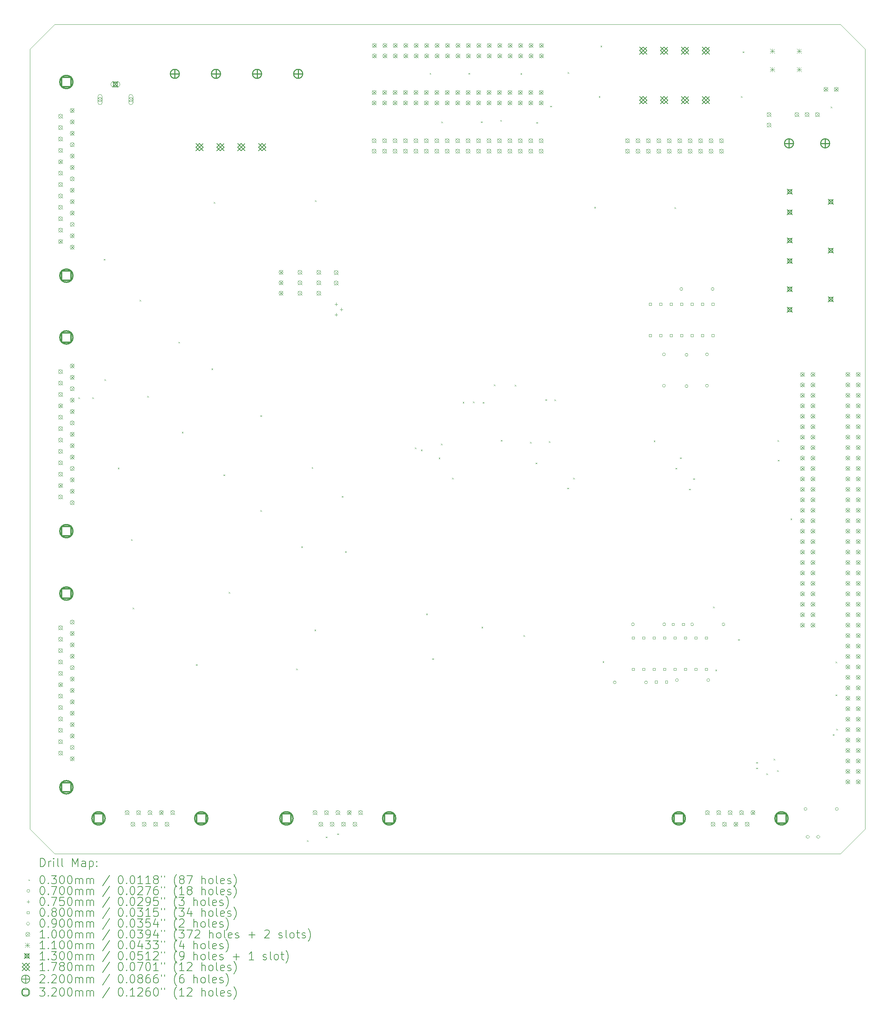
<source format=gbr>
%TF.GenerationSoftware,KiCad,Pcbnew,9.0.4*%
%TF.CreationDate,2025-11-09T15:05:19+13:00*%
%TF.ProjectId,AWS_CPU_Motherboard,4157535f-4350-4555-9f4d-6f7468657262,rev?*%
%TF.SameCoordinates,Original*%
%TF.FileFunction,Drillmap*%
%TF.FilePolarity,Positive*%
%FSLAX45Y45*%
G04 Gerber Fmt 4.5, Leading zero omitted, Abs format (unit mm)*
G04 Created by KiCad (PCBNEW 9.0.4) date 2025-11-09 15:05:19*
%MOMM*%
%LPD*%
G01*
G04 APERTURE LIST*
%ADD10C,0.050000*%
%ADD11C,0.200000*%
%ADD12C,0.100000*%
%ADD13C,0.110000*%
%ADD14C,0.130000*%
%ADD15C,0.178000*%
%ADD16C,0.220000*%
%ADD17C,0.320000*%
G04 APERTURE END LIST*
D10*
X24892000Y-45596000D02*
X25492000Y-46196000D01*
X24892000Y-26635000D02*
X24892000Y-45596000D01*
X44612000Y-26035000D02*
X25492000Y-26035000D01*
X45212000Y-45596000D02*
X44612000Y-46196000D01*
X44612000Y-46196000D02*
X25492000Y-46196000D01*
X45212000Y-45596000D02*
X45212000Y-26635000D01*
X25492000Y-26035000D02*
X24892000Y-26635000D01*
X44612000Y-26035000D02*
X45212000Y-26635000D01*
D11*
D12*
X26070800Y-35100500D02*
X26100800Y-35130500D01*
X26100800Y-35100500D02*
X26070800Y-35130500D01*
X26413700Y-35100500D02*
X26443700Y-35130500D01*
X26443700Y-35100500D02*
X26413700Y-35130500D01*
X26690560Y-31735000D02*
X26720560Y-31765000D01*
X26720560Y-31735000D02*
X26690560Y-31765000D01*
X26705800Y-34661080D02*
X26735800Y-34691080D01*
X26735800Y-34661080D02*
X26705800Y-34691080D01*
X27032436Y-36809914D02*
X27062436Y-36839914D01*
X27062436Y-36809914D02*
X27032436Y-36839914D01*
X27356040Y-38552360D02*
X27386040Y-38582360D01*
X27386040Y-38552360D02*
X27356040Y-38582360D01*
X27395465Y-40212703D02*
X27425465Y-40242703D01*
X27425465Y-40212703D02*
X27395465Y-40242703D01*
X27564878Y-32729471D02*
X27594878Y-32759471D01*
X27594878Y-32729471D02*
X27564878Y-32759471D01*
X27747200Y-35067480D02*
X27777200Y-35097480D01*
X27777200Y-35067480D02*
X27747200Y-35097480D01*
X28508753Y-33750792D02*
X28538753Y-33780792D01*
X28538753Y-33750792D02*
X28508753Y-33780792D01*
X28590480Y-35941240D02*
X28620480Y-35971240D01*
X28620480Y-35941240D02*
X28590480Y-35971240D01*
X28935920Y-41590200D02*
X28965920Y-41620200D01*
X28965920Y-41590200D02*
X28935920Y-41620200D01*
X29311840Y-34396920D02*
X29341840Y-34426920D01*
X29341840Y-34396920D02*
X29311840Y-34426920D01*
X29367720Y-30353240D02*
X29397720Y-30383240D01*
X29397720Y-30353240D02*
X29367720Y-30383240D01*
X29601400Y-36977560D02*
X29631400Y-37007560D01*
X29631400Y-36977560D02*
X29601400Y-37007560D01*
X29728400Y-39832520D02*
X29758400Y-39862520D01*
X29758400Y-39832520D02*
X29728400Y-39862520D01*
X30502991Y-35536893D02*
X30532991Y-35566893D01*
X30532991Y-35536893D02*
X30502991Y-35566893D01*
X30502991Y-37845756D02*
X30532991Y-37875756D01*
X30532991Y-37845756D02*
X30502991Y-37875756D01*
X31374260Y-41698701D02*
X31404260Y-41728701D01*
X31404260Y-41698701D02*
X31374260Y-41728701D01*
X31496240Y-38725080D02*
X31526240Y-38755080D01*
X31526240Y-38725080D02*
X31496240Y-38755080D01*
X31633400Y-45870100D02*
X31663400Y-45900100D01*
X31663400Y-45870100D02*
X31633400Y-45900100D01*
X31750240Y-36799760D02*
X31780240Y-36829760D01*
X31780240Y-36799760D02*
X31750240Y-36829760D01*
X31816280Y-40746920D02*
X31846280Y-40776920D01*
X31846280Y-40746920D02*
X31816280Y-40776920D01*
X31831520Y-30307520D02*
X31861520Y-30337520D01*
X31861520Y-30307520D02*
X31831520Y-30337520D01*
X32090600Y-45781200D02*
X32120600Y-45811200D01*
X32120600Y-45781200D02*
X32090600Y-45811200D01*
X32370000Y-45705000D02*
X32400000Y-45735000D01*
X32400000Y-45705000D02*
X32370000Y-45735000D01*
X32481760Y-37500800D02*
X32511760Y-37530800D01*
X32511760Y-37500800D02*
X32481760Y-37530800D01*
X32563040Y-38841920D02*
X32593040Y-38871920D01*
X32593040Y-38841920D02*
X32563040Y-38871920D01*
X34262300Y-36319700D02*
X34292300Y-36349700D01*
X34292300Y-36319700D02*
X34262300Y-36349700D01*
X34408820Y-36370500D02*
X34438820Y-36400500D01*
X34438820Y-36370500D02*
X34408820Y-36400500D01*
X34534080Y-40360840D02*
X34564080Y-40390840D01*
X34564080Y-40360840D02*
X34534080Y-40390840D01*
X34620440Y-27213800D02*
X34650440Y-27243800D01*
X34650440Y-27213800D02*
X34620440Y-27243800D01*
X34681400Y-41447960D02*
X34711400Y-41477960D01*
X34711400Y-41447960D02*
X34681400Y-41477960D01*
X34840150Y-36567350D02*
X34870150Y-36597350D01*
X34870150Y-36567350D02*
X34840150Y-36597350D01*
X34893020Y-36226520D02*
X34923020Y-36256520D01*
X34923020Y-36226520D02*
X34893020Y-36256520D01*
X34904920Y-28397440D02*
X34934920Y-28427440D01*
X34934920Y-28397440D02*
X34904920Y-28427440D01*
X35164000Y-37056300D02*
X35194000Y-37086300D01*
X35194000Y-37056300D02*
X35164000Y-37086300D01*
X35424820Y-35208920D02*
X35454820Y-35238920D01*
X35454820Y-35208920D02*
X35424820Y-35238920D01*
X35565320Y-27213800D02*
X35595320Y-27243800D01*
X35595320Y-27213800D02*
X35565320Y-27243800D01*
X35672000Y-35204640D02*
X35702000Y-35234640D01*
X35702000Y-35204640D02*
X35672000Y-35234640D01*
X35870120Y-28392360D02*
X35900120Y-28422360D01*
X35900120Y-28392360D02*
X35870120Y-28422360D01*
X35880280Y-40680880D02*
X35910280Y-40710880D01*
X35910280Y-40680880D02*
X35880280Y-40710880D01*
X35909020Y-35214800D02*
X35939020Y-35244800D01*
X35939020Y-35214800D02*
X35909020Y-35244800D01*
X36180000Y-34788080D02*
X36210000Y-34818080D01*
X36210000Y-34788080D02*
X36180000Y-34818080D01*
X36337480Y-28356800D02*
X36367480Y-28386800D01*
X36367480Y-28356800D02*
X36337480Y-28386800D01*
X36352720Y-36139360D02*
X36382720Y-36169360D01*
X36382720Y-36139360D02*
X36352720Y-36169360D01*
X36688000Y-34795700D02*
X36718000Y-34825700D01*
X36718000Y-34795700D02*
X36688000Y-34825700D01*
X36830240Y-27218880D02*
X36860240Y-27248880D01*
X36860240Y-27218880D02*
X36830240Y-27248880D01*
X36901360Y-40884080D02*
X36931360Y-40914080D01*
X36931360Y-40884080D02*
X36901360Y-40914080D01*
X37063920Y-36185080D02*
X37093920Y-36215080D01*
X37093920Y-36185080D02*
X37063920Y-36215080D01*
X37196000Y-36688000D02*
X37226000Y-36718000D01*
X37226000Y-36688000D02*
X37196000Y-36718000D01*
X37216320Y-28407600D02*
X37246320Y-28437600D01*
X37246320Y-28407600D02*
X37216320Y-28437600D01*
X37437300Y-35148760D02*
X37467300Y-35178760D01*
X37467300Y-35148760D02*
X37437300Y-35178760D01*
X37521120Y-36169840D02*
X37551120Y-36199840D01*
X37551120Y-36169840D02*
X37521120Y-36199840D01*
X37551600Y-28011360D02*
X37581600Y-28041360D01*
X37581600Y-28011360D02*
X37551600Y-28041360D01*
X37653200Y-35151300D02*
X37683200Y-35181300D01*
X37683200Y-35151300D02*
X37653200Y-35181300D01*
X37970700Y-37297600D02*
X38000700Y-37327600D01*
X38000700Y-37297600D02*
X37970700Y-37327600D01*
X37978320Y-27193480D02*
X38008320Y-27223480D01*
X38008320Y-27193480D02*
X37978320Y-27223480D01*
X38110400Y-37056300D02*
X38140400Y-37086300D01*
X38140400Y-37056300D02*
X38110400Y-37086300D01*
X38623480Y-30470080D02*
X38653480Y-30500080D01*
X38653480Y-30470080D02*
X38623480Y-30500080D01*
X38735240Y-27777680D02*
X38765240Y-27807680D01*
X38765240Y-27777680D02*
X38735240Y-27807680D01*
X38775880Y-26548320D02*
X38805880Y-26578320D01*
X38805880Y-26548320D02*
X38775880Y-26578320D01*
X38826680Y-41519080D02*
X38856680Y-41549080D01*
X38856680Y-41519080D02*
X38826680Y-41549080D01*
X40071280Y-36149520D02*
X40101280Y-36179520D01*
X40101280Y-36149520D02*
X40071280Y-36179520D01*
X40574200Y-30480240D02*
X40604200Y-30510240D01*
X40604200Y-30480240D02*
X40574200Y-30510240D01*
X40599600Y-36815000D02*
X40629600Y-36845000D01*
X40629600Y-36815000D02*
X40599600Y-36845000D01*
X40713900Y-36561000D02*
X40743900Y-36591000D01*
X40743900Y-36561000D02*
X40713900Y-36591000D01*
X40929800Y-37323000D02*
X40959800Y-37353000D01*
X40959800Y-37323000D02*
X40929800Y-37353000D01*
X41031400Y-37069000D02*
X41061400Y-37099000D01*
X41061400Y-37069000D02*
X41031400Y-37099000D01*
X41514000Y-40188120D02*
X41544000Y-40218120D01*
X41544000Y-40188120D02*
X41514000Y-40218120D01*
X41569880Y-41722280D02*
X41599880Y-41752280D01*
X41599880Y-41722280D02*
X41569880Y-41752280D01*
X42123600Y-40980600D02*
X42153600Y-41010600D01*
X42153600Y-40980600D02*
X42123600Y-41010600D01*
X42194887Y-27775348D02*
X42224887Y-27805348D01*
X42224887Y-27775348D02*
X42194887Y-27805348D01*
X42233610Y-26687875D02*
X42263610Y-26717875D01*
X42263610Y-26687875D02*
X42233610Y-26717875D01*
X42568100Y-43968600D02*
X42598100Y-43998600D01*
X42598100Y-43968600D02*
X42568100Y-43998600D01*
X42568100Y-44104800D02*
X42598100Y-44134800D01*
X42598100Y-44104800D02*
X42568100Y-44134800D01*
X42809400Y-44244500D02*
X42839400Y-44274500D01*
X42839400Y-44244500D02*
X42809400Y-44274500D01*
X42987200Y-43888900D02*
X43017200Y-43918900D01*
X43017200Y-43888900D02*
X42987200Y-43918900D01*
X43076100Y-44168300D02*
X43106100Y-44198300D01*
X43106100Y-44168300D02*
X43076100Y-44198300D01*
X43083720Y-36144440D02*
X43113720Y-36174440D01*
X43113720Y-36144440D02*
X43083720Y-36174440D01*
X43088800Y-36621960D02*
X43118800Y-36651960D01*
X43118800Y-36621960D02*
X43088800Y-36651960D01*
X43398680Y-38047500D02*
X43428680Y-38077500D01*
X43428680Y-38047500D02*
X43398680Y-38077500D01*
X44379120Y-28031680D02*
X44409120Y-28061680D01*
X44409120Y-28031680D02*
X44379120Y-28061680D01*
X44429920Y-43292000D02*
X44459920Y-43322000D01*
X44459920Y-43292000D02*
X44429920Y-43322000D01*
X44498500Y-41526700D02*
X44528500Y-41556700D01*
X44528500Y-41526700D02*
X44498500Y-41556700D01*
X44498500Y-42326800D02*
X44528500Y-42356800D01*
X44528500Y-42326800D02*
X44498500Y-42356800D01*
X44513224Y-43162977D02*
X44543224Y-43192977D01*
X44543224Y-43162977D02*
X44513224Y-43192977D01*
X39156080Y-42031920D02*
G75*
G02*
X39086080Y-42031920I-35000J0D01*
G01*
X39086080Y-42031920D02*
G75*
G02*
X39156080Y-42031920I35000J0D01*
G01*
X39598040Y-40619680D02*
G75*
G02*
X39528040Y-40619680I-35000J0D01*
G01*
X39528040Y-40619680D02*
G75*
G02*
X39598040Y-40619680I35000J0D01*
G01*
X39918080Y-42031920D02*
G75*
G02*
X39848080Y-42031920I-35000J0D01*
G01*
X39848080Y-42031920D02*
G75*
G02*
X39918080Y-42031920I35000J0D01*
G01*
X40354960Y-34056320D02*
G75*
G02*
X40284960Y-34056320I-35000J0D01*
G01*
X40284960Y-34056320D02*
G75*
G02*
X40354960Y-34056320I35000J0D01*
G01*
X40354960Y-34818320D02*
G75*
G02*
X40284960Y-34818320I-35000J0D01*
G01*
X40284960Y-34818320D02*
G75*
G02*
X40354960Y-34818320I35000J0D01*
G01*
X40360040Y-40619680D02*
G75*
G02*
X40290040Y-40619680I-35000J0D01*
G01*
X40290040Y-40619680D02*
G75*
G02*
X40360040Y-40619680I35000J0D01*
G01*
X40669920Y-41976040D02*
G75*
G02*
X40599920Y-41976040I-35000J0D01*
G01*
X40599920Y-41976040D02*
G75*
G02*
X40669920Y-41976040I35000J0D01*
G01*
X40776600Y-32466280D02*
G75*
G02*
X40706600Y-32466280I-35000J0D01*
G01*
X40706600Y-32466280D02*
G75*
G02*
X40776600Y-32466280I35000J0D01*
G01*
X40903600Y-34066480D02*
G75*
G02*
X40833600Y-34066480I-35000J0D01*
G01*
X40833600Y-34066480D02*
G75*
G02*
X40903600Y-34066480I35000J0D01*
G01*
X40903600Y-34828480D02*
G75*
G02*
X40833600Y-34828480I-35000J0D01*
G01*
X40833600Y-34828480D02*
G75*
G02*
X40903600Y-34828480I35000J0D01*
G01*
X41040760Y-40619680D02*
G75*
G02*
X40970760Y-40619680I-35000J0D01*
G01*
X40970760Y-40619680D02*
G75*
G02*
X41040760Y-40619680I35000J0D01*
G01*
X41401440Y-34056320D02*
G75*
G02*
X41331440Y-34056320I-35000J0D01*
G01*
X41331440Y-34056320D02*
G75*
G02*
X41401440Y-34056320I35000J0D01*
G01*
X41401440Y-34818320D02*
G75*
G02*
X41331440Y-34818320I-35000J0D01*
G01*
X41331440Y-34818320D02*
G75*
G02*
X41401440Y-34818320I35000J0D01*
G01*
X41431920Y-41976040D02*
G75*
G02*
X41361920Y-41976040I-35000J0D01*
G01*
X41361920Y-41976040D02*
G75*
G02*
X41431920Y-41976040I35000J0D01*
G01*
X41538600Y-32466280D02*
G75*
G02*
X41468600Y-32466280I-35000J0D01*
G01*
X41468600Y-32466280D02*
G75*
G02*
X41538600Y-32466280I35000J0D01*
G01*
X41802760Y-40619680D02*
G75*
G02*
X41732760Y-40619680I-35000J0D01*
G01*
X41732760Y-40619680D02*
G75*
G02*
X41802760Y-40619680I35000J0D01*
G01*
X43799200Y-45110400D02*
G75*
G02*
X43729200Y-45110400I-35000J0D01*
G01*
X43729200Y-45110400D02*
G75*
G02*
X43799200Y-45110400I35000J0D01*
G01*
X44561200Y-45110400D02*
G75*
G02*
X44491200Y-45110400I-35000J0D01*
G01*
X44491200Y-45110400D02*
G75*
G02*
X44561200Y-45110400I35000J0D01*
G01*
X32344360Y-32799620D02*
X32344360Y-32874620D01*
X32306860Y-32837120D02*
X32381860Y-32837120D01*
X32344360Y-33053620D02*
X32344360Y-33128620D01*
X32306860Y-33091120D02*
X32381860Y-33091120D01*
X32471360Y-32926620D02*
X32471360Y-33001620D01*
X32433860Y-32964120D02*
X32508860Y-32964120D01*
X39601485Y-40978165D02*
X39601485Y-40921596D01*
X39544916Y-40921596D01*
X39544916Y-40978165D01*
X39601485Y-40978165D01*
X39601485Y-41740165D02*
X39601485Y-41683596D01*
X39544916Y-41683596D01*
X39544916Y-41740165D01*
X39601485Y-41740165D01*
X39855485Y-40978165D02*
X39855485Y-40921596D01*
X39798916Y-40921596D01*
X39798916Y-40978165D01*
X39855485Y-40978165D01*
X39855485Y-41740165D02*
X39855485Y-41683596D01*
X39798916Y-41683596D01*
X39798916Y-41740165D01*
X39855485Y-41740165D01*
X40012965Y-32865404D02*
X40012965Y-32808835D01*
X39956396Y-32808835D01*
X39956396Y-32865404D01*
X40012965Y-32865404D01*
X40012965Y-33627405D02*
X40012965Y-33570836D01*
X39956396Y-33570836D01*
X39956396Y-33627405D01*
X40012965Y-33627405D01*
X40109485Y-40978165D02*
X40109485Y-40921596D01*
X40052916Y-40921596D01*
X40052916Y-40978165D01*
X40109485Y-40978165D01*
X40109485Y-41740165D02*
X40109485Y-41683596D01*
X40052916Y-41683596D01*
X40052916Y-41740165D01*
X40109485Y-41740165D01*
X40157205Y-42050045D02*
X40157205Y-41993476D01*
X40100636Y-41993476D01*
X40100636Y-42050045D01*
X40157205Y-42050045D01*
X40266965Y-32865404D02*
X40266965Y-32808835D01*
X40210396Y-32808835D01*
X40210396Y-32865404D01*
X40266965Y-32865404D01*
X40266965Y-33627405D02*
X40266965Y-33570836D01*
X40210396Y-33570836D01*
X40210396Y-33627405D01*
X40266965Y-33627405D01*
X40363485Y-40978165D02*
X40363485Y-40921596D01*
X40306916Y-40921596D01*
X40306916Y-40978165D01*
X40363485Y-40978165D01*
X40363485Y-41740165D02*
X40363485Y-41683596D01*
X40306916Y-41683596D01*
X40306916Y-41740165D01*
X40363485Y-41740165D01*
X40407205Y-42050045D02*
X40407205Y-41993476D01*
X40350636Y-41993476D01*
X40350636Y-42050045D01*
X40407205Y-42050045D01*
X40520965Y-32865404D02*
X40520965Y-32808835D01*
X40464396Y-32808835D01*
X40464396Y-32865404D01*
X40520965Y-32865404D01*
X40520965Y-33627405D02*
X40520965Y-33570836D01*
X40464396Y-33570836D01*
X40464396Y-33627405D01*
X40520965Y-33627405D01*
X40568685Y-40647965D02*
X40568685Y-40591396D01*
X40512116Y-40591396D01*
X40512116Y-40647965D01*
X40568685Y-40647965D01*
X40617485Y-40978165D02*
X40617485Y-40921596D01*
X40560916Y-40921596D01*
X40560916Y-40978165D01*
X40617485Y-40978165D01*
X40617485Y-41740165D02*
X40617485Y-41683596D01*
X40560916Y-41683596D01*
X40560916Y-41740165D01*
X40617485Y-41740165D01*
X40774965Y-32865404D02*
X40774965Y-32808835D01*
X40718396Y-32808835D01*
X40718396Y-32865404D01*
X40774965Y-32865404D01*
X40774965Y-33627405D02*
X40774965Y-33570836D01*
X40718396Y-33570836D01*
X40718396Y-33627405D01*
X40774965Y-33627405D01*
X40818685Y-40647965D02*
X40818685Y-40591396D01*
X40762116Y-40591396D01*
X40762116Y-40647965D01*
X40818685Y-40647965D01*
X40871485Y-40978165D02*
X40871485Y-40921596D01*
X40814916Y-40921596D01*
X40814916Y-40978165D01*
X40871485Y-40978165D01*
X40871485Y-41740165D02*
X40871485Y-41683596D01*
X40814916Y-41683596D01*
X40814916Y-41740165D01*
X40871485Y-41740165D01*
X41028965Y-32865404D02*
X41028965Y-32808835D01*
X40972396Y-32808835D01*
X40972396Y-32865404D01*
X41028965Y-32865404D01*
X41028965Y-33627405D02*
X41028965Y-33570836D01*
X40972396Y-33570836D01*
X40972396Y-33627405D01*
X41028965Y-33627405D01*
X41125485Y-40978165D02*
X41125485Y-40921596D01*
X41068916Y-40921596D01*
X41068916Y-40978165D01*
X41125485Y-40978165D01*
X41125485Y-41740165D02*
X41125485Y-41683596D01*
X41068916Y-41683596D01*
X41068916Y-41740165D01*
X41125485Y-41740165D01*
X41282965Y-32865404D02*
X41282965Y-32808835D01*
X41226396Y-32808835D01*
X41226396Y-32865404D01*
X41282965Y-32865404D01*
X41282965Y-33627405D02*
X41282965Y-33570836D01*
X41226396Y-33570836D01*
X41226396Y-33627405D01*
X41282965Y-33627405D01*
X41379485Y-40978165D02*
X41379485Y-40921596D01*
X41322916Y-40921596D01*
X41322916Y-40978165D01*
X41379485Y-40978165D01*
X41379485Y-41740165D02*
X41379485Y-41683596D01*
X41322916Y-41683596D01*
X41322916Y-41740165D01*
X41379485Y-41740165D01*
X41536965Y-32865404D02*
X41536965Y-32808835D01*
X41480396Y-32808835D01*
X41480396Y-32865404D01*
X41536965Y-32865404D01*
X41536965Y-33627405D02*
X41536965Y-33570836D01*
X41480396Y-33570836D01*
X41480396Y-33627405D01*
X41536965Y-33627405D01*
X43815000Y-45828500D02*
X43860000Y-45783500D01*
X43815000Y-45738500D01*
X43770000Y-45783500D01*
X43815000Y-45828500D01*
X44069000Y-45828500D02*
X44114000Y-45783500D01*
X44069000Y-45738500D01*
X44024000Y-45783500D01*
X44069000Y-45828500D01*
X25589000Y-28213500D02*
X25689000Y-28313500D01*
X25689000Y-28213500D02*
X25589000Y-28313500D01*
X25689000Y-28263500D02*
G75*
G02*
X25589000Y-28263500I-50000J0D01*
G01*
X25589000Y-28263500D02*
G75*
G02*
X25689000Y-28263500I50000J0D01*
G01*
X25589000Y-28490500D02*
X25689000Y-28590500D01*
X25689000Y-28490500D02*
X25589000Y-28590500D01*
X25689000Y-28540500D02*
G75*
G02*
X25589000Y-28540500I-50000J0D01*
G01*
X25589000Y-28540500D02*
G75*
G02*
X25689000Y-28540500I50000J0D01*
G01*
X25589000Y-28767500D02*
X25689000Y-28867500D01*
X25689000Y-28767500D02*
X25589000Y-28867500D01*
X25689000Y-28817500D02*
G75*
G02*
X25589000Y-28817500I-50000J0D01*
G01*
X25589000Y-28817500D02*
G75*
G02*
X25689000Y-28817500I50000J0D01*
G01*
X25589000Y-29044500D02*
X25689000Y-29144500D01*
X25689000Y-29044500D02*
X25589000Y-29144500D01*
X25689000Y-29094500D02*
G75*
G02*
X25589000Y-29094500I-50000J0D01*
G01*
X25589000Y-29094500D02*
G75*
G02*
X25689000Y-29094500I50000J0D01*
G01*
X25589000Y-29321500D02*
X25689000Y-29421500D01*
X25689000Y-29321500D02*
X25589000Y-29421500D01*
X25689000Y-29371500D02*
G75*
G02*
X25589000Y-29371500I-50000J0D01*
G01*
X25589000Y-29371500D02*
G75*
G02*
X25689000Y-29371500I50000J0D01*
G01*
X25589000Y-29598500D02*
X25689000Y-29698500D01*
X25689000Y-29598500D02*
X25589000Y-29698500D01*
X25689000Y-29648500D02*
G75*
G02*
X25589000Y-29648500I-50000J0D01*
G01*
X25589000Y-29648500D02*
G75*
G02*
X25689000Y-29648500I50000J0D01*
G01*
X25589000Y-29875500D02*
X25689000Y-29975500D01*
X25689000Y-29875500D02*
X25589000Y-29975500D01*
X25689000Y-29925500D02*
G75*
G02*
X25589000Y-29925500I-50000J0D01*
G01*
X25589000Y-29925500D02*
G75*
G02*
X25689000Y-29925500I50000J0D01*
G01*
X25589000Y-30152500D02*
X25689000Y-30252500D01*
X25689000Y-30152500D02*
X25589000Y-30252500D01*
X25689000Y-30202500D02*
G75*
G02*
X25589000Y-30202500I-50000J0D01*
G01*
X25589000Y-30202500D02*
G75*
G02*
X25689000Y-30202500I50000J0D01*
G01*
X25589000Y-30429500D02*
X25689000Y-30529500D01*
X25689000Y-30429500D02*
X25589000Y-30529500D01*
X25689000Y-30479500D02*
G75*
G02*
X25589000Y-30479500I-50000J0D01*
G01*
X25589000Y-30479500D02*
G75*
G02*
X25689000Y-30479500I50000J0D01*
G01*
X25589000Y-30706500D02*
X25689000Y-30806500D01*
X25689000Y-30706500D02*
X25589000Y-30806500D01*
X25689000Y-30756500D02*
G75*
G02*
X25589000Y-30756500I-50000J0D01*
G01*
X25589000Y-30756500D02*
G75*
G02*
X25689000Y-30756500I50000J0D01*
G01*
X25589000Y-30983500D02*
X25689000Y-31083500D01*
X25689000Y-30983500D02*
X25589000Y-31083500D01*
X25689000Y-31033500D02*
G75*
G02*
X25589000Y-31033500I-50000J0D01*
G01*
X25589000Y-31033500D02*
G75*
G02*
X25689000Y-31033500I50000J0D01*
G01*
X25589000Y-31260500D02*
X25689000Y-31360500D01*
X25689000Y-31260500D02*
X25589000Y-31360500D01*
X25689000Y-31310500D02*
G75*
G02*
X25589000Y-31310500I-50000J0D01*
G01*
X25589000Y-31310500D02*
G75*
G02*
X25689000Y-31310500I50000J0D01*
G01*
X25589000Y-34425500D02*
X25689000Y-34525500D01*
X25689000Y-34425500D02*
X25589000Y-34525500D01*
X25689000Y-34475500D02*
G75*
G02*
X25589000Y-34475500I-50000J0D01*
G01*
X25589000Y-34475500D02*
G75*
G02*
X25689000Y-34475500I50000J0D01*
G01*
X25589000Y-34702500D02*
X25689000Y-34802500D01*
X25689000Y-34702500D02*
X25589000Y-34802500D01*
X25689000Y-34752500D02*
G75*
G02*
X25589000Y-34752500I-50000J0D01*
G01*
X25589000Y-34752500D02*
G75*
G02*
X25689000Y-34752500I50000J0D01*
G01*
X25589000Y-34979500D02*
X25689000Y-35079500D01*
X25689000Y-34979500D02*
X25589000Y-35079500D01*
X25689000Y-35029500D02*
G75*
G02*
X25589000Y-35029500I-50000J0D01*
G01*
X25589000Y-35029500D02*
G75*
G02*
X25689000Y-35029500I50000J0D01*
G01*
X25589000Y-35256500D02*
X25689000Y-35356500D01*
X25689000Y-35256500D02*
X25589000Y-35356500D01*
X25689000Y-35306500D02*
G75*
G02*
X25589000Y-35306500I-50000J0D01*
G01*
X25589000Y-35306500D02*
G75*
G02*
X25689000Y-35306500I50000J0D01*
G01*
X25589000Y-35533500D02*
X25689000Y-35633500D01*
X25689000Y-35533500D02*
X25589000Y-35633500D01*
X25689000Y-35583500D02*
G75*
G02*
X25589000Y-35583500I-50000J0D01*
G01*
X25589000Y-35583500D02*
G75*
G02*
X25689000Y-35583500I50000J0D01*
G01*
X25589000Y-35810500D02*
X25689000Y-35910500D01*
X25689000Y-35810500D02*
X25589000Y-35910500D01*
X25689000Y-35860500D02*
G75*
G02*
X25589000Y-35860500I-50000J0D01*
G01*
X25589000Y-35860500D02*
G75*
G02*
X25689000Y-35860500I50000J0D01*
G01*
X25589000Y-36087500D02*
X25689000Y-36187500D01*
X25689000Y-36087500D02*
X25589000Y-36187500D01*
X25689000Y-36137500D02*
G75*
G02*
X25589000Y-36137500I-50000J0D01*
G01*
X25589000Y-36137500D02*
G75*
G02*
X25689000Y-36137500I50000J0D01*
G01*
X25589000Y-36364500D02*
X25689000Y-36464500D01*
X25689000Y-36364500D02*
X25589000Y-36464500D01*
X25689000Y-36414500D02*
G75*
G02*
X25589000Y-36414500I-50000J0D01*
G01*
X25589000Y-36414500D02*
G75*
G02*
X25689000Y-36414500I50000J0D01*
G01*
X25589000Y-36641500D02*
X25689000Y-36741500D01*
X25689000Y-36641500D02*
X25589000Y-36741500D01*
X25689000Y-36691500D02*
G75*
G02*
X25589000Y-36691500I-50000J0D01*
G01*
X25589000Y-36691500D02*
G75*
G02*
X25689000Y-36691500I50000J0D01*
G01*
X25589000Y-36918500D02*
X25689000Y-37018500D01*
X25689000Y-36918500D02*
X25589000Y-37018500D01*
X25689000Y-36968500D02*
G75*
G02*
X25589000Y-36968500I-50000J0D01*
G01*
X25589000Y-36968500D02*
G75*
G02*
X25689000Y-36968500I50000J0D01*
G01*
X25589000Y-37195500D02*
X25689000Y-37295500D01*
X25689000Y-37195500D02*
X25589000Y-37295500D01*
X25689000Y-37245500D02*
G75*
G02*
X25589000Y-37245500I-50000J0D01*
G01*
X25589000Y-37245500D02*
G75*
G02*
X25689000Y-37245500I50000J0D01*
G01*
X25589000Y-37472500D02*
X25689000Y-37572500D01*
X25689000Y-37472500D02*
X25589000Y-37572500D01*
X25689000Y-37522500D02*
G75*
G02*
X25589000Y-37522500I-50000J0D01*
G01*
X25589000Y-37522500D02*
G75*
G02*
X25689000Y-37522500I50000J0D01*
G01*
X25589000Y-40653500D02*
X25689000Y-40753500D01*
X25689000Y-40653500D02*
X25589000Y-40753500D01*
X25689000Y-40703500D02*
G75*
G02*
X25589000Y-40703500I-50000J0D01*
G01*
X25589000Y-40703500D02*
G75*
G02*
X25689000Y-40703500I50000J0D01*
G01*
X25589000Y-40930500D02*
X25689000Y-41030500D01*
X25689000Y-40930500D02*
X25589000Y-41030500D01*
X25689000Y-40980500D02*
G75*
G02*
X25589000Y-40980500I-50000J0D01*
G01*
X25589000Y-40980500D02*
G75*
G02*
X25689000Y-40980500I50000J0D01*
G01*
X25589000Y-41207500D02*
X25689000Y-41307500D01*
X25689000Y-41207500D02*
X25589000Y-41307500D01*
X25689000Y-41257500D02*
G75*
G02*
X25589000Y-41257500I-50000J0D01*
G01*
X25589000Y-41257500D02*
G75*
G02*
X25689000Y-41257500I50000J0D01*
G01*
X25589000Y-41484500D02*
X25689000Y-41584500D01*
X25689000Y-41484500D02*
X25589000Y-41584500D01*
X25689000Y-41534500D02*
G75*
G02*
X25589000Y-41534500I-50000J0D01*
G01*
X25589000Y-41534500D02*
G75*
G02*
X25689000Y-41534500I50000J0D01*
G01*
X25589000Y-41761500D02*
X25689000Y-41861500D01*
X25689000Y-41761500D02*
X25589000Y-41861500D01*
X25689000Y-41811500D02*
G75*
G02*
X25589000Y-41811500I-50000J0D01*
G01*
X25589000Y-41811500D02*
G75*
G02*
X25689000Y-41811500I50000J0D01*
G01*
X25589000Y-42038500D02*
X25689000Y-42138500D01*
X25689000Y-42038500D02*
X25589000Y-42138500D01*
X25689000Y-42088500D02*
G75*
G02*
X25589000Y-42088500I-50000J0D01*
G01*
X25589000Y-42088500D02*
G75*
G02*
X25689000Y-42088500I50000J0D01*
G01*
X25589000Y-42315500D02*
X25689000Y-42415500D01*
X25689000Y-42315500D02*
X25589000Y-42415500D01*
X25689000Y-42365500D02*
G75*
G02*
X25589000Y-42365500I-50000J0D01*
G01*
X25589000Y-42365500D02*
G75*
G02*
X25689000Y-42365500I50000J0D01*
G01*
X25589000Y-42592500D02*
X25689000Y-42692500D01*
X25689000Y-42592500D02*
X25589000Y-42692500D01*
X25689000Y-42642500D02*
G75*
G02*
X25589000Y-42642500I-50000J0D01*
G01*
X25589000Y-42642500D02*
G75*
G02*
X25689000Y-42642500I50000J0D01*
G01*
X25589000Y-42869500D02*
X25689000Y-42969500D01*
X25689000Y-42869500D02*
X25589000Y-42969500D01*
X25689000Y-42919500D02*
G75*
G02*
X25589000Y-42919500I-50000J0D01*
G01*
X25589000Y-42919500D02*
G75*
G02*
X25689000Y-42919500I50000J0D01*
G01*
X25589000Y-43146500D02*
X25689000Y-43246500D01*
X25689000Y-43146500D02*
X25589000Y-43246500D01*
X25689000Y-43196500D02*
G75*
G02*
X25589000Y-43196500I-50000J0D01*
G01*
X25589000Y-43196500D02*
G75*
G02*
X25689000Y-43196500I50000J0D01*
G01*
X25589000Y-43423500D02*
X25689000Y-43523500D01*
X25689000Y-43423500D02*
X25589000Y-43523500D01*
X25689000Y-43473500D02*
G75*
G02*
X25589000Y-43473500I-50000J0D01*
G01*
X25589000Y-43473500D02*
G75*
G02*
X25689000Y-43473500I50000J0D01*
G01*
X25589000Y-43700500D02*
X25689000Y-43800500D01*
X25689000Y-43700500D02*
X25589000Y-43800500D01*
X25689000Y-43750500D02*
G75*
G02*
X25589000Y-43750500I-50000J0D01*
G01*
X25589000Y-43750500D02*
G75*
G02*
X25689000Y-43750500I50000J0D01*
G01*
X25873000Y-28075000D02*
X25973000Y-28175000D01*
X25973000Y-28075000D02*
X25873000Y-28175000D01*
X25973000Y-28125000D02*
G75*
G02*
X25873000Y-28125000I-50000J0D01*
G01*
X25873000Y-28125000D02*
G75*
G02*
X25973000Y-28125000I50000J0D01*
G01*
X25873000Y-28352000D02*
X25973000Y-28452000D01*
X25973000Y-28352000D02*
X25873000Y-28452000D01*
X25973000Y-28402000D02*
G75*
G02*
X25873000Y-28402000I-50000J0D01*
G01*
X25873000Y-28402000D02*
G75*
G02*
X25973000Y-28402000I50000J0D01*
G01*
X25873000Y-28629000D02*
X25973000Y-28729000D01*
X25973000Y-28629000D02*
X25873000Y-28729000D01*
X25973000Y-28679000D02*
G75*
G02*
X25873000Y-28679000I-50000J0D01*
G01*
X25873000Y-28679000D02*
G75*
G02*
X25973000Y-28679000I50000J0D01*
G01*
X25873000Y-28906000D02*
X25973000Y-29006000D01*
X25973000Y-28906000D02*
X25873000Y-29006000D01*
X25973000Y-28956000D02*
G75*
G02*
X25873000Y-28956000I-50000J0D01*
G01*
X25873000Y-28956000D02*
G75*
G02*
X25973000Y-28956000I50000J0D01*
G01*
X25873000Y-29183000D02*
X25973000Y-29283000D01*
X25973000Y-29183000D02*
X25873000Y-29283000D01*
X25973000Y-29233000D02*
G75*
G02*
X25873000Y-29233000I-50000J0D01*
G01*
X25873000Y-29233000D02*
G75*
G02*
X25973000Y-29233000I50000J0D01*
G01*
X25873000Y-29460000D02*
X25973000Y-29560000D01*
X25973000Y-29460000D02*
X25873000Y-29560000D01*
X25973000Y-29510000D02*
G75*
G02*
X25873000Y-29510000I-50000J0D01*
G01*
X25873000Y-29510000D02*
G75*
G02*
X25973000Y-29510000I50000J0D01*
G01*
X25873000Y-29737000D02*
X25973000Y-29837000D01*
X25973000Y-29737000D02*
X25873000Y-29837000D01*
X25973000Y-29787000D02*
G75*
G02*
X25873000Y-29787000I-50000J0D01*
G01*
X25873000Y-29787000D02*
G75*
G02*
X25973000Y-29787000I50000J0D01*
G01*
X25873000Y-30014000D02*
X25973000Y-30114000D01*
X25973000Y-30014000D02*
X25873000Y-30114000D01*
X25973000Y-30064000D02*
G75*
G02*
X25873000Y-30064000I-50000J0D01*
G01*
X25873000Y-30064000D02*
G75*
G02*
X25973000Y-30064000I50000J0D01*
G01*
X25873000Y-30291000D02*
X25973000Y-30391000D01*
X25973000Y-30291000D02*
X25873000Y-30391000D01*
X25973000Y-30341000D02*
G75*
G02*
X25873000Y-30341000I-50000J0D01*
G01*
X25873000Y-30341000D02*
G75*
G02*
X25973000Y-30341000I50000J0D01*
G01*
X25873000Y-30568000D02*
X25973000Y-30668000D01*
X25973000Y-30568000D02*
X25873000Y-30668000D01*
X25973000Y-30618000D02*
G75*
G02*
X25873000Y-30618000I-50000J0D01*
G01*
X25873000Y-30618000D02*
G75*
G02*
X25973000Y-30618000I50000J0D01*
G01*
X25873000Y-30845000D02*
X25973000Y-30945000D01*
X25973000Y-30845000D02*
X25873000Y-30945000D01*
X25973000Y-30895000D02*
G75*
G02*
X25873000Y-30895000I-50000J0D01*
G01*
X25873000Y-30895000D02*
G75*
G02*
X25973000Y-30895000I50000J0D01*
G01*
X25873000Y-31122000D02*
X25973000Y-31222000D01*
X25973000Y-31122000D02*
X25873000Y-31222000D01*
X25973000Y-31172000D02*
G75*
G02*
X25873000Y-31172000I-50000J0D01*
G01*
X25873000Y-31172000D02*
G75*
G02*
X25973000Y-31172000I50000J0D01*
G01*
X25873000Y-31399000D02*
X25973000Y-31499000D01*
X25973000Y-31399000D02*
X25873000Y-31499000D01*
X25973000Y-31449000D02*
G75*
G02*
X25873000Y-31449000I-50000J0D01*
G01*
X25873000Y-31449000D02*
G75*
G02*
X25973000Y-31449000I50000J0D01*
G01*
X25873000Y-34287000D02*
X25973000Y-34387000D01*
X25973000Y-34287000D02*
X25873000Y-34387000D01*
X25973000Y-34337000D02*
G75*
G02*
X25873000Y-34337000I-50000J0D01*
G01*
X25873000Y-34337000D02*
G75*
G02*
X25973000Y-34337000I50000J0D01*
G01*
X25873000Y-34564000D02*
X25973000Y-34664000D01*
X25973000Y-34564000D02*
X25873000Y-34664000D01*
X25973000Y-34614000D02*
G75*
G02*
X25873000Y-34614000I-50000J0D01*
G01*
X25873000Y-34614000D02*
G75*
G02*
X25973000Y-34614000I50000J0D01*
G01*
X25873000Y-34841000D02*
X25973000Y-34941000D01*
X25973000Y-34841000D02*
X25873000Y-34941000D01*
X25973000Y-34891000D02*
G75*
G02*
X25873000Y-34891000I-50000J0D01*
G01*
X25873000Y-34891000D02*
G75*
G02*
X25973000Y-34891000I50000J0D01*
G01*
X25873000Y-35118000D02*
X25973000Y-35218000D01*
X25973000Y-35118000D02*
X25873000Y-35218000D01*
X25973000Y-35168000D02*
G75*
G02*
X25873000Y-35168000I-50000J0D01*
G01*
X25873000Y-35168000D02*
G75*
G02*
X25973000Y-35168000I50000J0D01*
G01*
X25873000Y-35395000D02*
X25973000Y-35495000D01*
X25973000Y-35395000D02*
X25873000Y-35495000D01*
X25973000Y-35445000D02*
G75*
G02*
X25873000Y-35445000I-50000J0D01*
G01*
X25873000Y-35445000D02*
G75*
G02*
X25973000Y-35445000I50000J0D01*
G01*
X25873000Y-35672000D02*
X25973000Y-35772000D01*
X25973000Y-35672000D02*
X25873000Y-35772000D01*
X25973000Y-35722000D02*
G75*
G02*
X25873000Y-35722000I-50000J0D01*
G01*
X25873000Y-35722000D02*
G75*
G02*
X25973000Y-35722000I50000J0D01*
G01*
X25873000Y-35949000D02*
X25973000Y-36049000D01*
X25973000Y-35949000D02*
X25873000Y-36049000D01*
X25973000Y-35999000D02*
G75*
G02*
X25873000Y-35999000I-50000J0D01*
G01*
X25873000Y-35999000D02*
G75*
G02*
X25973000Y-35999000I50000J0D01*
G01*
X25873000Y-36226000D02*
X25973000Y-36326000D01*
X25973000Y-36226000D02*
X25873000Y-36326000D01*
X25973000Y-36276000D02*
G75*
G02*
X25873000Y-36276000I-50000J0D01*
G01*
X25873000Y-36276000D02*
G75*
G02*
X25973000Y-36276000I50000J0D01*
G01*
X25873000Y-36503000D02*
X25973000Y-36603000D01*
X25973000Y-36503000D02*
X25873000Y-36603000D01*
X25973000Y-36553000D02*
G75*
G02*
X25873000Y-36553000I-50000J0D01*
G01*
X25873000Y-36553000D02*
G75*
G02*
X25973000Y-36553000I50000J0D01*
G01*
X25873000Y-36780000D02*
X25973000Y-36880000D01*
X25973000Y-36780000D02*
X25873000Y-36880000D01*
X25973000Y-36830000D02*
G75*
G02*
X25873000Y-36830000I-50000J0D01*
G01*
X25873000Y-36830000D02*
G75*
G02*
X25973000Y-36830000I50000J0D01*
G01*
X25873000Y-37057000D02*
X25973000Y-37157000D01*
X25973000Y-37057000D02*
X25873000Y-37157000D01*
X25973000Y-37107000D02*
G75*
G02*
X25873000Y-37107000I-50000J0D01*
G01*
X25873000Y-37107000D02*
G75*
G02*
X25973000Y-37107000I50000J0D01*
G01*
X25873000Y-37334000D02*
X25973000Y-37434000D01*
X25973000Y-37334000D02*
X25873000Y-37434000D01*
X25973000Y-37384000D02*
G75*
G02*
X25873000Y-37384000I-50000J0D01*
G01*
X25873000Y-37384000D02*
G75*
G02*
X25973000Y-37384000I50000J0D01*
G01*
X25873000Y-37611000D02*
X25973000Y-37711000D01*
X25973000Y-37611000D02*
X25873000Y-37711000D01*
X25973000Y-37661000D02*
G75*
G02*
X25873000Y-37661000I-50000J0D01*
G01*
X25873000Y-37661000D02*
G75*
G02*
X25973000Y-37661000I50000J0D01*
G01*
X25873000Y-40515000D02*
X25973000Y-40615000D01*
X25973000Y-40515000D02*
X25873000Y-40615000D01*
X25973000Y-40565000D02*
G75*
G02*
X25873000Y-40565000I-50000J0D01*
G01*
X25873000Y-40565000D02*
G75*
G02*
X25973000Y-40565000I50000J0D01*
G01*
X25873000Y-40792000D02*
X25973000Y-40892000D01*
X25973000Y-40792000D02*
X25873000Y-40892000D01*
X25973000Y-40842000D02*
G75*
G02*
X25873000Y-40842000I-50000J0D01*
G01*
X25873000Y-40842000D02*
G75*
G02*
X25973000Y-40842000I50000J0D01*
G01*
X25873000Y-41069000D02*
X25973000Y-41169000D01*
X25973000Y-41069000D02*
X25873000Y-41169000D01*
X25973000Y-41119000D02*
G75*
G02*
X25873000Y-41119000I-50000J0D01*
G01*
X25873000Y-41119000D02*
G75*
G02*
X25973000Y-41119000I50000J0D01*
G01*
X25873000Y-41346000D02*
X25973000Y-41446000D01*
X25973000Y-41346000D02*
X25873000Y-41446000D01*
X25973000Y-41396000D02*
G75*
G02*
X25873000Y-41396000I-50000J0D01*
G01*
X25873000Y-41396000D02*
G75*
G02*
X25973000Y-41396000I50000J0D01*
G01*
X25873000Y-41623000D02*
X25973000Y-41723000D01*
X25973000Y-41623000D02*
X25873000Y-41723000D01*
X25973000Y-41673000D02*
G75*
G02*
X25873000Y-41673000I-50000J0D01*
G01*
X25873000Y-41673000D02*
G75*
G02*
X25973000Y-41673000I50000J0D01*
G01*
X25873000Y-41900000D02*
X25973000Y-42000000D01*
X25973000Y-41900000D02*
X25873000Y-42000000D01*
X25973000Y-41950000D02*
G75*
G02*
X25873000Y-41950000I-50000J0D01*
G01*
X25873000Y-41950000D02*
G75*
G02*
X25973000Y-41950000I50000J0D01*
G01*
X25873000Y-42177000D02*
X25973000Y-42277000D01*
X25973000Y-42177000D02*
X25873000Y-42277000D01*
X25973000Y-42227000D02*
G75*
G02*
X25873000Y-42227000I-50000J0D01*
G01*
X25873000Y-42227000D02*
G75*
G02*
X25973000Y-42227000I50000J0D01*
G01*
X25873000Y-42454000D02*
X25973000Y-42554000D01*
X25973000Y-42454000D02*
X25873000Y-42554000D01*
X25973000Y-42504000D02*
G75*
G02*
X25873000Y-42504000I-50000J0D01*
G01*
X25873000Y-42504000D02*
G75*
G02*
X25973000Y-42504000I50000J0D01*
G01*
X25873000Y-42731000D02*
X25973000Y-42831000D01*
X25973000Y-42731000D02*
X25873000Y-42831000D01*
X25973000Y-42781000D02*
G75*
G02*
X25873000Y-42781000I-50000J0D01*
G01*
X25873000Y-42781000D02*
G75*
G02*
X25973000Y-42781000I50000J0D01*
G01*
X25873000Y-43008000D02*
X25973000Y-43108000D01*
X25973000Y-43008000D02*
X25873000Y-43108000D01*
X25973000Y-43058000D02*
G75*
G02*
X25873000Y-43058000I-50000J0D01*
G01*
X25873000Y-43058000D02*
G75*
G02*
X25973000Y-43058000I50000J0D01*
G01*
X25873000Y-43285000D02*
X25973000Y-43385000D01*
X25973000Y-43285000D02*
X25873000Y-43385000D01*
X25973000Y-43335000D02*
G75*
G02*
X25873000Y-43335000I-50000J0D01*
G01*
X25873000Y-43335000D02*
G75*
G02*
X25973000Y-43335000I50000J0D01*
G01*
X25873000Y-43562000D02*
X25973000Y-43662000D01*
X25973000Y-43562000D02*
X25873000Y-43662000D01*
X25973000Y-43612000D02*
G75*
G02*
X25873000Y-43612000I-50000J0D01*
G01*
X25873000Y-43612000D02*
G75*
G02*
X25973000Y-43612000I50000J0D01*
G01*
X25873000Y-43839000D02*
X25973000Y-43939000D01*
X25973000Y-43839000D02*
X25873000Y-43939000D01*
X25973000Y-43889000D02*
G75*
G02*
X25873000Y-43889000I-50000J0D01*
G01*
X25873000Y-43889000D02*
G75*
G02*
X25973000Y-43889000I50000J0D01*
G01*
X26548880Y-27808720D02*
X26648880Y-27908720D01*
X26648880Y-27808720D02*
X26548880Y-27908720D01*
X26648880Y-27858720D02*
G75*
G02*
X26548880Y-27858720I-50000J0D01*
G01*
X26548880Y-27858720D02*
G75*
G02*
X26648880Y-27858720I50000J0D01*
G01*
X26648880Y-27933720D02*
X26648880Y-27783720D01*
X26548880Y-27783720D02*
G75*
G02*
X26648880Y-27783720I50000J0D01*
G01*
X26548880Y-27783720D02*
X26548880Y-27933720D01*
X26548880Y-27933720D02*
G75*
G03*
X26648880Y-27933720I50000J0D01*
G01*
X27209000Y-45147000D02*
X27309000Y-45247000D01*
X27309000Y-45147000D02*
X27209000Y-45247000D01*
X27309000Y-45197000D02*
G75*
G02*
X27209000Y-45197000I-50000J0D01*
G01*
X27209000Y-45197000D02*
G75*
G02*
X27309000Y-45197000I50000J0D01*
G01*
X27298880Y-27808720D02*
X27398880Y-27908720D01*
X27398880Y-27808720D02*
X27298880Y-27908720D01*
X27398880Y-27858720D02*
G75*
G02*
X27298880Y-27858720I-50000J0D01*
G01*
X27298880Y-27858720D02*
G75*
G02*
X27398880Y-27858720I50000J0D01*
G01*
X27398880Y-27933720D02*
X27398880Y-27783720D01*
X27298880Y-27783720D02*
G75*
G02*
X27398880Y-27783720I50000J0D01*
G01*
X27298880Y-27783720D02*
X27298880Y-27933720D01*
X27298880Y-27933720D02*
G75*
G03*
X27398880Y-27933720I50000J0D01*
G01*
X27347500Y-45431000D02*
X27447500Y-45531000D01*
X27447500Y-45431000D02*
X27347500Y-45531000D01*
X27447500Y-45481000D02*
G75*
G02*
X27347500Y-45481000I-50000J0D01*
G01*
X27347500Y-45481000D02*
G75*
G02*
X27447500Y-45481000I50000J0D01*
G01*
X27486000Y-45147000D02*
X27586000Y-45247000D01*
X27586000Y-45147000D02*
X27486000Y-45247000D01*
X27586000Y-45197000D02*
G75*
G02*
X27486000Y-45197000I-50000J0D01*
G01*
X27486000Y-45197000D02*
G75*
G02*
X27586000Y-45197000I50000J0D01*
G01*
X27624500Y-45431000D02*
X27724500Y-45531000D01*
X27724500Y-45431000D02*
X27624500Y-45531000D01*
X27724500Y-45481000D02*
G75*
G02*
X27624500Y-45481000I-50000J0D01*
G01*
X27624500Y-45481000D02*
G75*
G02*
X27724500Y-45481000I50000J0D01*
G01*
X27763000Y-45147000D02*
X27863000Y-45247000D01*
X27863000Y-45147000D02*
X27763000Y-45247000D01*
X27863000Y-45197000D02*
G75*
G02*
X27763000Y-45197000I-50000J0D01*
G01*
X27763000Y-45197000D02*
G75*
G02*
X27863000Y-45197000I50000J0D01*
G01*
X27901500Y-45431000D02*
X28001500Y-45531000D01*
X28001500Y-45431000D02*
X27901500Y-45531000D01*
X28001500Y-45481000D02*
G75*
G02*
X27901500Y-45481000I-50000J0D01*
G01*
X27901500Y-45481000D02*
G75*
G02*
X28001500Y-45481000I50000J0D01*
G01*
X28040000Y-45147000D02*
X28140000Y-45247000D01*
X28140000Y-45147000D02*
X28040000Y-45247000D01*
X28140000Y-45197000D02*
G75*
G02*
X28040000Y-45197000I-50000J0D01*
G01*
X28040000Y-45197000D02*
G75*
G02*
X28140000Y-45197000I50000J0D01*
G01*
X28178500Y-45431000D02*
X28278500Y-45531000D01*
X28278500Y-45431000D02*
X28178500Y-45531000D01*
X28278500Y-45481000D02*
G75*
G02*
X28178500Y-45481000I-50000J0D01*
G01*
X28178500Y-45481000D02*
G75*
G02*
X28278500Y-45481000I50000J0D01*
G01*
X28317000Y-45147000D02*
X28417000Y-45247000D01*
X28417000Y-45147000D02*
X28317000Y-45247000D01*
X28417000Y-45197000D02*
G75*
G02*
X28317000Y-45197000I-50000J0D01*
G01*
X28317000Y-45197000D02*
G75*
G02*
X28417000Y-45197000I50000J0D01*
G01*
X30953240Y-32009880D02*
X31053240Y-32109880D01*
X31053240Y-32009880D02*
X30953240Y-32109880D01*
X31053240Y-32059880D02*
G75*
G02*
X30953240Y-32059880I-50000J0D01*
G01*
X30953240Y-32059880D02*
G75*
G02*
X31053240Y-32059880I50000J0D01*
G01*
X30953240Y-32263880D02*
X31053240Y-32363880D01*
X31053240Y-32263880D02*
X30953240Y-32363880D01*
X31053240Y-32313880D02*
G75*
G02*
X30953240Y-32313880I-50000J0D01*
G01*
X30953240Y-32313880D02*
G75*
G02*
X31053240Y-32313880I50000J0D01*
G01*
X30953240Y-32517880D02*
X31053240Y-32617880D01*
X31053240Y-32517880D02*
X30953240Y-32617880D01*
X31053240Y-32567880D02*
G75*
G02*
X30953240Y-32567880I-50000J0D01*
G01*
X30953240Y-32567880D02*
G75*
G02*
X31053240Y-32567880I50000J0D01*
G01*
X31412240Y-32009880D02*
X31512240Y-32109880D01*
X31512240Y-32009880D02*
X31412240Y-32109880D01*
X31512240Y-32059880D02*
G75*
G02*
X31412240Y-32059880I-50000J0D01*
G01*
X31412240Y-32059880D02*
G75*
G02*
X31512240Y-32059880I50000J0D01*
G01*
X31412240Y-32263880D02*
X31512240Y-32363880D01*
X31512240Y-32263880D02*
X31412240Y-32363880D01*
X31512240Y-32313880D02*
G75*
G02*
X31412240Y-32313880I-50000J0D01*
G01*
X31412240Y-32313880D02*
G75*
G02*
X31512240Y-32313880I50000J0D01*
G01*
X31412240Y-32517880D02*
X31512240Y-32617880D01*
X31512240Y-32517880D02*
X31412240Y-32617880D01*
X31512240Y-32567880D02*
G75*
G02*
X31412240Y-32567880I-50000J0D01*
G01*
X31412240Y-32567880D02*
G75*
G02*
X31512240Y-32567880I50000J0D01*
G01*
X31781000Y-45147000D02*
X31881000Y-45247000D01*
X31881000Y-45147000D02*
X31781000Y-45247000D01*
X31881000Y-45197000D02*
G75*
G02*
X31781000Y-45197000I-50000J0D01*
G01*
X31781000Y-45197000D02*
G75*
G02*
X31881000Y-45197000I50000J0D01*
G01*
X31871240Y-32009880D02*
X31971240Y-32109880D01*
X31971240Y-32009880D02*
X31871240Y-32109880D01*
X31971240Y-32059880D02*
G75*
G02*
X31871240Y-32059880I-50000J0D01*
G01*
X31871240Y-32059880D02*
G75*
G02*
X31971240Y-32059880I50000J0D01*
G01*
X31871240Y-32263880D02*
X31971240Y-32363880D01*
X31971240Y-32263880D02*
X31871240Y-32363880D01*
X31971240Y-32313880D02*
G75*
G02*
X31871240Y-32313880I-50000J0D01*
G01*
X31871240Y-32313880D02*
G75*
G02*
X31971240Y-32313880I50000J0D01*
G01*
X31871240Y-32517880D02*
X31971240Y-32617880D01*
X31971240Y-32517880D02*
X31871240Y-32617880D01*
X31971240Y-32567880D02*
G75*
G02*
X31871240Y-32567880I-50000J0D01*
G01*
X31871240Y-32567880D02*
G75*
G02*
X31971240Y-32567880I50000J0D01*
G01*
X31919500Y-45431000D02*
X32019500Y-45531000D01*
X32019500Y-45431000D02*
X31919500Y-45531000D01*
X32019500Y-45481000D02*
G75*
G02*
X31919500Y-45481000I-50000J0D01*
G01*
X31919500Y-45481000D02*
G75*
G02*
X32019500Y-45481000I50000J0D01*
G01*
X32058000Y-45147000D02*
X32158000Y-45247000D01*
X32158000Y-45147000D02*
X32058000Y-45247000D01*
X32158000Y-45197000D02*
G75*
G02*
X32058000Y-45197000I-50000J0D01*
G01*
X32058000Y-45197000D02*
G75*
G02*
X32158000Y-45197000I50000J0D01*
G01*
X32196500Y-45431000D02*
X32296500Y-45531000D01*
X32296500Y-45431000D02*
X32196500Y-45531000D01*
X32296500Y-45481000D02*
G75*
G02*
X32196500Y-45481000I-50000J0D01*
G01*
X32196500Y-45481000D02*
G75*
G02*
X32296500Y-45481000I50000J0D01*
G01*
X32294360Y-32014960D02*
X32394360Y-32114960D01*
X32394360Y-32014960D02*
X32294360Y-32114960D01*
X32394360Y-32064960D02*
G75*
G02*
X32294360Y-32064960I-50000J0D01*
G01*
X32294360Y-32064960D02*
G75*
G02*
X32394360Y-32064960I50000J0D01*
G01*
X32294360Y-32268960D02*
X32394360Y-32368960D01*
X32394360Y-32268960D02*
X32294360Y-32368960D01*
X32394360Y-32318960D02*
G75*
G02*
X32294360Y-32318960I-50000J0D01*
G01*
X32294360Y-32318960D02*
G75*
G02*
X32394360Y-32318960I50000J0D01*
G01*
X32335000Y-45147000D02*
X32435000Y-45247000D01*
X32435000Y-45147000D02*
X32335000Y-45247000D01*
X32435000Y-45197000D02*
G75*
G02*
X32335000Y-45197000I-50000J0D01*
G01*
X32335000Y-45197000D02*
G75*
G02*
X32435000Y-45197000I50000J0D01*
G01*
X32473500Y-45431000D02*
X32573500Y-45531000D01*
X32573500Y-45431000D02*
X32473500Y-45531000D01*
X32573500Y-45481000D02*
G75*
G02*
X32473500Y-45481000I-50000J0D01*
G01*
X32473500Y-45481000D02*
G75*
G02*
X32573500Y-45481000I50000J0D01*
G01*
X32612000Y-45147000D02*
X32712000Y-45247000D01*
X32712000Y-45147000D02*
X32612000Y-45247000D01*
X32712000Y-45197000D02*
G75*
G02*
X32612000Y-45197000I-50000J0D01*
G01*
X32612000Y-45197000D02*
G75*
G02*
X32712000Y-45197000I50000J0D01*
G01*
X32750500Y-45431000D02*
X32850500Y-45531000D01*
X32850500Y-45431000D02*
X32750500Y-45531000D01*
X32850500Y-45481000D02*
G75*
G02*
X32750500Y-45481000I-50000J0D01*
G01*
X32750500Y-45481000D02*
G75*
G02*
X32850500Y-45481000I50000J0D01*
G01*
X32889000Y-45147000D02*
X32989000Y-45247000D01*
X32989000Y-45147000D02*
X32889000Y-45247000D01*
X32989000Y-45197000D02*
G75*
G02*
X32889000Y-45197000I-50000J0D01*
G01*
X32889000Y-45197000D02*
G75*
G02*
X32989000Y-45197000I50000J0D01*
G01*
X33218920Y-27636000D02*
X33318920Y-27736000D01*
X33318920Y-27636000D02*
X33218920Y-27736000D01*
X33318920Y-27686000D02*
G75*
G02*
X33218920Y-27686000I-50000J0D01*
G01*
X33218920Y-27686000D02*
G75*
G02*
X33318920Y-27686000I50000J0D01*
G01*
X33218920Y-27890000D02*
X33318920Y-27990000D01*
X33318920Y-27890000D02*
X33218920Y-27990000D01*
X33318920Y-27940000D02*
G75*
G02*
X33218920Y-27940000I-50000J0D01*
G01*
X33218920Y-27940000D02*
G75*
G02*
X33318920Y-27940000I50000J0D01*
G01*
X33218920Y-28811000D02*
X33318920Y-28911000D01*
X33318920Y-28811000D02*
X33218920Y-28911000D01*
X33318920Y-28861000D02*
G75*
G02*
X33218920Y-28861000I-50000J0D01*
G01*
X33218920Y-28861000D02*
G75*
G02*
X33318920Y-28861000I50000J0D01*
G01*
X33218920Y-29065000D02*
X33318920Y-29165000D01*
X33318920Y-29065000D02*
X33218920Y-29165000D01*
X33318920Y-29115000D02*
G75*
G02*
X33218920Y-29115000I-50000J0D01*
G01*
X33218920Y-29115000D02*
G75*
G02*
X33318920Y-29115000I50000J0D01*
G01*
X33224000Y-26493000D02*
X33324000Y-26593000D01*
X33324000Y-26493000D02*
X33224000Y-26593000D01*
X33324000Y-26543000D02*
G75*
G02*
X33224000Y-26543000I-50000J0D01*
G01*
X33224000Y-26543000D02*
G75*
G02*
X33324000Y-26543000I50000J0D01*
G01*
X33224000Y-26747000D02*
X33324000Y-26847000D01*
X33324000Y-26747000D02*
X33224000Y-26847000D01*
X33324000Y-26797000D02*
G75*
G02*
X33224000Y-26797000I-50000J0D01*
G01*
X33224000Y-26797000D02*
G75*
G02*
X33324000Y-26797000I50000J0D01*
G01*
X33472920Y-27636000D02*
X33572920Y-27736000D01*
X33572920Y-27636000D02*
X33472920Y-27736000D01*
X33572920Y-27686000D02*
G75*
G02*
X33472920Y-27686000I-50000J0D01*
G01*
X33472920Y-27686000D02*
G75*
G02*
X33572920Y-27686000I50000J0D01*
G01*
X33472920Y-27890000D02*
X33572920Y-27990000D01*
X33572920Y-27890000D02*
X33472920Y-27990000D01*
X33572920Y-27940000D02*
G75*
G02*
X33472920Y-27940000I-50000J0D01*
G01*
X33472920Y-27940000D02*
G75*
G02*
X33572920Y-27940000I50000J0D01*
G01*
X33472920Y-28811000D02*
X33572920Y-28911000D01*
X33572920Y-28811000D02*
X33472920Y-28911000D01*
X33572920Y-28861000D02*
G75*
G02*
X33472920Y-28861000I-50000J0D01*
G01*
X33472920Y-28861000D02*
G75*
G02*
X33572920Y-28861000I50000J0D01*
G01*
X33472920Y-29065000D02*
X33572920Y-29165000D01*
X33572920Y-29065000D02*
X33472920Y-29165000D01*
X33572920Y-29115000D02*
G75*
G02*
X33472920Y-29115000I-50000J0D01*
G01*
X33472920Y-29115000D02*
G75*
G02*
X33572920Y-29115000I50000J0D01*
G01*
X33478000Y-26493000D02*
X33578000Y-26593000D01*
X33578000Y-26493000D02*
X33478000Y-26593000D01*
X33578000Y-26543000D02*
G75*
G02*
X33478000Y-26543000I-50000J0D01*
G01*
X33478000Y-26543000D02*
G75*
G02*
X33578000Y-26543000I50000J0D01*
G01*
X33478000Y-26747000D02*
X33578000Y-26847000D01*
X33578000Y-26747000D02*
X33478000Y-26847000D01*
X33578000Y-26797000D02*
G75*
G02*
X33478000Y-26797000I-50000J0D01*
G01*
X33478000Y-26797000D02*
G75*
G02*
X33578000Y-26797000I50000J0D01*
G01*
X33726920Y-27636000D02*
X33826920Y-27736000D01*
X33826920Y-27636000D02*
X33726920Y-27736000D01*
X33826920Y-27686000D02*
G75*
G02*
X33726920Y-27686000I-50000J0D01*
G01*
X33726920Y-27686000D02*
G75*
G02*
X33826920Y-27686000I50000J0D01*
G01*
X33726920Y-27890000D02*
X33826920Y-27990000D01*
X33826920Y-27890000D02*
X33726920Y-27990000D01*
X33826920Y-27940000D02*
G75*
G02*
X33726920Y-27940000I-50000J0D01*
G01*
X33726920Y-27940000D02*
G75*
G02*
X33826920Y-27940000I50000J0D01*
G01*
X33726920Y-28811000D02*
X33826920Y-28911000D01*
X33826920Y-28811000D02*
X33726920Y-28911000D01*
X33826920Y-28861000D02*
G75*
G02*
X33726920Y-28861000I-50000J0D01*
G01*
X33726920Y-28861000D02*
G75*
G02*
X33826920Y-28861000I50000J0D01*
G01*
X33726920Y-29065000D02*
X33826920Y-29165000D01*
X33826920Y-29065000D02*
X33726920Y-29165000D01*
X33826920Y-29115000D02*
G75*
G02*
X33726920Y-29115000I-50000J0D01*
G01*
X33726920Y-29115000D02*
G75*
G02*
X33826920Y-29115000I50000J0D01*
G01*
X33732000Y-26493000D02*
X33832000Y-26593000D01*
X33832000Y-26493000D02*
X33732000Y-26593000D01*
X33832000Y-26543000D02*
G75*
G02*
X33732000Y-26543000I-50000J0D01*
G01*
X33732000Y-26543000D02*
G75*
G02*
X33832000Y-26543000I50000J0D01*
G01*
X33732000Y-26747000D02*
X33832000Y-26847000D01*
X33832000Y-26747000D02*
X33732000Y-26847000D01*
X33832000Y-26797000D02*
G75*
G02*
X33732000Y-26797000I-50000J0D01*
G01*
X33732000Y-26797000D02*
G75*
G02*
X33832000Y-26797000I50000J0D01*
G01*
X33980920Y-27636000D02*
X34080920Y-27736000D01*
X34080920Y-27636000D02*
X33980920Y-27736000D01*
X34080920Y-27686000D02*
G75*
G02*
X33980920Y-27686000I-50000J0D01*
G01*
X33980920Y-27686000D02*
G75*
G02*
X34080920Y-27686000I50000J0D01*
G01*
X33980920Y-27890000D02*
X34080920Y-27990000D01*
X34080920Y-27890000D02*
X33980920Y-27990000D01*
X34080920Y-27940000D02*
G75*
G02*
X33980920Y-27940000I-50000J0D01*
G01*
X33980920Y-27940000D02*
G75*
G02*
X34080920Y-27940000I50000J0D01*
G01*
X33980920Y-28811000D02*
X34080920Y-28911000D01*
X34080920Y-28811000D02*
X33980920Y-28911000D01*
X34080920Y-28861000D02*
G75*
G02*
X33980920Y-28861000I-50000J0D01*
G01*
X33980920Y-28861000D02*
G75*
G02*
X34080920Y-28861000I50000J0D01*
G01*
X33980920Y-29065000D02*
X34080920Y-29165000D01*
X34080920Y-29065000D02*
X33980920Y-29165000D01*
X34080920Y-29115000D02*
G75*
G02*
X33980920Y-29115000I-50000J0D01*
G01*
X33980920Y-29115000D02*
G75*
G02*
X34080920Y-29115000I50000J0D01*
G01*
X33986000Y-26493000D02*
X34086000Y-26593000D01*
X34086000Y-26493000D02*
X33986000Y-26593000D01*
X34086000Y-26543000D02*
G75*
G02*
X33986000Y-26543000I-50000J0D01*
G01*
X33986000Y-26543000D02*
G75*
G02*
X34086000Y-26543000I50000J0D01*
G01*
X33986000Y-26747000D02*
X34086000Y-26847000D01*
X34086000Y-26747000D02*
X33986000Y-26847000D01*
X34086000Y-26797000D02*
G75*
G02*
X33986000Y-26797000I-50000J0D01*
G01*
X33986000Y-26797000D02*
G75*
G02*
X34086000Y-26797000I50000J0D01*
G01*
X34234920Y-27636000D02*
X34334920Y-27736000D01*
X34334920Y-27636000D02*
X34234920Y-27736000D01*
X34334920Y-27686000D02*
G75*
G02*
X34234920Y-27686000I-50000J0D01*
G01*
X34234920Y-27686000D02*
G75*
G02*
X34334920Y-27686000I50000J0D01*
G01*
X34234920Y-27890000D02*
X34334920Y-27990000D01*
X34334920Y-27890000D02*
X34234920Y-27990000D01*
X34334920Y-27940000D02*
G75*
G02*
X34234920Y-27940000I-50000J0D01*
G01*
X34234920Y-27940000D02*
G75*
G02*
X34334920Y-27940000I50000J0D01*
G01*
X34234920Y-28811000D02*
X34334920Y-28911000D01*
X34334920Y-28811000D02*
X34234920Y-28911000D01*
X34334920Y-28861000D02*
G75*
G02*
X34234920Y-28861000I-50000J0D01*
G01*
X34234920Y-28861000D02*
G75*
G02*
X34334920Y-28861000I50000J0D01*
G01*
X34234920Y-29065000D02*
X34334920Y-29165000D01*
X34334920Y-29065000D02*
X34234920Y-29165000D01*
X34334920Y-29115000D02*
G75*
G02*
X34234920Y-29115000I-50000J0D01*
G01*
X34234920Y-29115000D02*
G75*
G02*
X34334920Y-29115000I50000J0D01*
G01*
X34240000Y-26493000D02*
X34340000Y-26593000D01*
X34340000Y-26493000D02*
X34240000Y-26593000D01*
X34340000Y-26543000D02*
G75*
G02*
X34240000Y-26543000I-50000J0D01*
G01*
X34240000Y-26543000D02*
G75*
G02*
X34340000Y-26543000I50000J0D01*
G01*
X34240000Y-26747000D02*
X34340000Y-26847000D01*
X34340000Y-26747000D02*
X34240000Y-26847000D01*
X34340000Y-26797000D02*
G75*
G02*
X34240000Y-26797000I-50000J0D01*
G01*
X34240000Y-26797000D02*
G75*
G02*
X34340000Y-26797000I50000J0D01*
G01*
X34488920Y-27636000D02*
X34588920Y-27736000D01*
X34588920Y-27636000D02*
X34488920Y-27736000D01*
X34588920Y-27686000D02*
G75*
G02*
X34488920Y-27686000I-50000J0D01*
G01*
X34488920Y-27686000D02*
G75*
G02*
X34588920Y-27686000I50000J0D01*
G01*
X34488920Y-27890000D02*
X34588920Y-27990000D01*
X34588920Y-27890000D02*
X34488920Y-27990000D01*
X34588920Y-27940000D02*
G75*
G02*
X34488920Y-27940000I-50000J0D01*
G01*
X34488920Y-27940000D02*
G75*
G02*
X34588920Y-27940000I50000J0D01*
G01*
X34488920Y-28811000D02*
X34588920Y-28911000D01*
X34588920Y-28811000D02*
X34488920Y-28911000D01*
X34588920Y-28861000D02*
G75*
G02*
X34488920Y-28861000I-50000J0D01*
G01*
X34488920Y-28861000D02*
G75*
G02*
X34588920Y-28861000I50000J0D01*
G01*
X34488920Y-29065000D02*
X34588920Y-29165000D01*
X34588920Y-29065000D02*
X34488920Y-29165000D01*
X34588920Y-29115000D02*
G75*
G02*
X34488920Y-29115000I-50000J0D01*
G01*
X34488920Y-29115000D02*
G75*
G02*
X34588920Y-29115000I50000J0D01*
G01*
X34494000Y-26493000D02*
X34594000Y-26593000D01*
X34594000Y-26493000D02*
X34494000Y-26593000D01*
X34594000Y-26543000D02*
G75*
G02*
X34494000Y-26543000I-50000J0D01*
G01*
X34494000Y-26543000D02*
G75*
G02*
X34594000Y-26543000I50000J0D01*
G01*
X34494000Y-26747000D02*
X34594000Y-26847000D01*
X34594000Y-26747000D02*
X34494000Y-26847000D01*
X34594000Y-26797000D02*
G75*
G02*
X34494000Y-26797000I-50000J0D01*
G01*
X34494000Y-26797000D02*
G75*
G02*
X34594000Y-26797000I50000J0D01*
G01*
X34742920Y-27636000D02*
X34842920Y-27736000D01*
X34842920Y-27636000D02*
X34742920Y-27736000D01*
X34842920Y-27686000D02*
G75*
G02*
X34742920Y-27686000I-50000J0D01*
G01*
X34742920Y-27686000D02*
G75*
G02*
X34842920Y-27686000I50000J0D01*
G01*
X34742920Y-27890000D02*
X34842920Y-27990000D01*
X34842920Y-27890000D02*
X34742920Y-27990000D01*
X34842920Y-27940000D02*
G75*
G02*
X34742920Y-27940000I-50000J0D01*
G01*
X34742920Y-27940000D02*
G75*
G02*
X34842920Y-27940000I50000J0D01*
G01*
X34742920Y-28811000D02*
X34842920Y-28911000D01*
X34842920Y-28811000D02*
X34742920Y-28911000D01*
X34842920Y-28861000D02*
G75*
G02*
X34742920Y-28861000I-50000J0D01*
G01*
X34742920Y-28861000D02*
G75*
G02*
X34842920Y-28861000I50000J0D01*
G01*
X34742920Y-29065000D02*
X34842920Y-29165000D01*
X34842920Y-29065000D02*
X34742920Y-29165000D01*
X34842920Y-29115000D02*
G75*
G02*
X34742920Y-29115000I-50000J0D01*
G01*
X34742920Y-29115000D02*
G75*
G02*
X34842920Y-29115000I50000J0D01*
G01*
X34748000Y-26493000D02*
X34848000Y-26593000D01*
X34848000Y-26493000D02*
X34748000Y-26593000D01*
X34848000Y-26543000D02*
G75*
G02*
X34748000Y-26543000I-50000J0D01*
G01*
X34748000Y-26543000D02*
G75*
G02*
X34848000Y-26543000I50000J0D01*
G01*
X34748000Y-26747000D02*
X34848000Y-26847000D01*
X34848000Y-26747000D02*
X34748000Y-26847000D01*
X34848000Y-26797000D02*
G75*
G02*
X34748000Y-26797000I-50000J0D01*
G01*
X34748000Y-26797000D02*
G75*
G02*
X34848000Y-26797000I50000J0D01*
G01*
X34996920Y-27636000D02*
X35096920Y-27736000D01*
X35096920Y-27636000D02*
X34996920Y-27736000D01*
X35096920Y-27686000D02*
G75*
G02*
X34996920Y-27686000I-50000J0D01*
G01*
X34996920Y-27686000D02*
G75*
G02*
X35096920Y-27686000I50000J0D01*
G01*
X34996920Y-27890000D02*
X35096920Y-27990000D01*
X35096920Y-27890000D02*
X34996920Y-27990000D01*
X35096920Y-27940000D02*
G75*
G02*
X34996920Y-27940000I-50000J0D01*
G01*
X34996920Y-27940000D02*
G75*
G02*
X35096920Y-27940000I50000J0D01*
G01*
X34996920Y-28811000D02*
X35096920Y-28911000D01*
X35096920Y-28811000D02*
X34996920Y-28911000D01*
X35096920Y-28861000D02*
G75*
G02*
X34996920Y-28861000I-50000J0D01*
G01*
X34996920Y-28861000D02*
G75*
G02*
X35096920Y-28861000I50000J0D01*
G01*
X34996920Y-29065000D02*
X35096920Y-29165000D01*
X35096920Y-29065000D02*
X34996920Y-29165000D01*
X35096920Y-29115000D02*
G75*
G02*
X34996920Y-29115000I-50000J0D01*
G01*
X34996920Y-29115000D02*
G75*
G02*
X35096920Y-29115000I50000J0D01*
G01*
X35002000Y-26493000D02*
X35102000Y-26593000D01*
X35102000Y-26493000D02*
X35002000Y-26593000D01*
X35102000Y-26543000D02*
G75*
G02*
X35002000Y-26543000I-50000J0D01*
G01*
X35002000Y-26543000D02*
G75*
G02*
X35102000Y-26543000I50000J0D01*
G01*
X35002000Y-26747000D02*
X35102000Y-26847000D01*
X35102000Y-26747000D02*
X35002000Y-26847000D01*
X35102000Y-26797000D02*
G75*
G02*
X35002000Y-26797000I-50000J0D01*
G01*
X35002000Y-26797000D02*
G75*
G02*
X35102000Y-26797000I50000J0D01*
G01*
X35250920Y-27636000D02*
X35350920Y-27736000D01*
X35350920Y-27636000D02*
X35250920Y-27736000D01*
X35350920Y-27686000D02*
G75*
G02*
X35250920Y-27686000I-50000J0D01*
G01*
X35250920Y-27686000D02*
G75*
G02*
X35350920Y-27686000I50000J0D01*
G01*
X35250920Y-27890000D02*
X35350920Y-27990000D01*
X35350920Y-27890000D02*
X35250920Y-27990000D01*
X35350920Y-27940000D02*
G75*
G02*
X35250920Y-27940000I-50000J0D01*
G01*
X35250920Y-27940000D02*
G75*
G02*
X35350920Y-27940000I50000J0D01*
G01*
X35250920Y-28811000D02*
X35350920Y-28911000D01*
X35350920Y-28811000D02*
X35250920Y-28911000D01*
X35350920Y-28861000D02*
G75*
G02*
X35250920Y-28861000I-50000J0D01*
G01*
X35250920Y-28861000D02*
G75*
G02*
X35350920Y-28861000I50000J0D01*
G01*
X35250920Y-29065000D02*
X35350920Y-29165000D01*
X35350920Y-29065000D02*
X35250920Y-29165000D01*
X35350920Y-29115000D02*
G75*
G02*
X35250920Y-29115000I-50000J0D01*
G01*
X35250920Y-29115000D02*
G75*
G02*
X35350920Y-29115000I50000J0D01*
G01*
X35256000Y-26493000D02*
X35356000Y-26593000D01*
X35356000Y-26493000D02*
X35256000Y-26593000D01*
X35356000Y-26543000D02*
G75*
G02*
X35256000Y-26543000I-50000J0D01*
G01*
X35256000Y-26543000D02*
G75*
G02*
X35356000Y-26543000I50000J0D01*
G01*
X35256000Y-26747000D02*
X35356000Y-26847000D01*
X35356000Y-26747000D02*
X35256000Y-26847000D01*
X35356000Y-26797000D02*
G75*
G02*
X35256000Y-26797000I-50000J0D01*
G01*
X35256000Y-26797000D02*
G75*
G02*
X35356000Y-26797000I50000J0D01*
G01*
X35504920Y-27636000D02*
X35604920Y-27736000D01*
X35604920Y-27636000D02*
X35504920Y-27736000D01*
X35604920Y-27686000D02*
G75*
G02*
X35504920Y-27686000I-50000J0D01*
G01*
X35504920Y-27686000D02*
G75*
G02*
X35604920Y-27686000I50000J0D01*
G01*
X35504920Y-27890000D02*
X35604920Y-27990000D01*
X35604920Y-27890000D02*
X35504920Y-27990000D01*
X35604920Y-27940000D02*
G75*
G02*
X35504920Y-27940000I-50000J0D01*
G01*
X35504920Y-27940000D02*
G75*
G02*
X35604920Y-27940000I50000J0D01*
G01*
X35504920Y-28811000D02*
X35604920Y-28911000D01*
X35604920Y-28811000D02*
X35504920Y-28911000D01*
X35604920Y-28861000D02*
G75*
G02*
X35504920Y-28861000I-50000J0D01*
G01*
X35504920Y-28861000D02*
G75*
G02*
X35604920Y-28861000I50000J0D01*
G01*
X35504920Y-29065000D02*
X35604920Y-29165000D01*
X35604920Y-29065000D02*
X35504920Y-29165000D01*
X35604920Y-29115000D02*
G75*
G02*
X35504920Y-29115000I-50000J0D01*
G01*
X35504920Y-29115000D02*
G75*
G02*
X35604920Y-29115000I50000J0D01*
G01*
X35510000Y-26493000D02*
X35610000Y-26593000D01*
X35610000Y-26493000D02*
X35510000Y-26593000D01*
X35610000Y-26543000D02*
G75*
G02*
X35510000Y-26543000I-50000J0D01*
G01*
X35510000Y-26543000D02*
G75*
G02*
X35610000Y-26543000I50000J0D01*
G01*
X35510000Y-26747000D02*
X35610000Y-26847000D01*
X35610000Y-26747000D02*
X35510000Y-26847000D01*
X35610000Y-26797000D02*
G75*
G02*
X35510000Y-26797000I-50000J0D01*
G01*
X35510000Y-26797000D02*
G75*
G02*
X35610000Y-26797000I50000J0D01*
G01*
X35758920Y-27636000D02*
X35858920Y-27736000D01*
X35858920Y-27636000D02*
X35758920Y-27736000D01*
X35858920Y-27686000D02*
G75*
G02*
X35758920Y-27686000I-50000J0D01*
G01*
X35758920Y-27686000D02*
G75*
G02*
X35858920Y-27686000I50000J0D01*
G01*
X35758920Y-27890000D02*
X35858920Y-27990000D01*
X35858920Y-27890000D02*
X35758920Y-27990000D01*
X35858920Y-27940000D02*
G75*
G02*
X35758920Y-27940000I-50000J0D01*
G01*
X35758920Y-27940000D02*
G75*
G02*
X35858920Y-27940000I50000J0D01*
G01*
X35758920Y-28811000D02*
X35858920Y-28911000D01*
X35858920Y-28811000D02*
X35758920Y-28911000D01*
X35858920Y-28861000D02*
G75*
G02*
X35758920Y-28861000I-50000J0D01*
G01*
X35758920Y-28861000D02*
G75*
G02*
X35858920Y-28861000I50000J0D01*
G01*
X35758920Y-29065000D02*
X35858920Y-29165000D01*
X35858920Y-29065000D02*
X35758920Y-29165000D01*
X35858920Y-29115000D02*
G75*
G02*
X35758920Y-29115000I-50000J0D01*
G01*
X35758920Y-29115000D02*
G75*
G02*
X35858920Y-29115000I50000J0D01*
G01*
X35764000Y-26493000D02*
X35864000Y-26593000D01*
X35864000Y-26493000D02*
X35764000Y-26593000D01*
X35864000Y-26543000D02*
G75*
G02*
X35764000Y-26543000I-50000J0D01*
G01*
X35764000Y-26543000D02*
G75*
G02*
X35864000Y-26543000I50000J0D01*
G01*
X35764000Y-26747000D02*
X35864000Y-26847000D01*
X35864000Y-26747000D02*
X35764000Y-26847000D01*
X35864000Y-26797000D02*
G75*
G02*
X35764000Y-26797000I-50000J0D01*
G01*
X35764000Y-26797000D02*
G75*
G02*
X35864000Y-26797000I50000J0D01*
G01*
X36012920Y-27636000D02*
X36112920Y-27736000D01*
X36112920Y-27636000D02*
X36012920Y-27736000D01*
X36112920Y-27686000D02*
G75*
G02*
X36012920Y-27686000I-50000J0D01*
G01*
X36012920Y-27686000D02*
G75*
G02*
X36112920Y-27686000I50000J0D01*
G01*
X36012920Y-27890000D02*
X36112920Y-27990000D01*
X36112920Y-27890000D02*
X36012920Y-27990000D01*
X36112920Y-27940000D02*
G75*
G02*
X36012920Y-27940000I-50000J0D01*
G01*
X36012920Y-27940000D02*
G75*
G02*
X36112920Y-27940000I50000J0D01*
G01*
X36012920Y-28811000D02*
X36112920Y-28911000D01*
X36112920Y-28811000D02*
X36012920Y-28911000D01*
X36112920Y-28861000D02*
G75*
G02*
X36012920Y-28861000I-50000J0D01*
G01*
X36012920Y-28861000D02*
G75*
G02*
X36112920Y-28861000I50000J0D01*
G01*
X36012920Y-29065000D02*
X36112920Y-29165000D01*
X36112920Y-29065000D02*
X36012920Y-29165000D01*
X36112920Y-29115000D02*
G75*
G02*
X36012920Y-29115000I-50000J0D01*
G01*
X36012920Y-29115000D02*
G75*
G02*
X36112920Y-29115000I50000J0D01*
G01*
X36018000Y-26493000D02*
X36118000Y-26593000D01*
X36118000Y-26493000D02*
X36018000Y-26593000D01*
X36118000Y-26543000D02*
G75*
G02*
X36018000Y-26543000I-50000J0D01*
G01*
X36018000Y-26543000D02*
G75*
G02*
X36118000Y-26543000I50000J0D01*
G01*
X36018000Y-26747000D02*
X36118000Y-26847000D01*
X36118000Y-26747000D02*
X36018000Y-26847000D01*
X36118000Y-26797000D02*
G75*
G02*
X36018000Y-26797000I-50000J0D01*
G01*
X36018000Y-26797000D02*
G75*
G02*
X36118000Y-26797000I50000J0D01*
G01*
X36266920Y-27636000D02*
X36366920Y-27736000D01*
X36366920Y-27636000D02*
X36266920Y-27736000D01*
X36366920Y-27686000D02*
G75*
G02*
X36266920Y-27686000I-50000J0D01*
G01*
X36266920Y-27686000D02*
G75*
G02*
X36366920Y-27686000I50000J0D01*
G01*
X36266920Y-27890000D02*
X36366920Y-27990000D01*
X36366920Y-27890000D02*
X36266920Y-27990000D01*
X36366920Y-27940000D02*
G75*
G02*
X36266920Y-27940000I-50000J0D01*
G01*
X36266920Y-27940000D02*
G75*
G02*
X36366920Y-27940000I50000J0D01*
G01*
X36266920Y-28811000D02*
X36366920Y-28911000D01*
X36366920Y-28811000D02*
X36266920Y-28911000D01*
X36366920Y-28861000D02*
G75*
G02*
X36266920Y-28861000I-50000J0D01*
G01*
X36266920Y-28861000D02*
G75*
G02*
X36366920Y-28861000I50000J0D01*
G01*
X36266920Y-29065000D02*
X36366920Y-29165000D01*
X36366920Y-29065000D02*
X36266920Y-29165000D01*
X36366920Y-29115000D02*
G75*
G02*
X36266920Y-29115000I-50000J0D01*
G01*
X36266920Y-29115000D02*
G75*
G02*
X36366920Y-29115000I50000J0D01*
G01*
X36272000Y-26493000D02*
X36372000Y-26593000D01*
X36372000Y-26493000D02*
X36272000Y-26593000D01*
X36372000Y-26543000D02*
G75*
G02*
X36272000Y-26543000I-50000J0D01*
G01*
X36272000Y-26543000D02*
G75*
G02*
X36372000Y-26543000I50000J0D01*
G01*
X36272000Y-26747000D02*
X36372000Y-26847000D01*
X36372000Y-26747000D02*
X36272000Y-26847000D01*
X36372000Y-26797000D02*
G75*
G02*
X36272000Y-26797000I-50000J0D01*
G01*
X36272000Y-26797000D02*
G75*
G02*
X36372000Y-26797000I50000J0D01*
G01*
X36520920Y-27636000D02*
X36620920Y-27736000D01*
X36620920Y-27636000D02*
X36520920Y-27736000D01*
X36620920Y-27686000D02*
G75*
G02*
X36520920Y-27686000I-50000J0D01*
G01*
X36520920Y-27686000D02*
G75*
G02*
X36620920Y-27686000I50000J0D01*
G01*
X36520920Y-27890000D02*
X36620920Y-27990000D01*
X36620920Y-27890000D02*
X36520920Y-27990000D01*
X36620920Y-27940000D02*
G75*
G02*
X36520920Y-27940000I-50000J0D01*
G01*
X36520920Y-27940000D02*
G75*
G02*
X36620920Y-27940000I50000J0D01*
G01*
X36520920Y-28811000D02*
X36620920Y-28911000D01*
X36620920Y-28811000D02*
X36520920Y-28911000D01*
X36620920Y-28861000D02*
G75*
G02*
X36520920Y-28861000I-50000J0D01*
G01*
X36520920Y-28861000D02*
G75*
G02*
X36620920Y-28861000I50000J0D01*
G01*
X36520920Y-29065000D02*
X36620920Y-29165000D01*
X36620920Y-29065000D02*
X36520920Y-29165000D01*
X36620920Y-29115000D02*
G75*
G02*
X36520920Y-29115000I-50000J0D01*
G01*
X36520920Y-29115000D02*
G75*
G02*
X36620920Y-29115000I50000J0D01*
G01*
X36526000Y-26493000D02*
X36626000Y-26593000D01*
X36626000Y-26493000D02*
X36526000Y-26593000D01*
X36626000Y-26543000D02*
G75*
G02*
X36526000Y-26543000I-50000J0D01*
G01*
X36526000Y-26543000D02*
G75*
G02*
X36626000Y-26543000I50000J0D01*
G01*
X36526000Y-26747000D02*
X36626000Y-26847000D01*
X36626000Y-26747000D02*
X36526000Y-26847000D01*
X36626000Y-26797000D02*
G75*
G02*
X36526000Y-26797000I-50000J0D01*
G01*
X36526000Y-26797000D02*
G75*
G02*
X36626000Y-26797000I50000J0D01*
G01*
X36774920Y-27636000D02*
X36874920Y-27736000D01*
X36874920Y-27636000D02*
X36774920Y-27736000D01*
X36874920Y-27686000D02*
G75*
G02*
X36774920Y-27686000I-50000J0D01*
G01*
X36774920Y-27686000D02*
G75*
G02*
X36874920Y-27686000I50000J0D01*
G01*
X36774920Y-27890000D02*
X36874920Y-27990000D01*
X36874920Y-27890000D02*
X36774920Y-27990000D01*
X36874920Y-27940000D02*
G75*
G02*
X36774920Y-27940000I-50000J0D01*
G01*
X36774920Y-27940000D02*
G75*
G02*
X36874920Y-27940000I50000J0D01*
G01*
X36774920Y-28811000D02*
X36874920Y-28911000D01*
X36874920Y-28811000D02*
X36774920Y-28911000D01*
X36874920Y-28861000D02*
G75*
G02*
X36774920Y-28861000I-50000J0D01*
G01*
X36774920Y-28861000D02*
G75*
G02*
X36874920Y-28861000I50000J0D01*
G01*
X36774920Y-29065000D02*
X36874920Y-29165000D01*
X36874920Y-29065000D02*
X36774920Y-29165000D01*
X36874920Y-29115000D02*
G75*
G02*
X36774920Y-29115000I-50000J0D01*
G01*
X36774920Y-29115000D02*
G75*
G02*
X36874920Y-29115000I50000J0D01*
G01*
X36780000Y-26493000D02*
X36880000Y-26593000D01*
X36880000Y-26493000D02*
X36780000Y-26593000D01*
X36880000Y-26543000D02*
G75*
G02*
X36780000Y-26543000I-50000J0D01*
G01*
X36780000Y-26543000D02*
G75*
G02*
X36880000Y-26543000I50000J0D01*
G01*
X36780000Y-26747000D02*
X36880000Y-26847000D01*
X36880000Y-26747000D02*
X36780000Y-26847000D01*
X36880000Y-26797000D02*
G75*
G02*
X36780000Y-26797000I-50000J0D01*
G01*
X36780000Y-26797000D02*
G75*
G02*
X36880000Y-26797000I50000J0D01*
G01*
X37028920Y-27636000D02*
X37128920Y-27736000D01*
X37128920Y-27636000D02*
X37028920Y-27736000D01*
X37128920Y-27686000D02*
G75*
G02*
X37028920Y-27686000I-50000J0D01*
G01*
X37028920Y-27686000D02*
G75*
G02*
X37128920Y-27686000I50000J0D01*
G01*
X37028920Y-27890000D02*
X37128920Y-27990000D01*
X37128920Y-27890000D02*
X37028920Y-27990000D01*
X37128920Y-27940000D02*
G75*
G02*
X37028920Y-27940000I-50000J0D01*
G01*
X37028920Y-27940000D02*
G75*
G02*
X37128920Y-27940000I50000J0D01*
G01*
X37028920Y-28811000D02*
X37128920Y-28911000D01*
X37128920Y-28811000D02*
X37028920Y-28911000D01*
X37128920Y-28861000D02*
G75*
G02*
X37028920Y-28861000I-50000J0D01*
G01*
X37028920Y-28861000D02*
G75*
G02*
X37128920Y-28861000I50000J0D01*
G01*
X37028920Y-29065000D02*
X37128920Y-29165000D01*
X37128920Y-29065000D02*
X37028920Y-29165000D01*
X37128920Y-29115000D02*
G75*
G02*
X37028920Y-29115000I-50000J0D01*
G01*
X37028920Y-29115000D02*
G75*
G02*
X37128920Y-29115000I50000J0D01*
G01*
X37034000Y-26493000D02*
X37134000Y-26593000D01*
X37134000Y-26493000D02*
X37034000Y-26593000D01*
X37134000Y-26543000D02*
G75*
G02*
X37034000Y-26543000I-50000J0D01*
G01*
X37034000Y-26543000D02*
G75*
G02*
X37134000Y-26543000I50000J0D01*
G01*
X37034000Y-26747000D02*
X37134000Y-26847000D01*
X37134000Y-26747000D02*
X37034000Y-26847000D01*
X37134000Y-26797000D02*
G75*
G02*
X37034000Y-26797000I-50000J0D01*
G01*
X37034000Y-26797000D02*
G75*
G02*
X37134000Y-26797000I50000J0D01*
G01*
X37282920Y-27636000D02*
X37382920Y-27736000D01*
X37382920Y-27636000D02*
X37282920Y-27736000D01*
X37382920Y-27686000D02*
G75*
G02*
X37282920Y-27686000I-50000J0D01*
G01*
X37282920Y-27686000D02*
G75*
G02*
X37382920Y-27686000I50000J0D01*
G01*
X37282920Y-27890000D02*
X37382920Y-27990000D01*
X37382920Y-27890000D02*
X37282920Y-27990000D01*
X37382920Y-27940000D02*
G75*
G02*
X37282920Y-27940000I-50000J0D01*
G01*
X37282920Y-27940000D02*
G75*
G02*
X37382920Y-27940000I50000J0D01*
G01*
X37282920Y-28811000D02*
X37382920Y-28911000D01*
X37382920Y-28811000D02*
X37282920Y-28911000D01*
X37382920Y-28861000D02*
G75*
G02*
X37282920Y-28861000I-50000J0D01*
G01*
X37282920Y-28861000D02*
G75*
G02*
X37382920Y-28861000I50000J0D01*
G01*
X37282920Y-29065000D02*
X37382920Y-29165000D01*
X37382920Y-29065000D02*
X37282920Y-29165000D01*
X37382920Y-29115000D02*
G75*
G02*
X37282920Y-29115000I-50000J0D01*
G01*
X37282920Y-29115000D02*
G75*
G02*
X37382920Y-29115000I50000J0D01*
G01*
X37288000Y-26493000D02*
X37388000Y-26593000D01*
X37388000Y-26493000D02*
X37288000Y-26593000D01*
X37388000Y-26543000D02*
G75*
G02*
X37288000Y-26543000I-50000J0D01*
G01*
X37288000Y-26543000D02*
G75*
G02*
X37388000Y-26543000I50000J0D01*
G01*
X37288000Y-26747000D02*
X37388000Y-26847000D01*
X37388000Y-26747000D02*
X37288000Y-26847000D01*
X37388000Y-26797000D02*
G75*
G02*
X37288000Y-26797000I-50000J0D01*
G01*
X37288000Y-26797000D02*
G75*
G02*
X37388000Y-26797000I50000J0D01*
G01*
X39383500Y-28811000D02*
X39483500Y-28911000D01*
X39483500Y-28811000D02*
X39383500Y-28911000D01*
X39483500Y-28861000D02*
G75*
G02*
X39383500Y-28861000I-50000J0D01*
G01*
X39383500Y-28861000D02*
G75*
G02*
X39483500Y-28861000I50000J0D01*
G01*
X39383500Y-29065000D02*
X39483500Y-29165000D01*
X39483500Y-29065000D02*
X39383500Y-29165000D01*
X39483500Y-29115000D02*
G75*
G02*
X39383500Y-29115000I-50000J0D01*
G01*
X39383500Y-29115000D02*
G75*
G02*
X39483500Y-29115000I50000J0D01*
G01*
X39637500Y-28811000D02*
X39737500Y-28911000D01*
X39737500Y-28811000D02*
X39637500Y-28911000D01*
X39737500Y-28861000D02*
G75*
G02*
X39637500Y-28861000I-50000J0D01*
G01*
X39637500Y-28861000D02*
G75*
G02*
X39737500Y-28861000I50000J0D01*
G01*
X39637500Y-29065000D02*
X39737500Y-29165000D01*
X39737500Y-29065000D02*
X39637500Y-29165000D01*
X39737500Y-29115000D02*
G75*
G02*
X39637500Y-29115000I-50000J0D01*
G01*
X39637500Y-29115000D02*
G75*
G02*
X39737500Y-29115000I50000J0D01*
G01*
X39891500Y-28811000D02*
X39991500Y-28911000D01*
X39991500Y-28811000D02*
X39891500Y-28911000D01*
X39991500Y-28861000D02*
G75*
G02*
X39891500Y-28861000I-50000J0D01*
G01*
X39891500Y-28861000D02*
G75*
G02*
X39991500Y-28861000I50000J0D01*
G01*
X39891500Y-29065000D02*
X39991500Y-29165000D01*
X39991500Y-29065000D02*
X39891500Y-29165000D01*
X39991500Y-29115000D02*
G75*
G02*
X39891500Y-29115000I-50000J0D01*
G01*
X39891500Y-29115000D02*
G75*
G02*
X39991500Y-29115000I50000J0D01*
G01*
X40145500Y-28811000D02*
X40245500Y-28911000D01*
X40245500Y-28811000D02*
X40145500Y-28911000D01*
X40245500Y-28861000D02*
G75*
G02*
X40145500Y-28861000I-50000J0D01*
G01*
X40145500Y-28861000D02*
G75*
G02*
X40245500Y-28861000I50000J0D01*
G01*
X40145500Y-29065000D02*
X40245500Y-29165000D01*
X40245500Y-29065000D02*
X40145500Y-29165000D01*
X40245500Y-29115000D02*
G75*
G02*
X40145500Y-29115000I-50000J0D01*
G01*
X40145500Y-29115000D02*
G75*
G02*
X40245500Y-29115000I50000J0D01*
G01*
X40399500Y-28811000D02*
X40499500Y-28911000D01*
X40499500Y-28811000D02*
X40399500Y-28911000D01*
X40499500Y-28861000D02*
G75*
G02*
X40399500Y-28861000I-50000J0D01*
G01*
X40399500Y-28861000D02*
G75*
G02*
X40499500Y-28861000I50000J0D01*
G01*
X40399500Y-29065000D02*
X40499500Y-29165000D01*
X40499500Y-29065000D02*
X40399500Y-29165000D01*
X40499500Y-29115000D02*
G75*
G02*
X40399500Y-29115000I-50000J0D01*
G01*
X40399500Y-29115000D02*
G75*
G02*
X40499500Y-29115000I50000J0D01*
G01*
X40653500Y-28811000D02*
X40753500Y-28911000D01*
X40753500Y-28811000D02*
X40653500Y-28911000D01*
X40753500Y-28861000D02*
G75*
G02*
X40653500Y-28861000I-50000J0D01*
G01*
X40653500Y-28861000D02*
G75*
G02*
X40753500Y-28861000I50000J0D01*
G01*
X40653500Y-29065000D02*
X40753500Y-29165000D01*
X40753500Y-29065000D02*
X40653500Y-29165000D01*
X40753500Y-29115000D02*
G75*
G02*
X40653500Y-29115000I-50000J0D01*
G01*
X40653500Y-29115000D02*
G75*
G02*
X40753500Y-29115000I50000J0D01*
G01*
X40907500Y-28811000D02*
X41007500Y-28911000D01*
X41007500Y-28811000D02*
X40907500Y-28911000D01*
X41007500Y-28861000D02*
G75*
G02*
X40907500Y-28861000I-50000J0D01*
G01*
X40907500Y-28861000D02*
G75*
G02*
X41007500Y-28861000I50000J0D01*
G01*
X40907500Y-29065000D02*
X41007500Y-29165000D01*
X41007500Y-29065000D02*
X40907500Y-29165000D01*
X41007500Y-29115000D02*
G75*
G02*
X40907500Y-29115000I-50000J0D01*
G01*
X40907500Y-29115000D02*
G75*
G02*
X41007500Y-29115000I50000J0D01*
G01*
X41161500Y-28811000D02*
X41261500Y-28911000D01*
X41261500Y-28811000D02*
X41161500Y-28911000D01*
X41261500Y-28861000D02*
G75*
G02*
X41161500Y-28861000I-50000J0D01*
G01*
X41161500Y-28861000D02*
G75*
G02*
X41261500Y-28861000I50000J0D01*
G01*
X41161500Y-29065000D02*
X41261500Y-29165000D01*
X41261500Y-29065000D02*
X41161500Y-29165000D01*
X41261500Y-29115000D02*
G75*
G02*
X41161500Y-29115000I-50000J0D01*
G01*
X41161500Y-29115000D02*
G75*
G02*
X41261500Y-29115000I50000J0D01*
G01*
X41326000Y-45147000D02*
X41426000Y-45247000D01*
X41426000Y-45147000D02*
X41326000Y-45247000D01*
X41426000Y-45197000D02*
G75*
G02*
X41326000Y-45197000I-50000J0D01*
G01*
X41326000Y-45197000D02*
G75*
G02*
X41426000Y-45197000I50000J0D01*
G01*
X41415500Y-28811000D02*
X41515500Y-28911000D01*
X41515500Y-28811000D02*
X41415500Y-28911000D01*
X41515500Y-28861000D02*
G75*
G02*
X41415500Y-28861000I-50000J0D01*
G01*
X41415500Y-28861000D02*
G75*
G02*
X41515500Y-28861000I50000J0D01*
G01*
X41415500Y-29065000D02*
X41515500Y-29165000D01*
X41515500Y-29065000D02*
X41415500Y-29165000D01*
X41515500Y-29115000D02*
G75*
G02*
X41415500Y-29115000I-50000J0D01*
G01*
X41415500Y-29115000D02*
G75*
G02*
X41515500Y-29115000I50000J0D01*
G01*
X41464500Y-45431000D02*
X41564500Y-45531000D01*
X41564500Y-45431000D02*
X41464500Y-45531000D01*
X41564500Y-45481000D02*
G75*
G02*
X41464500Y-45481000I-50000J0D01*
G01*
X41464500Y-45481000D02*
G75*
G02*
X41564500Y-45481000I50000J0D01*
G01*
X41603000Y-45147000D02*
X41703000Y-45247000D01*
X41703000Y-45147000D02*
X41603000Y-45247000D01*
X41703000Y-45197000D02*
G75*
G02*
X41603000Y-45197000I-50000J0D01*
G01*
X41603000Y-45197000D02*
G75*
G02*
X41703000Y-45197000I50000J0D01*
G01*
X41669500Y-28811000D02*
X41769500Y-28911000D01*
X41769500Y-28811000D02*
X41669500Y-28911000D01*
X41769500Y-28861000D02*
G75*
G02*
X41669500Y-28861000I-50000J0D01*
G01*
X41669500Y-28861000D02*
G75*
G02*
X41769500Y-28861000I50000J0D01*
G01*
X41669500Y-29065000D02*
X41769500Y-29165000D01*
X41769500Y-29065000D02*
X41669500Y-29165000D01*
X41769500Y-29115000D02*
G75*
G02*
X41669500Y-29115000I-50000J0D01*
G01*
X41669500Y-29115000D02*
G75*
G02*
X41769500Y-29115000I50000J0D01*
G01*
X41741500Y-45431000D02*
X41841500Y-45531000D01*
X41841500Y-45431000D02*
X41741500Y-45531000D01*
X41841500Y-45481000D02*
G75*
G02*
X41741500Y-45481000I-50000J0D01*
G01*
X41741500Y-45481000D02*
G75*
G02*
X41841500Y-45481000I50000J0D01*
G01*
X41880000Y-45147000D02*
X41980000Y-45247000D01*
X41980000Y-45147000D02*
X41880000Y-45247000D01*
X41980000Y-45197000D02*
G75*
G02*
X41880000Y-45197000I-50000J0D01*
G01*
X41880000Y-45197000D02*
G75*
G02*
X41980000Y-45197000I50000J0D01*
G01*
X42018500Y-45431000D02*
X42118500Y-45531000D01*
X42118500Y-45431000D02*
X42018500Y-45531000D01*
X42118500Y-45481000D02*
G75*
G02*
X42018500Y-45481000I-50000J0D01*
G01*
X42018500Y-45481000D02*
G75*
G02*
X42118500Y-45481000I50000J0D01*
G01*
X42157000Y-45147000D02*
X42257000Y-45247000D01*
X42257000Y-45147000D02*
X42157000Y-45247000D01*
X42257000Y-45197000D02*
G75*
G02*
X42157000Y-45197000I-50000J0D01*
G01*
X42157000Y-45197000D02*
G75*
G02*
X42257000Y-45197000I50000J0D01*
G01*
X42295500Y-45431000D02*
X42395500Y-45531000D01*
X42395500Y-45431000D02*
X42295500Y-45531000D01*
X42395500Y-45481000D02*
G75*
G02*
X42295500Y-45481000I-50000J0D01*
G01*
X42295500Y-45481000D02*
G75*
G02*
X42395500Y-45481000I50000J0D01*
G01*
X42434000Y-45147000D02*
X42534000Y-45247000D01*
X42534000Y-45147000D02*
X42434000Y-45247000D01*
X42534000Y-45197000D02*
G75*
G02*
X42434000Y-45197000I-50000J0D01*
G01*
X42434000Y-45197000D02*
G75*
G02*
X42534000Y-45197000I50000J0D01*
G01*
X42825200Y-28174980D02*
X42925200Y-28274980D01*
X42925200Y-28174980D02*
X42825200Y-28274980D01*
X42925200Y-28224980D02*
G75*
G02*
X42825200Y-28224980I-50000J0D01*
G01*
X42825200Y-28224980D02*
G75*
G02*
X42925200Y-28224980I50000J0D01*
G01*
X42825200Y-28428980D02*
X42925200Y-28528980D01*
X42925200Y-28428980D02*
X42825200Y-28528980D01*
X42925200Y-28478980D02*
G75*
G02*
X42825200Y-28478980I-50000J0D01*
G01*
X42825200Y-28478980D02*
G75*
G02*
X42925200Y-28478980I50000J0D01*
G01*
X43502300Y-28174000D02*
X43602300Y-28274000D01*
X43602300Y-28174000D02*
X43502300Y-28274000D01*
X43602300Y-28224000D02*
G75*
G02*
X43502300Y-28224000I-50000J0D01*
G01*
X43502300Y-28224000D02*
G75*
G02*
X43602300Y-28224000I50000J0D01*
G01*
X43638000Y-34494000D02*
X43738000Y-34594000D01*
X43738000Y-34494000D02*
X43638000Y-34594000D01*
X43738000Y-34544000D02*
G75*
G02*
X43638000Y-34544000I-50000J0D01*
G01*
X43638000Y-34544000D02*
G75*
G02*
X43738000Y-34544000I50000J0D01*
G01*
X43638000Y-34748000D02*
X43738000Y-34848000D01*
X43738000Y-34748000D02*
X43638000Y-34848000D01*
X43738000Y-34798000D02*
G75*
G02*
X43638000Y-34798000I-50000J0D01*
G01*
X43638000Y-34798000D02*
G75*
G02*
X43738000Y-34798000I50000J0D01*
G01*
X43638000Y-35002000D02*
X43738000Y-35102000D01*
X43738000Y-35002000D02*
X43638000Y-35102000D01*
X43738000Y-35052000D02*
G75*
G02*
X43638000Y-35052000I-50000J0D01*
G01*
X43638000Y-35052000D02*
G75*
G02*
X43738000Y-35052000I50000J0D01*
G01*
X43638000Y-35256000D02*
X43738000Y-35356000D01*
X43738000Y-35256000D02*
X43638000Y-35356000D01*
X43738000Y-35306000D02*
G75*
G02*
X43638000Y-35306000I-50000J0D01*
G01*
X43638000Y-35306000D02*
G75*
G02*
X43738000Y-35306000I50000J0D01*
G01*
X43638000Y-35510000D02*
X43738000Y-35610000D01*
X43738000Y-35510000D02*
X43638000Y-35610000D01*
X43738000Y-35560000D02*
G75*
G02*
X43638000Y-35560000I-50000J0D01*
G01*
X43638000Y-35560000D02*
G75*
G02*
X43738000Y-35560000I50000J0D01*
G01*
X43638000Y-35764000D02*
X43738000Y-35864000D01*
X43738000Y-35764000D02*
X43638000Y-35864000D01*
X43738000Y-35814000D02*
G75*
G02*
X43638000Y-35814000I-50000J0D01*
G01*
X43638000Y-35814000D02*
G75*
G02*
X43738000Y-35814000I50000J0D01*
G01*
X43638000Y-36018000D02*
X43738000Y-36118000D01*
X43738000Y-36018000D02*
X43638000Y-36118000D01*
X43738000Y-36068000D02*
G75*
G02*
X43638000Y-36068000I-50000J0D01*
G01*
X43638000Y-36068000D02*
G75*
G02*
X43738000Y-36068000I50000J0D01*
G01*
X43638000Y-36272000D02*
X43738000Y-36372000D01*
X43738000Y-36272000D02*
X43638000Y-36372000D01*
X43738000Y-36322000D02*
G75*
G02*
X43638000Y-36322000I-50000J0D01*
G01*
X43638000Y-36322000D02*
G75*
G02*
X43738000Y-36322000I50000J0D01*
G01*
X43638000Y-36526000D02*
X43738000Y-36626000D01*
X43738000Y-36526000D02*
X43638000Y-36626000D01*
X43738000Y-36576000D02*
G75*
G02*
X43638000Y-36576000I-50000J0D01*
G01*
X43638000Y-36576000D02*
G75*
G02*
X43738000Y-36576000I50000J0D01*
G01*
X43638000Y-36780000D02*
X43738000Y-36880000D01*
X43738000Y-36780000D02*
X43638000Y-36880000D01*
X43738000Y-36830000D02*
G75*
G02*
X43638000Y-36830000I-50000J0D01*
G01*
X43638000Y-36830000D02*
G75*
G02*
X43738000Y-36830000I50000J0D01*
G01*
X43638000Y-37034000D02*
X43738000Y-37134000D01*
X43738000Y-37034000D02*
X43638000Y-37134000D01*
X43738000Y-37084000D02*
G75*
G02*
X43638000Y-37084000I-50000J0D01*
G01*
X43638000Y-37084000D02*
G75*
G02*
X43738000Y-37084000I50000J0D01*
G01*
X43638000Y-37288000D02*
X43738000Y-37388000D01*
X43738000Y-37288000D02*
X43638000Y-37388000D01*
X43738000Y-37338000D02*
G75*
G02*
X43638000Y-37338000I-50000J0D01*
G01*
X43638000Y-37338000D02*
G75*
G02*
X43738000Y-37338000I50000J0D01*
G01*
X43638000Y-37542000D02*
X43738000Y-37642000D01*
X43738000Y-37542000D02*
X43638000Y-37642000D01*
X43738000Y-37592000D02*
G75*
G02*
X43638000Y-37592000I-50000J0D01*
G01*
X43638000Y-37592000D02*
G75*
G02*
X43738000Y-37592000I50000J0D01*
G01*
X43638000Y-37796000D02*
X43738000Y-37896000D01*
X43738000Y-37796000D02*
X43638000Y-37896000D01*
X43738000Y-37846000D02*
G75*
G02*
X43638000Y-37846000I-50000J0D01*
G01*
X43638000Y-37846000D02*
G75*
G02*
X43738000Y-37846000I50000J0D01*
G01*
X43638000Y-38050000D02*
X43738000Y-38150000D01*
X43738000Y-38050000D02*
X43638000Y-38150000D01*
X43738000Y-38100000D02*
G75*
G02*
X43638000Y-38100000I-50000J0D01*
G01*
X43638000Y-38100000D02*
G75*
G02*
X43738000Y-38100000I50000J0D01*
G01*
X43638000Y-38304000D02*
X43738000Y-38404000D01*
X43738000Y-38304000D02*
X43638000Y-38404000D01*
X43738000Y-38354000D02*
G75*
G02*
X43638000Y-38354000I-50000J0D01*
G01*
X43638000Y-38354000D02*
G75*
G02*
X43738000Y-38354000I50000J0D01*
G01*
X43638000Y-38558000D02*
X43738000Y-38658000D01*
X43738000Y-38558000D02*
X43638000Y-38658000D01*
X43738000Y-38608000D02*
G75*
G02*
X43638000Y-38608000I-50000J0D01*
G01*
X43638000Y-38608000D02*
G75*
G02*
X43738000Y-38608000I50000J0D01*
G01*
X43638000Y-38812000D02*
X43738000Y-38912000D01*
X43738000Y-38812000D02*
X43638000Y-38912000D01*
X43738000Y-38862000D02*
G75*
G02*
X43638000Y-38862000I-50000J0D01*
G01*
X43638000Y-38862000D02*
G75*
G02*
X43738000Y-38862000I50000J0D01*
G01*
X43638000Y-39066000D02*
X43738000Y-39166000D01*
X43738000Y-39066000D02*
X43638000Y-39166000D01*
X43738000Y-39116000D02*
G75*
G02*
X43638000Y-39116000I-50000J0D01*
G01*
X43638000Y-39116000D02*
G75*
G02*
X43738000Y-39116000I50000J0D01*
G01*
X43638000Y-39320000D02*
X43738000Y-39420000D01*
X43738000Y-39320000D02*
X43638000Y-39420000D01*
X43738000Y-39370000D02*
G75*
G02*
X43638000Y-39370000I-50000J0D01*
G01*
X43638000Y-39370000D02*
G75*
G02*
X43738000Y-39370000I50000J0D01*
G01*
X43638000Y-39574000D02*
X43738000Y-39674000D01*
X43738000Y-39574000D02*
X43638000Y-39674000D01*
X43738000Y-39624000D02*
G75*
G02*
X43638000Y-39624000I-50000J0D01*
G01*
X43638000Y-39624000D02*
G75*
G02*
X43738000Y-39624000I50000J0D01*
G01*
X43638000Y-39828000D02*
X43738000Y-39928000D01*
X43738000Y-39828000D02*
X43638000Y-39928000D01*
X43738000Y-39878000D02*
G75*
G02*
X43638000Y-39878000I-50000J0D01*
G01*
X43638000Y-39878000D02*
G75*
G02*
X43738000Y-39878000I50000J0D01*
G01*
X43638000Y-40082000D02*
X43738000Y-40182000D01*
X43738000Y-40082000D02*
X43638000Y-40182000D01*
X43738000Y-40132000D02*
G75*
G02*
X43638000Y-40132000I-50000J0D01*
G01*
X43638000Y-40132000D02*
G75*
G02*
X43738000Y-40132000I50000J0D01*
G01*
X43638000Y-40336000D02*
X43738000Y-40436000D01*
X43738000Y-40336000D02*
X43638000Y-40436000D01*
X43738000Y-40386000D02*
G75*
G02*
X43638000Y-40386000I-50000J0D01*
G01*
X43638000Y-40386000D02*
G75*
G02*
X43738000Y-40386000I50000J0D01*
G01*
X43638000Y-40590000D02*
X43738000Y-40690000D01*
X43738000Y-40590000D02*
X43638000Y-40690000D01*
X43738000Y-40640000D02*
G75*
G02*
X43638000Y-40640000I-50000J0D01*
G01*
X43638000Y-40640000D02*
G75*
G02*
X43738000Y-40640000I50000J0D01*
G01*
X43752300Y-28174000D02*
X43852300Y-28274000D01*
X43852300Y-28174000D02*
X43752300Y-28274000D01*
X43852300Y-28224000D02*
G75*
G02*
X43752300Y-28224000I-50000J0D01*
G01*
X43752300Y-28224000D02*
G75*
G02*
X43852300Y-28224000I50000J0D01*
G01*
X43892000Y-34494000D02*
X43992000Y-34594000D01*
X43992000Y-34494000D02*
X43892000Y-34594000D01*
X43992000Y-34544000D02*
G75*
G02*
X43892000Y-34544000I-50000J0D01*
G01*
X43892000Y-34544000D02*
G75*
G02*
X43992000Y-34544000I50000J0D01*
G01*
X43892000Y-34748000D02*
X43992000Y-34848000D01*
X43992000Y-34748000D02*
X43892000Y-34848000D01*
X43992000Y-34798000D02*
G75*
G02*
X43892000Y-34798000I-50000J0D01*
G01*
X43892000Y-34798000D02*
G75*
G02*
X43992000Y-34798000I50000J0D01*
G01*
X43892000Y-35002000D02*
X43992000Y-35102000D01*
X43992000Y-35002000D02*
X43892000Y-35102000D01*
X43992000Y-35052000D02*
G75*
G02*
X43892000Y-35052000I-50000J0D01*
G01*
X43892000Y-35052000D02*
G75*
G02*
X43992000Y-35052000I50000J0D01*
G01*
X43892000Y-35256000D02*
X43992000Y-35356000D01*
X43992000Y-35256000D02*
X43892000Y-35356000D01*
X43992000Y-35306000D02*
G75*
G02*
X43892000Y-35306000I-50000J0D01*
G01*
X43892000Y-35306000D02*
G75*
G02*
X43992000Y-35306000I50000J0D01*
G01*
X43892000Y-35510000D02*
X43992000Y-35610000D01*
X43992000Y-35510000D02*
X43892000Y-35610000D01*
X43992000Y-35560000D02*
G75*
G02*
X43892000Y-35560000I-50000J0D01*
G01*
X43892000Y-35560000D02*
G75*
G02*
X43992000Y-35560000I50000J0D01*
G01*
X43892000Y-35764000D02*
X43992000Y-35864000D01*
X43992000Y-35764000D02*
X43892000Y-35864000D01*
X43992000Y-35814000D02*
G75*
G02*
X43892000Y-35814000I-50000J0D01*
G01*
X43892000Y-35814000D02*
G75*
G02*
X43992000Y-35814000I50000J0D01*
G01*
X43892000Y-36018000D02*
X43992000Y-36118000D01*
X43992000Y-36018000D02*
X43892000Y-36118000D01*
X43992000Y-36068000D02*
G75*
G02*
X43892000Y-36068000I-50000J0D01*
G01*
X43892000Y-36068000D02*
G75*
G02*
X43992000Y-36068000I50000J0D01*
G01*
X43892000Y-36272000D02*
X43992000Y-36372000D01*
X43992000Y-36272000D02*
X43892000Y-36372000D01*
X43992000Y-36322000D02*
G75*
G02*
X43892000Y-36322000I-50000J0D01*
G01*
X43892000Y-36322000D02*
G75*
G02*
X43992000Y-36322000I50000J0D01*
G01*
X43892000Y-36526000D02*
X43992000Y-36626000D01*
X43992000Y-36526000D02*
X43892000Y-36626000D01*
X43992000Y-36576000D02*
G75*
G02*
X43892000Y-36576000I-50000J0D01*
G01*
X43892000Y-36576000D02*
G75*
G02*
X43992000Y-36576000I50000J0D01*
G01*
X43892000Y-36780000D02*
X43992000Y-36880000D01*
X43992000Y-36780000D02*
X43892000Y-36880000D01*
X43992000Y-36830000D02*
G75*
G02*
X43892000Y-36830000I-50000J0D01*
G01*
X43892000Y-36830000D02*
G75*
G02*
X43992000Y-36830000I50000J0D01*
G01*
X43892000Y-37034000D02*
X43992000Y-37134000D01*
X43992000Y-37034000D02*
X43892000Y-37134000D01*
X43992000Y-37084000D02*
G75*
G02*
X43892000Y-37084000I-50000J0D01*
G01*
X43892000Y-37084000D02*
G75*
G02*
X43992000Y-37084000I50000J0D01*
G01*
X43892000Y-37288000D02*
X43992000Y-37388000D01*
X43992000Y-37288000D02*
X43892000Y-37388000D01*
X43992000Y-37338000D02*
G75*
G02*
X43892000Y-37338000I-50000J0D01*
G01*
X43892000Y-37338000D02*
G75*
G02*
X43992000Y-37338000I50000J0D01*
G01*
X43892000Y-37542000D02*
X43992000Y-37642000D01*
X43992000Y-37542000D02*
X43892000Y-37642000D01*
X43992000Y-37592000D02*
G75*
G02*
X43892000Y-37592000I-50000J0D01*
G01*
X43892000Y-37592000D02*
G75*
G02*
X43992000Y-37592000I50000J0D01*
G01*
X43892000Y-37796000D02*
X43992000Y-37896000D01*
X43992000Y-37796000D02*
X43892000Y-37896000D01*
X43992000Y-37846000D02*
G75*
G02*
X43892000Y-37846000I-50000J0D01*
G01*
X43892000Y-37846000D02*
G75*
G02*
X43992000Y-37846000I50000J0D01*
G01*
X43892000Y-38050000D02*
X43992000Y-38150000D01*
X43992000Y-38050000D02*
X43892000Y-38150000D01*
X43992000Y-38100000D02*
G75*
G02*
X43892000Y-38100000I-50000J0D01*
G01*
X43892000Y-38100000D02*
G75*
G02*
X43992000Y-38100000I50000J0D01*
G01*
X43892000Y-38304000D02*
X43992000Y-38404000D01*
X43992000Y-38304000D02*
X43892000Y-38404000D01*
X43992000Y-38354000D02*
G75*
G02*
X43892000Y-38354000I-50000J0D01*
G01*
X43892000Y-38354000D02*
G75*
G02*
X43992000Y-38354000I50000J0D01*
G01*
X43892000Y-38558000D02*
X43992000Y-38658000D01*
X43992000Y-38558000D02*
X43892000Y-38658000D01*
X43992000Y-38608000D02*
G75*
G02*
X43892000Y-38608000I-50000J0D01*
G01*
X43892000Y-38608000D02*
G75*
G02*
X43992000Y-38608000I50000J0D01*
G01*
X43892000Y-38812000D02*
X43992000Y-38912000D01*
X43992000Y-38812000D02*
X43892000Y-38912000D01*
X43992000Y-38862000D02*
G75*
G02*
X43892000Y-38862000I-50000J0D01*
G01*
X43892000Y-38862000D02*
G75*
G02*
X43992000Y-38862000I50000J0D01*
G01*
X43892000Y-39066000D02*
X43992000Y-39166000D01*
X43992000Y-39066000D02*
X43892000Y-39166000D01*
X43992000Y-39116000D02*
G75*
G02*
X43892000Y-39116000I-50000J0D01*
G01*
X43892000Y-39116000D02*
G75*
G02*
X43992000Y-39116000I50000J0D01*
G01*
X43892000Y-39320000D02*
X43992000Y-39420000D01*
X43992000Y-39320000D02*
X43892000Y-39420000D01*
X43992000Y-39370000D02*
G75*
G02*
X43892000Y-39370000I-50000J0D01*
G01*
X43892000Y-39370000D02*
G75*
G02*
X43992000Y-39370000I50000J0D01*
G01*
X43892000Y-39574000D02*
X43992000Y-39674000D01*
X43992000Y-39574000D02*
X43892000Y-39674000D01*
X43992000Y-39624000D02*
G75*
G02*
X43892000Y-39624000I-50000J0D01*
G01*
X43892000Y-39624000D02*
G75*
G02*
X43992000Y-39624000I50000J0D01*
G01*
X43892000Y-39828000D02*
X43992000Y-39928000D01*
X43992000Y-39828000D02*
X43892000Y-39928000D01*
X43992000Y-39878000D02*
G75*
G02*
X43892000Y-39878000I-50000J0D01*
G01*
X43892000Y-39878000D02*
G75*
G02*
X43992000Y-39878000I50000J0D01*
G01*
X43892000Y-40082000D02*
X43992000Y-40182000D01*
X43992000Y-40082000D02*
X43892000Y-40182000D01*
X43992000Y-40132000D02*
G75*
G02*
X43892000Y-40132000I-50000J0D01*
G01*
X43892000Y-40132000D02*
G75*
G02*
X43992000Y-40132000I50000J0D01*
G01*
X43892000Y-40336000D02*
X43992000Y-40436000D01*
X43992000Y-40336000D02*
X43892000Y-40436000D01*
X43992000Y-40386000D02*
G75*
G02*
X43892000Y-40386000I-50000J0D01*
G01*
X43892000Y-40386000D02*
G75*
G02*
X43992000Y-40386000I50000J0D01*
G01*
X43892000Y-40590000D02*
X43992000Y-40690000D01*
X43992000Y-40590000D02*
X43892000Y-40690000D01*
X43992000Y-40640000D02*
G75*
G02*
X43892000Y-40640000I-50000J0D01*
G01*
X43892000Y-40640000D02*
G75*
G02*
X43992000Y-40640000I50000J0D01*
G01*
X44002300Y-28174000D02*
X44102300Y-28274000D01*
X44102300Y-28174000D02*
X44002300Y-28274000D01*
X44102300Y-28224000D02*
G75*
G02*
X44002300Y-28224000I-50000J0D01*
G01*
X44002300Y-28224000D02*
G75*
G02*
X44102300Y-28224000I50000J0D01*
G01*
X44209000Y-27559800D02*
X44309000Y-27659800D01*
X44309000Y-27559800D02*
X44209000Y-27659800D01*
X44309000Y-27609800D02*
G75*
G02*
X44209000Y-27609800I-50000J0D01*
G01*
X44209000Y-27609800D02*
G75*
G02*
X44309000Y-27609800I50000J0D01*
G01*
X44463000Y-27559800D02*
X44563000Y-27659800D01*
X44563000Y-27559800D02*
X44463000Y-27659800D01*
X44563000Y-27609800D02*
G75*
G02*
X44463000Y-27609800I-50000J0D01*
G01*
X44463000Y-27609800D02*
G75*
G02*
X44563000Y-27609800I50000J0D01*
G01*
X44742900Y-34494000D02*
X44842900Y-34594000D01*
X44842900Y-34494000D02*
X44742900Y-34594000D01*
X44842900Y-34544000D02*
G75*
G02*
X44742900Y-34544000I-50000J0D01*
G01*
X44742900Y-34544000D02*
G75*
G02*
X44842900Y-34544000I50000J0D01*
G01*
X44742900Y-34748000D02*
X44842900Y-34848000D01*
X44842900Y-34748000D02*
X44742900Y-34848000D01*
X44842900Y-34798000D02*
G75*
G02*
X44742900Y-34798000I-50000J0D01*
G01*
X44742900Y-34798000D02*
G75*
G02*
X44842900Y-34798000I50000J0D01*
G01*
X44742900Y-35002000D02*
X44842900Y-35102000D01*
X44842900Y-35002000D02*
X44742900Y-35102000D01*
X44842900Y-35052000D02*
G75*
G02*
X44742900Y-35052000I-50000J0D01*
G01*
X44742900Y-35052000D02*
G75*
G02*
X44842900Y-35052000I50000J0D01*
G01*
X44742900Y-35256000D02*
X44842900Y-35356000D01*
X44842900Y-35256000D02*
X44742900Y-35356000D01*
X44842900Y-35306000D02*
G75*
G02*
X44742900Y-35306000I-50000J0D01*
G01*
X44742900Y-35306000D02*
G75*
G02*
X44842900Y-35306000I50000J0D01*
G01*
X44742900Y-35510000D02*
X44842900Y-35610000D01*
X44842900Y-35510000D02*
X44742900Y-35610000D01*
X44842900Y-35560000D02*
G75*
G02*
X44742900Y-35560000I-50000J0D01*
G01*
X44742900Y-35560000D02*
G75*
G02*
X44842900Y-35560000I50000J0D01*
G01*
X44742900Y-35764000D02*
X44842900Y-35864000D01*
X44842900Y-35764000D02*
X44742900Y-35864000D01*
X44842900Y-35814000D02*
G75*
G02*
X44742900Y-35814000I-50000J0D01*
G01*
X44742900Y-35814000D02*
G75*
G02*
X44842900Y-35814000I50000J0D01*
G01*
X44742900Y-36018000D02*
X44842900Y-36118000D01*
X44842900Y-36018000D02*
X44742900Y-36118000D01*
X44842900Y-36068000D02*
G75*
G02*
X44742900Y-36068000I-50000J0D01*
G01*
X44742900Y-36068000D02*
G75*
G02*
X44842900Y-36068000I50000J0D01*
G01*
X44742900Y-36272000D02*
X44842900Y-36372000D01*
X44842900Y-36272000D02*
X44742900Y-36372000D01*
X44842900Y-36322000D02*
G75*
G02*
X44742900Y-36322000I-50000J0D01*
G01*
X44742900Y-36322000D02*
G75*
G02*
X44842900Y-36322000I50000J0D01*
G01*
X44742900Y-36526000D02*
X44842900Y-36626000D01*
X44842900Y-36526000D02*
X44742900Y-36626000D01*
X44842900Y-36576000D02*
G75*
G02*
X44742900Y-36576000I-50000J0D01*
G01*
X44742900Y-36576000D02*
G75*
G02*
X44842900Y-36576000I50000J0D01*
G01*
X44742900Y-36780000D02*
X44842900Y-36880000D01*
X44842900Y-36780000D02*
X44742900Y-36880000D01*
X44842900Y-36830000D02*
G75*
G02*
X44742900Y-36830000I-50000J0D01*
G01*
X44742900Y-36830000D02*
G75*
G02*
X44842900Y-36830000I50000J0D01*
G01*
X44742900Y-37034000D02*
X44842900Y-37134000D01*
X44842900Y-37034000D02*
X44742900Y-37134000D01*
X44842900Y-37084000D02*
G75*
G02*
X44742900Y-37084000I-50000J0D01*
G01*
X44742900Y-37084000D02*
G75*
G02*
X44842900Y-37084000I50000J0D01*
G01*
X44742900Y-37288000D02*
X44842900Y-37388000D01*
X44842900Y-37288000D02*
X44742900Y-37388000D01*
X44842900Y-37338000D02*
G75*
G02*
X44742900Y-37338000I-50000J0D01*
G01*
X44742900Y-37338000D02*
G75*
G02*
X44842900Y-37338000I50000J0D01*
G01*
X44742900Y-37542000D02*
X44842900Y-37642000D01*
X44842900Y-37542000D02*
X44742900Y-37642000D01*
X44842900Y-37592000D02*
G75*
G02*
X44742900Y-37592000I-50000J0D01*
G01*
X44742900Y-37592000D02*
G75*
G02*
X44842900Y-37592000I50000J0D01*
G01*
X44742900Y-37796000D02*
X44842900Y-37896000D01*
X44842900Y-37796000D02*
X44742900Y-37896000D01*
X44842900Y-37846000D02*
G75*
G02*
X44742900Y-37846000I-50000J0D01*
G01*
X44742900Y-37846000D02*
G75*
G02*
X44842900Y-37846000I50000J0D01*
G01*
X44742900Y-38050000D02*
X44842900Y-38150000D01*
X44842900Y-38050000D02*
X44742900Y-38150000D01*
X44842900Y-38100000D02*
G75*
G02*
X44742900Y-38100000I-50000J0D01*
G01*
X44742900Y-38100000D02*
G75*
G02*
X44842900Y-38100000I50000J0D01*
G01*
X44742900Y-38304000D02*
X44842900Y-38404000D01*
X44842900Y-38304000D02*
X44742900Y-38404000D01*
X44842900Y-38354000D02*
G75*
G02*
X44742900Y-38354000I-50000J0D01*
G01*
X44742900Y-38354000D02*
G75*
G02*
X44842900Y-38354000I50000J0D01*
G01*
X44742900Y-38558000D02*
X44842900Y-38658000D01*
X44842900Y-38558000D02*
X44742900Y-38658000D01*
X44842900Y-38608000D02*
G75*
G02*
X44742900Y-38608000I-50000J0D01*
G01*
X44742900Y-38608000D02*
G75*
G02*
X44842900Y-38608000I50000J0D01*
G01*
X44742900Y-38812000D02*
X44842900Y-38912000D01*
X44842900Y-38812000D02*
X44742900Y-38912000D01*
X44842900Y-38862000D02*
G75*
G02*
X44742900Y-38862000I-50000J0D01*
G01*
X44742900Y-38862000D02*
G75*
G02*
X44842900Y-38862000I50000J0D01*
G01*
X44742900Y-39066000D02*
X44842900Y-39166000D01*
X44842900Y-39066000D02*
X44742900Y-39166000D01*
X44842900Y-39116000D02*
G75*
G02*
X44742900Y-39116000I-50000J0D01*
G01*
X44742900Y-39116000D02*
G75*
G02*
X44842900Y-39116000I50000J0D01*
G01*
X44742900Y-39320000D02*
X44842900Y-39420000D01*
X44842900Y-39320000D02*
X44742900Y-39420000D01*
X44842900Y-39370000D02*
G75*
G02*
X44742900Y-39370000I-50000J0D01*
G01*
X44742900Y-39370000D02*
G75*
G02*
X44842900Y-39370000I50000J0D01*
G01*
X44742900Y-39574000D02*
X44842900Y-39674000D01*
X44842900Y-39574000D02*
X44742900Y-39674000D01*
X44842900Y-39624000D02*
G75*
G02*
X44742900Y-39624000I-50000J0D01*
G01*
X44742900Y-39624000D02*
G75*
G02*
X44842900Y-39624000I50000J0D01*
G01*
X44742900Y-39828000D02*
X44842900Y-39928000D01*
X44842900Y-39828000D02*
X44742900Y-39928000D01*
X44842900Y-39878000D02*
G75*
G02*
X44742900Y-39878000I-50000J0D01*
G01*
X44742900Y-39878000D02*
G75*
G02*
X44842900Y-39878000I50000J0D01*
G01*
X44742900Y-40082000D02*
X44842900Y-40182000D01*
X44842900Y-40082000D02*
X44742900Y-40182000D01*
X44842900Y-40132000D02*
G75*
G02*
X44742900Y-40132000I-50000J0D01*
G01*
X44742900Y-40132000D02*
G75*
G02*
X44842900Y-40132000I50000J0D01*
G01*
X44742900Y-40336000D02*
X44842900Y-40436000D01*
X44842900Y-40336000D02*
X44742900Y-40436000D01*
X44842900Y-40386000D02*
G75*
G02*
X44742900Y-40386000I-50000J0D01*
G01*
X44742900Y-40386000D02*
G75*
G02*
X44842900Y-40386000I50000J0D01*
G01*
X44742900Y-40590000D02*
X44842900Y-40690000D01*
X44842900Y-40590000D02*
X44742900Y-40690000D01*
X44842900Y-40640000D02*
G75*
G02*
X44742900Y-40640000I-50000J0D01*
G01*
X44742900Y-40640000D02*
G75*
G02*
X44842900Y-40640000I50000J0D01*
G01*
X44742900Y-40844000D02*
X44842900Y-40944000D01*
X44842900Y-40844000D02*
X44742900Y-40944000D01*
X44842900Y-40894000D02*
G75*
G02*
X44742900Y-40894000I-50000J0D01*
G01*
X44742900Y-40894000D02*
G75*
G02*
X44842900Y-40894000I50000J0D01*
G01*
X44742900Y-41098000D02*
X44842900Y-41198000D01*
X44842900Y-41098000D02*
X44742900Y-41198000D01*
X44842900Y-41148000D02*
G75*
G02*
X44742900Y-41148000I-50000J0D01*
G01*
X44742900Y-41148000D02*
G75*
G02*
X44842900Y-41148000I50000J0D01*
G01*
X44742900Y-41352000D02*
X44842900Y-41452000D01*
X44842900Y-41352000D02*
X44742900Y-41452000D01*
X44842900Y-41402000D02*
G75*
G02*
X44742900Y-41402000I-50000J0D01*
G01*
X44742900Y-41402000D02*
G75*
G02*
X44842900Y-41402000I50000J0D01*
G01*
X44742900Y-41606000D02*
X44842900Y-41706000D01*
X44842900Y-41606000D02*
X44742900Y-41706000D01*
X44842900Y-41656000D02*
G75*
G02*
X44742900Y-41656000I-50000J0D01*
G01*
X44742900Y-41656000D02*
G75*
G02*
X44842900Y-41656000I50000J0D01*
G01*
X44742900Y-41860000D02*
X44842900Y-41960000D01*
X44842900Y-41860000D02*
X44742900Y-41960000D01*
X44842900Y-41910000D02*
G75*
G02*
X44742900Y-41910000I-50000J0D01*
G01*
X44742900Y-41910000D02*
G75*
G02*
X44842900Y-41910000I50000J0D01*
G01*
X44742900Y-42114000D02*
X44842900Y-42214000D01*
X44842900Y-42114000D02*
X44742900Y-42214000D01*
X44842900Y-42164000D02*
G75*
G02*
X44742900Y-42164000I-50000J0D01*
G01*
X44742900Y-42164000D02*
G75*
G02*
X44842900Y-42164000I50000J0D01*
G01*
X44742900Y-42368000D02*
X44842900Y-42468000D01*
X44842900Y-42368000D02*
X44742900Y-42468000D01*
X44842900Y-42418000D02*
G75*
G02*
X44742900Y-42418000I-50000J0D01*
G01*
X44742900Y-42418000D02*
G75*
G02*
X44842900Y-42418000I50000J0D01*
G01*
X44742900Y-42622000D02*
X44842900Y-42722000D01*
X44842900Y-42622000D02*
X44742900Y-42722000D01*
X44842900Y-42672000D02*
G75*
G02*
X44742900Y-42672000I-50000J0D01*
G01*
X44742900Y-42672000D02*
G75*
G02*
X44842900Y-42672000I50000J0D01*
G01*
X44742900Y-42876000D02*
X44842900Y-42976000D01*
X44842900Y-42876000D02*
X44742900Y-42976000D01*
X44842900Y-42926000D02*
G75*
G02*
X44742900Y-42926000I-50000J0D01*
G01*
X44742900Y-42926000D02*
G75*
G02*
X44842900Y-42926000I50000J0D01*
G01*
X44742900Y-43130000D02*
X44842900Y-43230000D01*
X44842900Y-43130000D02*
X44742900Y-43230000D01*
X44842900Y-43180000D02*
G75*
G02*
X44742900Y-43180000I-50000J0D01*
G01*
X44742900Y-43180000D02*
G75*
G02*
X44842900Y-43180000I50000J0D01*
G01*
X44742900Y-43384000D02*
X44842900Y-43484000D01*
X44842900Y-43384000D02*
X44742900Y-43484000D01*
X44842900Y-43434000D02*
G75*
G02*
X44742900Y-43434000I-50000J0D01*
G01*
X44742900Y-43434000D02*
G75*
G02*
X44842900Y-43434000I50000J0D01*
G01*
X44742900Y-43638000D02*
X44842900Y-43738000D01*
X44842900Y-43638000D02*
X44742900Y-43738000D01*
X44842900Y-43688000D02*
G75*
G02*
X44742900Y-43688000I-50000J0D01*
G01*
X44742900Y-43688000D02*
G75*
G02*
X44842900Y-43688000I50000J0D01*
G01*
X44742900Y-43892000D02*
X44842900Y-43992000D01*
X44842900Y-43892000D02*
X44742900Y-43992000D01*
X44842900Y-43942000D02*
G75*
G02*
X44742900Y-43942000I-50000J0D01*
G01*
X44742900Y-43942000D02*
G75*
G02*
X44842900Y-43942000I50000J0D01*
G01*
X44742900Y-44146000D02*
X44842900Y-44246000D01*
X44842900Y-44146000D02*
X44742900Y-44246000D01*
X44842900Y-44196000D02*
G75*
G02*
X44742900Y-44196000I-50000J0D01*
G01*
X44742900Y-44196000D02*
G75*
G02*
X44842900Y-44196000I50000J0D01*
G01*
X44742900Y-44400000D02*
X44842900Y-44500000D01*
X44842900Y-44400000D02*
X44742900Y-44500000D01*
X44842900Y-44450000D02*
G75*
G02*
X44742900Y-44450000I-50000J0D01*
G01*
X44742900Y-44450000D02*
G75*
G02*
X44842900Y-44450000I50000J0D01*
G01*
X44996900Y-34494000D02*
X45096900Y-34594000D01*
X45096900Y-34494000D02*
X44996900Y-34594000D01*
X45096900Y-34544000D02*
G75*
G02*
X44996900Y-34544000I-50000J0D01*
G01*
X44996900Y-34544000D02*
G75*
G02*
X45096900Y-34544000I50000J0D01*
G01*
X44996900Y-34748000D02*
X45096900Y-34848000D01*
X45096900Y-34748000D02*
X44996900Y-34848000D01*
X45096900Y-34798000D02*
G75*
G02*
X44996900Y-34798000I-50000J0D01*
G01*
X44996900Y-34798000D02*
G75*
G02*
X45096900Y-34798000I50000J0D01*
G01*
X44996900Y-35002000D02*
X45096900Y-35102000D01*
X45096900Y-35002000D02*
X44996900Y-35102000D01*
X45096900Y-35052000D02*
G75*
G02*
X44996900Y-35052000I-50000J0D01*
G01*
X44996900Y-35052000D02*
G75*
G02*
X45096900Y-35052000I50000J0D01*
G01*
X44996900Y-35256000D02*
X45096900Y-35356000D01*
X45096900Y-35256000D02*
X44996900Y-35356000D01*
X45096900Y-35306000D02*
G75*
G02*
X44996900Y-35306000I-50000J0D01*
G01*
X44996900Y-35306000D02*
G75*
G02*
X45096900Y-35306000I50000J0D01*
G01*
X44996900Y-35510000D02*
X45096900Y-35610000D01*
X45096900Y-35510000D02*
X44996900Y-35610000D01*
X45096900Y-35560000D02*
G75*
G02*
X44996900Y-35560000I-50000J0D01*
G01*
X44996900Y-35560000D02*
G75*
G02*
X45096900Y-35560000I50000J0D01*
G01*
X44996900Y-35764000D02*
X45096900Y-35864000D01*
X45096900Y-35764000D02*
X44996900Y-35864000D01*
X45096900Y-35814000D02*
G75*
G02*
X44996900Y-35814000I-50000J0D01*
G01*
X44996900Y-35814000D02*
G75*
G02*
X45096900Y-35814000I50000J0D01*
G01*
X44996900Y-36018000D02*
X45096900Y-36118000D01*
X45096900Y-36018000D02*
X44996900Y-36118000D01*
X45096900Y-36068000D02*
G75*
G02*
X44996900Y-36068000I-50000J0D01*
G01*
X44996900Y-36068000D02*
G75*
G02*
X45096900Y-36068000I50000J0D01*
G01*
X44996900Y-36272000D02*
X45096900Y-36372000D01*
X45096900Y-36272000D02*
X44996900Y-36372000D01*
X45096900Y-36322000D02*
G75*
G02*
X44996900Y-36322000I-50000J0D01*
G01*
X44996900Y-36322000D02*
G75*
G02*
X45096900Y-36322000I50000J0D01*
G01*
X44996900Y-36526000D02*
X45096900Y-36626000D01*
X45096900Y-36526000D02*
X44996900Y-36626000D01*
X45096900Y-36576000D02*
G75*
G02*
X44996900Y-36576000I-50000J0D01*
G01*
X44996900Y-36576000D02*
G75*
G02*
X45096900Y-36576000I50000J0D01*
G01*
X44996900Y-36780000D02*
X45096900Y-36880000D01*
X45096900Y-36780000D02*
X44996900Y-36880000D01*
X45096900Y-36830000D02*
G75*
G02*
X44996900Y-36830000I-50000J0D01*
G01*
X44996900Y-36830000D02*
G75*
G02*
X45096900Y-36830000I50000J0D01*
G01*
X44996900Y-37034000D02*
X45096900Y-37134000D01*
X45096900Y-37034000D02*
X44996900Y-37134000D01*
X45096900Y-37084000D02*
G75*
G02*
X44996900Y-37084000I-50000J0D01*
G01*
X44996900Y-37084000D02*
G75*
G02*
X45096900Y-37084000I50000J0D01*
G01*
X44996900Y-37288000D02*
X45096900Y-37388000D01*
X45096900Y-37288000D02*
X44996900Y-37388000D01*
X45096900Y-37338000D02*
G75*
G02*
X44996900Y-37338000I-50000J0D01*
G01*
X44996900Y-37338000D02*
G75*
G02*
X45096900Y-37338000I50000J0D01*
G01*
X44996900Y-37542000D02*
X45096900Y-37642000D01*
X45096900Y-37542000D02*
X44996900Y-37642000D01*
X45096900Y-37592000D02*
G75*
G02*
X44996900Y-37592000I-50000J0D01*
G01*
X44996900Y-37592000D02*
G75*
G02*
X45096900Y-37592000I50000J0D01*
G01*
X44996900Y-37796000D02*
X45096900Y-37896000D01*
X45096900Y-37796000D02*
X44996900Y-37896000D01*
X45096900Y-37846000D02*
G75*
G02*
X44996900Y-37846000I-50000J0D01*
G01*
X44996900Y-37846000D02*
G75*
G02*
X45096900Y-37846000I50000J0D01*
G01*
X44996900Y-38050000D02*
X45096900Y-38150000D01*
X45096900Y-38050000D02*
X44996900Y-38150000D01*
X45096900Y-38100000D02*
G75*
G02*
X44996900Y-38100000I-50000J0D01*
G01*
X44996900Y-38100000D02*
G75*
G02*
X45096900Y-38100000I50000J0D01*
G01*
X44996900Y-38304000D02*
X45096900Y-38404000D01*
X45096900Y-38304000D02*
X44996900Y-38404000D01*
X45096900Y-38354000D02*
G75*
G02*
X44996900Y-38354000I-50000J0D01*
G01*
X44996900Y-38354000D02*
G75*
G02*
X45096900Y-38354000I50000J0D01*
G01*
X44996900Y-38558000D02*
X45096900Y-38658000D01*
X45096900Y-38558000D02*
X44996900Y-38658000D01*
X45096900Y-38608000D02*
G75*
G02*
X44996900Y-38608000I-50000J0D01*
G01*
X44996900Y-38608000D02*
G75*
G02*
X45096900Y-38608000I50000J0D01*
G01*
X44996900Y-38812000D02*
X45096900Y-38912000D01*
X45096900Y-38812000D02*
X44996900Y-38912000D01*
X45096900Y-38862000D02*
G75*
G02*
X44996900Y-38862000I-50000J0D01*
G01*
X44996900Y-38862000D02*
G75*
G02*
X45096900Y-38862000I50000J0D01*
G01*
X44996900Y-39066000D02*
X45096900Y-39166000D01*
X45096900Y-39066000D02*
X44996900Y-39166000D01*
X45096900Y-39116000D02*
G75*
G02*
X44996900Y-39116000I-50000J0D01*
G01*
X44996900Y-39116000D02*
G75*
G02*
X45096900Y-39116000I50000J0D01*
G01*
X44996900Y-39320000D02*
X45096900Y-39420000D01*
X45096900Y-39320000D02*
X44996900Y-39420000D01*
X45096900Y-39370000D02*
G75*
G02*
X44996900Y-39370000I-50000J0D01*
G01*
X44996900Y-39370000D02*
G75*
G02*
X45096900Y-39370000I50000J0D01*
G01*
X44996900Y-39574000D02*
X45096900Y-39674000D01*
X45096900Y-39574000D02*
X44996900Y-39674000D01*
X45096900Y-39624000D02*
G75*
G02*
X44996900Y-39624000I-50000J0D01*
G01*
X44996900Y-39624000D02*
G75*
G02*
X45096900Y-39624000I50000J0D01*
G01*
X44996900Y-39828000D02*
X45096900Y-39928000D01*
X45096900Y-39828000D02*
X44996900Y-39928000D01*
X45096900Y-39878000D02*
G75*
G02*
X44996900Y-39878000I-50000J0D01*
G01*
X44996900Y-39878000D02*
G75*
G02*
X45096900Y-39878000I50000J0D01*
G01*
X44996900Y-40082000D02*
X45096900Y-40182000D01*
X45096900Y-40082000D02*
X44996900Y-40182000D01*
X45096900Y-40132000D02*
G75*
G02*
X44996900Y-40132000I-50000J0D01*
G01*
X44996900Y-40132000D02*
G75*
G02*
X45096900Y-40132000I50000J0D01*
G01*
X44996900Y-40336000D02*
X45096900Y-40436000D01*
X45096900Y-40336000D02*
X44996900Y-40436000D01*
X45096900Y-40386000D02*
G75*
G02*
X44996900Y-40386000I-50000J0D01*
G01*
X44996900Y-40386000D02*
G75*
G02*
X45096900Y-40386000I50000J0D01*
G01*
X44996900Y-40590000D02*
X45096900Y-40690000D01*
X45096900Y-40590000D02*
X44996900Y-40690000D01*
X45096900Y-40640000D02*
G75*
G02*
X44996900Y-40640000I-50000J0D01*
G01*
X44996900Y-40640000D02*
G75*
G02*
X45096900Y-40640000I50000J0D01*
G01*
X44996900Y-40844000D02*
X45096900Y-40944000D01*
X45096900Y-40844000D02*
X44996900Y-40944000D01*
X45096900Y-40894000D02*
G75*
G02*
X44996900Y-40894000I-50000J0D01*
G01*
X44996900Y-40894000D02*
G75*
G02*
X45096900Y-40894000I50000J0D01*
G01*
X44996900Y-41098000D02*
X45096900Y-41198000D01*
X45096900Y-41098000D02*
X44996900Y-41198000D01*
X45096900Y-41148000D02*
G75*
G02*
X44996900Y-41148000I-50000J0D01*
G01*
X44996900Y-41148000D02*
G75*
G02*
X45096900Y-41148000I50000J0D01*
G01*
X44996900Y-41352000D02*
X45096900Y-41452000D01*
X45096900Y-41352000D02*
X44996900Y-41452000D01*
X45096900Y-41402000D02*
G75*
G02*
X44996900Y-41402000I-50000J0D01*
G01*
X44996900Y-41402000D02*
G75*
G02*
X45096900Y-41402000I50000J0D01*
G01*
X44996900Y-41606000D02*
X45096900Y-41706000D01*
X45096900Y-41606000D02*
X44996900Y-41706000D01*
X45096900Y-41656000D02*
G75*
G02*
X44996900Y-41656000I-50000J0D01*
G01*
X44996900Y-41656000D02*
G75*
G02*
X45096900Y-41656000I50000J0D01*
G01*
X44996900Y-41860000D02*
X45096900Y-41960000D01*
X45096900Y-41860000D02*
X44996900Y-41960000D01*
X45096900Y-41910000D02*
G75*
G02*
X44996900Y-41910000I-50000J0D01*
G01*
X44996900Y-41910000D02*
G75*
G02*
X45096900Y-41910000I50000J0D01*
G01*
X44996900Y-42114000D02*
X45096900Y-42214000D01*
X45096900Y-42114000D02*
X44996900Y-42214000D01*
X45096900Y-42164000D02*
G75*
G02*
X44996900Y-42164000I-50000J0D01*
G01*
X44996900Y-42164000D02*
G75*
G02*
X45096900Y-42164000I50000J0D01*
G01*
X44996900Y-42368000D02*
X45096900Y-42468000D01*
X45096900Y-42368000D02*
X44996900Y-42468000D01*
X45096900Y-42418000D02*
G75*
G02*
X44996900Y-42418000I-50000J0D01*
G01*
X44996900Y-42418000D02*
G75*
G02*
X45096900Y-42418000I50000J0D01*
G01*
X44996900Y-42622000D02*
X45096900Y-42722000D01*
X45096900Y-42622000D02*
X44996900Y-42722000D01*
X45096900Y-42672000D02*
G75*
G02*
X44996900Y-42672000I-50000J0D01*
G01*
X44996900Y-42672000D02*
G75*
G02*
X45096900Y-42672000I50000J0D01*
G01*
X44996900Y-42876000D02*
X45096900Y-42976000D01*
X45096900Y-42876000D02*
X44996900Y-42976000D01*
X45096900Y-42926000D02*
G75*
G02*
X44996900Y-42926000I-50000J0D01*
G01*
X44996900Y-42926000D02*
G75*
G02*
X45096900Y-42926000I50000J0D01*
G01*
X44996900Y-43130000D02*
X45096900Y-43230000D01*
X45096900Y-43130000D02*
X44996900Y-43230000D01*
X45096900Y-43180000D02*
G75*
G02*
X44996900Y-43180000I-50000J0D01*
G01*
X44996900Y-43180000D02*
G75*
G02*
X45096900Y-43180000I50000J0D01*
G01*
X44996900Y-43384000D02*
X45096900Y-43484000D01*
X45096900Y-43384000D02*
X44996900Y-43484000D01*
X45096900Y-43434000D02*
G75*
G02*
X44996900Y-43434000I-50000J0D01*
G01*
X44996900Y-43434000D02*
G75*
G02*
X45096900Y-43434000I50000J0D01*
G01*
X44996900Y-43638000D02*
X45096900Y-43738000D01*
X45096900Y-43638000D02*
X44996900Y-43738000D01*
X45096900Y-43688000D02*
G75*
G02*
X44996900Y-43688000I-50000J0D01*
G01*
X44996900Y-43688000D02*
G75*
G02*
X45096900Y-43688000I50000J0D01*
G01*
X44996900Y-43892000D02*
X45096900Y-43992000D01*
X45096900Y-43892000D02*
X44996900Y-43992000D01*
X45096900Y-43942000D02*
G75*
G02*
X44996900Y-43942000I-50000J0D01*
G01*
X44996900Y-43942000D02*
G75*
G02*
X45096900Y-43942000I50000J0D01*
G01*
X44996900Y-44146000D02*
X45096900Y-44246000D01*
X45096900Y-44146000D02*
X44996900Y-44246000D01*
X45096900Y-44196000D02*
G75*
G02*
X44996900Y-44196000I-50000J0D01*
G01*
X44996900Y-44196000D02*
G75*
G02*
X45096900Y-44196000I50000J0D01*
G01*
X44996900Y-44400000D02*
X45096900Y-44500000D01*
X45096900Y-44400000D02*
X44996900Y-44500000D01*
X45096900Y-44450000D02*
G75*
G02*
X44996900Y-44450000I-50000J0D01*
G01*
X44996900Y-44450000D02*
G75*
G02*
X45096900Y-44450000I50000J0D01*
G01*
D13*
X42901480Y-26625160D02*
X43011480Y-26735160D01*
X43011480Y-26625160D02*
X42901480Y-26735160D01*
X42956480Y-26625160D02*
X42956480Y-26735160D01*
X42901480Y-26680160D02*
X43011480Y-26680160D01*
X42901480Y-27075160D02*
X43011480Y-27185160D01*
X43011480Y-27075160D02*
X42901480Y-27185160D01*
X42956480Y-27075160D02*
X42956480Y-27185160D01*
X42901480Y-27130160D02*
X43011480Y-27130160D01*
X43551480Y-26625160D02*
X43661480Y-26735160D01*
X43661480Y-26625160D02*
X43551480Y-26735160D01*
X43606480Y-26625160D02*
X43606480Y-26735160D01*
X43551480Y-26680160D02*
X43661480Y-26680160D01*
X43551480Y-27075160D02*
X43661480Y-27185160D01*
X43661480Y-27075160D02*
X43551480Y-27185160D01*
X43606480Y-27075160D02*
X43606480Y-27185160D01*
X43551480Y-27130160D02*
X43661480Y-27130160D01*
D14*
X26908880Y-27423720D02*
X27038880Y-27553720D01*
X27038880Y-27423720D02*
X26908880Y-27553720D01*
X27019842Y-27534682D02*
X27019842Y-27442758D01*
X26927918Y-27442758D01*
X26927918Y-27534682D01*
X27019842Y-27534682D01*
D12*
X27021380Y-27423720D02*
X26926380Y-27423720D01*
X26926380Y-27553720D02*
G75*
G02*
X26926380Y-27423720I0J65000D01*
G01*
X26926380Y-27553720D02*
X27021380Y-27553720D01*
X27021380Y-27553720D02*
G75*
G03*
X27021380Y-27423720I0J65000D01*
G01*
D14*
X43313500Y-30032500D02*
X43443500Y-30162500D01*
X43443500Y-30032500D02*
X43313500Y-30162500D01*
X43424462Y-30143462D02*
X43424462Y-30051538D01*
X43332538Y-30051538D01*
X43332538Y-30143462D01*
X43424462Y-30143462D01*
X43313500Y-30532500D02*
X43443500Y-30662500D01*
X43443500Y-30532500D02*
X43313500Y-30662500D01*
X43424462Y-30643462D02*
X43424462Y-30551538D01*
X43332538Y-30551538D01*
X43332538Y-30643462D01*
X43424462Y-30643462D01*
X43313500Y-31217500D02*
X43443500Y-31347500D01*
X43443500Y-31217500D02*
X43313500Y-31347500D01*
X43424462Y-31328462D02*
X43424462Y-31236538D01*
X43332538Y-31236538D01*
X43332538Y-31328462D01*
X43424462Y-31328462D01*
X43313500Y-31717500D02*
X43443500Y-31847500D01*
X43443500Y-31717500D02*
X43313500Y-31847500D01*
X43424462Y-31828462D02*
X43424462Y-31736538D01*
X43332538Y-31736538D01*
X43332538Y-31828462D01*
X43424462Y-31828462D01*
X43313500Y-32402500D02*
X43443500Y-32532500D01*
X43443500Y-32402500D02*
X43313500Y-32532500D01*
X43424462Y-32513462D02*
X43424462Y-32421538D01*
X43332538Y-32421538D01*
X43332538Y-32513462D01*
X43424462Y-32513462D01*
X43313500Y-32902500D02*
X43443500Y-33032500D01*
X43443500Y-32902500D02*
X43313500Y-33032500D01*
X43424462Y-33013462D02*
X43424462Y-32921538D01*
X43332538Y-32921538D01*
X43332538Y-33013462D01*
X43424462Y-33013462D01*
X44313500Y-30282500D02*
X44443500Y-30412500D01*
X44443500Y-30282500D02*
X44313500Y-30412500D01*
X44424462Y-30393462D02*
X44424462Y-30301538D01*
X44332538Y-30301538D01*
X44332538Y-30393462D01*
X44424462Y-30393462D01*
X44313500Y-31467500D02*
X44443500Y-31597500D01*
X44443500Y-31467500D02*
X44313500Y-31597500D01*
X44424462Y-31578462D02*
X44424462Y-31486538D01*
X44332538Y-31486538D01*
X44332538Y-31578462D01*
X44424462Y-31578462D01*
X44313500Y-32652500D02*
X44443500Y-32782500D01*
X44443500Y-32652500D02*
X44313500Y-32782500D01*
X44424462Y-32763462D02*
X44424462Y-32671538D01*
X44332538Y-32671538D01*
X44332538Y-32763462D01*
X44424462Y-32763462D01*
D15*
X28930500Y-28930500D02*
X29108500Y-29108500D01*
X29108500Y-28930500D02*
X28930500Y-29108500D01*
X29019500Y-29108500D02*
X29108500Y-29019500D01*
X29019500Y-28930500D01*
X28930500Y-29019500D01*
X29019500Y-29108500D01*
X29438500Y-28930500D02*
X29616500Y-29108500D01*
X29616500Y-28930500D02*
X29438500Y-29108500D01*
X29527500Y-29108500D02*
X29616500Y-29019500D01*
X29527500Y-28930500D01*
X29438500Y-29019500D01*
X29527500Y-29108500D01*
X29946500Y-28930500D02*
X30124500Y-29108500D01*
X30124500Y-28930500D02*
X29946500Y-29108500D01*
X30035500Y-29108500D02*
X30124500Y-29019500D01*
X30035500Y-28930500D01*
X29946500Y-29019500D01*
X30035500Y-29108500D01*
X30454500Y-28930500D02*
X30632500Y-29108500D01*
X30632500Y-28930500D02*
X30454500Y-29108500D01*
X30543500Y-29108500D02*
X30632500Y-29019500D01*
X30543500Y-28930500D01*
X30454500Y-29019500D01*
X30543500Y-29108500D01*
X39725500Y-26581000D02*
X39903500Y-26759000D01*
X39903500Y-26581000D02*
X39725500Y-26759000D01*
X39814500Y-26759000D02*
X39903500Y-26670000D01*
X39814500Y-26581000D01*
X39725500Y-26670000D01*
X39814500Y-26759000D01*
X39725500Y-27787500D02*
X39903500Y-27965500D01*
X39903500Y-27787500D02*
X39725500Y-27965500D01*
X39814500Y-27965500D02*
X39903500Y-27876500D01*
X39814500Y-27787500D01*
X39725500Y-27876500D01*
X39814500Y-27965500D01*
X40233500Y-26581000D02*
X40411500Y-26759000D01*
X40411500Y-26581000D02*
X40233500Y-26759000D01*
X40322500Y-26759000D02*
X40411500Y-26670000D01*
X40322500Y-26581000D01*
X40233500Y-26670000D01*
X40322500Y-26759000D01*
X40233500Y-27787500D02*
X40411500Y-27965500D01*
X40411500Y-27787500D02*
X40233500Y-27965500D01*
X40322500Y-27965500D02*
X40411500Y-27876500D01*
X40322500Y-27787500D01*
X40233500Y-27876500D01*
X40322500Y-27965500D01*
X40741500Y-26581000D02*
X40919500Y-26759000D01*
X40919500Y-26581000D02*
X40741500Y-26759000D01*
X40830500Y-26759000D02*
X40919500Y-26670000D01*
X40830500Y-26581000D01*
X40741500Y-26670000D01*
X40830500Y-26759000D01*
X40741500Y-27787500D02*
X40919500Y-27965500D01*
X40919500Y-27787500D02*
X40741500Y-27965500D01*
X40830500Y-27965500D02*
X40919500Y-27876500D01*
X40830500Y-27787500D01*
X40741500Y-27876500D01*
X40830500Y-27965500D01*
X41249500Y-26581000D02*
X41427500Y-26759000D01*
X41427500Y-26581000D02*
X41249500Y-26759000D01*
X41338500Y-26759000D02*
X41427500Y-26670000D01*
X41338500Y-26581000D01*
X41249500Y-26670000D01*
X41338500Y-26759000D01*
X41249500Y-27787500D02*
X41427500Y-27965500D01*
X41427500Y-27787500D02*
X41249500Y-27965500D01*
X41338500Y-27965500D02*
X41427500Y-27876500D01*
X41338500Y-27787500D01*
X41249500Y-27876500D01*
X41338500Y-27965500D01*
D16*
X28419800Y-27123880D02*
X28419800Y-27343880D01*
X28309800Y-27233880D02*
X28529800Y-27233880D01*
X28529800Y-27233880D02*
G75*
G02*
X28309800Y-27233880I-110000J0D01*
G01*
X28309800Y-27233880D02*
G75*
G02*
X28529800Y-27233880I110000J0D01*
G01*
X29419800Y-27123880D02*
X29419800Y-27343880D01*
X29309800Y-27233880D02*
X29529800Y-27233880D01*
X29529800Y-27233880D02*
G75*
G02*
X29309800Y-27233880I-110000J0D01*
G01*
X29309800Y-27233880D02*
G75*
G02*
X29529800Y-27233880I110000J0D01*
G01*
X30419800Y-27123880D02*
X30419800Y-27343880D01*
X30309800Y-27233880D02*
X30529800Y-27233880D01*
X30529800Y-27233880D02*
G75*
G02*
X30309800Y-27233880I-110000J0D01*
G01*
X30309800Y-27233880D02*
G75*
G02*
X30529800Y-27233880I110000J0D01*
G01*
X31419800Y-27123880D02*
X31419800Y-27343880D01*
X31309800Y-27233880D02*
X31529800Y-27233880D01*
X31529800Y-27233880D02*
G75*
G02*
X31309800Y-27233880I-110000J0D01*
G01*
X31309800Y-27233880D02*
G75*
G02*
X31529800Y-27233880I110000J0D01*
G01*
X43362300Y-28814000D02*
X43362300Y-29034000D01*
X43252300Y-28924000D02*
X43472300Y-28924000D01*
X43472300Y-28924000D02*
G75*
G02*
X43252300Y-28924000I-110000J0D01*
G01*
X43252300Y-28924000D02*
G75*
G02*
X43472300Y-28924000I110000J0D01*
G01*
X44242300Y-28814000D02*
X44242300Y-29034000D01*
X44132300Y-28924000D02*
X44352300Y-28924000D01*
X44352300Y-28924000D02*
G75*
G02*
X44132300Y-28924000I-110000J0D01*
G01*
X44132300Y-28924000D02*
G75*
G02*
X44352300Y-28924000I110000J0D01*
G01*
D17*
X25894138Y-27545138D02*
X25894138Y-27318862D01*
X25667862Y-27318862D01*
X25667862Y-27545138D01*
X25894138Y-27545138D01*
X25941000Y-27432000D02*
G75*
G02*
X25621000Y-27432000I-160000J0D01*
G01*
X25621000Y-27432000D02*
G75*
G02*
X25941000Y-27432000I160000J0D01*
G01*
X25894138Y-32255138D02*
X25894138Y-32028862D01*
X25667862Y-32028862D01*
X25667862Y-32255138D01*
X25894138Y-32255138D01*
X25941000Y-32142000D02*
G75*
G02*
X25621000Y-32142000I-160000J0D01*
G01*
X25621000Y-32142000D02*
G75*
G02*
X25941000Y-32142000I160000J0D01*
G01*
X25894138Y-33757138D02*
X25894138Y-33530862D01*
X25667862Y-33530862D01*
X25667862Y-33757138D01*
X25894138Y-33757138D01*
X25941000Y-33644000D02*
G75*
G02*
X25621000Y-33644000I-160000J0D01*
G01*
X25621000Y-33644000D02*
G75*
G02*
X25941000Y-33644000I160000J0D01*
G01*
X25894138Y-38467138D02*
X25894138Y-38240862D01*
X25667862Y-38240862D01*
X25667862Y-38467138D01*
X25894138Y-38467138D01*
X25941000Y-38354000D02*
G75*
G02*
X25621000Y-38354000I-160000J0D01*
G01*
X25621000Y-38354000D02*
G75*
G02*
X25941000Y-38354000I160000J0D01*
G01*
X25894138Y-39985138D02*
X25894138Y-39758862D01*
X25667862Y-39758862D01*
X25667862Y-39985138D01*
X25894138Y-39985138D01*
X25941000Y-39872000D02*
G75*
G02*
X25621000Y-39872000I-160000J0D01*
G01*
X25621000Y-39872000D02*
G75*
G02*
X25941000Y-39872000I160000J0D01*
G01*
X25894138Y-44695138D02*
X25894138Y-44468862D01*
X25667862Y-44468862D01*
X25667862Y-44695138D01*
X25894138Y-44695138D01*
X25941000Y-44582000D02*
G75*
G02*
X25621000Y-44582000I-160000J0D01*
G01*
X25621000Y-44582000D02*
G75*
G02*
X25941000Y-44582000I160000J0D01*
G01*
X26676138Y-45452138D02*
X26676138Y-45225862D01*
X26449862Y-45225862D01*
X26449862Y-45452138D01*
X26676138Y-45452138D01*
X26723000Y-45339000D02*
G75*
G02*
X26403000Y-45339000I-160000J0D01*
G01*
X26403000Y-45339000D02*
G75*
G02*
X26723000Y-45339000I160000J0D01*
G01*
X29176138Y-45452138D02*
X29176138Y-45225862D01*
X28949862Y-45225862D01*
X28949862Y-45452138D01*
X29176138Y-45452138D01*
X29223000Y-45339000D02*
G75*
G02*
X28903000Y-45339000I-160000J0D01*
G01*
X28903000Y-45339000D02*
G75*
G02*
X29223000Y-45339000I160000J0D01*
G01*
X31248138Y-45452138D02*
X31248138Y-45225862D01*
X31021862Y-45225862D01*
X31021862Y-45452138D01*
X31248138Y-45452138D01*
X31295000Y-45339000D02*
G75*
G02*
X30975000Y-45339000I-160000J0D01*
G01*
X30975000Y-45339000D02*
G75*
G02*
X31295000Y-45339000I160000J0D01*
G01*
X33748138Y-45452138D02*
X33748138Y-45225862D01*
X33521862Y-45225862D01*
X33521862Y-45452138D01*
X33748138Y-45452138D01*
X33795000Y-45339000D02*
G75*
G02*
X33475000Y-45339000I-160000J0D01*
G01*
X33475000Y-45339000D02*
G75*
G02*
X33795000Y-45339000I160000J0D01*
G01*
X40793138Y-45452138D02*
X40793138Y-45225862D01*
X40566862Y-45225862D01*
X40566862Y-45452138D01*
X40793138Y-45452138D01*
X40840000Y-45339000D02*
G75*
G02*
X40520000Y-45339000I-160000J0D01*
G01*
X40520000Y-45339000D02*
G75*
G02*
X40840000Y-45339000I160000J0D01*
G01*
X43293138Y-45452138D02*
X43293138Y-45225862D01*
X43066862Y-45225862D01*
X43066862Y-45452138D01*
X43293138Y-45452138D01*
X43340000Y-45339000D02*
G75*
G02*
X43020000Y-45339000I-160000J0D01*
G01*
X43020000Y-45339000D02*
G75*
G02*
X43340000Y-45339000I160000J0D01*
G01*
D11*
X25150277Y-46509984D02*
X25150277Y-46309984D01*
X25150277Y-46309984D02*
X25197896Y-46309984D01*
X25197896Y-46309984D02*
X25226467Y-46319508D01*
X25226467Y-46319508D02*
X25245515Y-46338555D01*
X25245515Y-46338555D02*
X25255039Y-46357603D01*
X25255039Y-46357603D02*
X25264562Y-46395698D01*
X25264562Y-46395698D02*
X25264562Y-46424269D01*
X25264562Y-46424269D02*
X25255039Y-46462365D01*
X25255039Y-46462365D02*
X25245515Y-46481412D01*
X25245515Y-46481412D02*
X25226467Y-46500460D01*
X25226467Y-46500460D02*
X25197896Y-46509984D01*
X25197896Y-46509984D02*
X25150277Y-46509984D01*
X25350277Y-46509984D02*
X25350277Y-46376650D01*
X25350277Y-46414746D02*
X25359801Y-46395698D01*
X25359801Y-46395698D02*
X25369324Y-46386174D01*
X25369324Y-46386174D02*
X25388372Y-46376650D01*
X25388372Y-46376650D02*
X25407420Y-46376650D01*
X25474086Y-46509984D02*
X25474086Y-46376650D01*
X25474086Y-46309984D02*
X25464562Y-46319508D01*
X25464562Y-46319508D02*
X25474086Y-46329031D01*
X25474086Y-46329031D02*
X25483610Y-46319508D01*
X25483610Y-46319508D02*
X25474086Y-46309984D01*
X25474086Y-46309984D02*
X25474086Y-46329031D01*
X25597896Y-46509984D02*
X25578848Y-46500460D01*
X25578848Y-46500460D02*
X25569324Y-46481412D01*
X25569324Y-46481412D02*
X25569324Y-46309984D01*
X25702658Y-46509984D02*
X25683610Y-46500460D01*
X25683610Y-46500460D02*
X25674086Y-46481412D01*
X25674086Y-46481412D02*
X25674086Y-46309984D01*
X25931229Y-46509984D02*
X25931229Y-46309984D01*
X25931229Y-46309984D02*
X25997896Y-46452841D01*
X25997896Y-46452841D02*
X26064562Y-46309984D01*
X26064562Y-46309984D02*
X26064562Y-46509984D01*
X26245515Y-46509984D02*
X26245515Y-46405222D01*
X26245515Y-46405222D02*
X26235991Y-46386174D01*
X26235991Y-46386174D02*
X26216943Y-46376650D01*
X26216943Y-46376650D02*
X26178848Y-46376650D01*
X26178848Y-46376650D02*
X26159801Y-46386174D01*
X26245515Y-46500460D02*
X26226467Y-46509984D01*
X26226467Y-46509984D02*
X26178848Y-46509984D01*
X26178848Y-46509984D02*
X26159801Y-46500460D01*
X26159801Y-46500460D02*
X26150277Y-46481412D01*
X26150277Y-46481412D02*
X26150277Y-46462365D01*
X26150277Y-46462365D02*
X26159801Y-46443317D01*
X26159801Y-46443317D02*
X26178848Y-46433793D01*
X26178848Y-46433793D02*
X26226467Y-46433793D01*
X26226467Y-46433793D02*
X26245515Y-46424269D01*
X26340753Y-46376650D02*
X26340753Y-46576650D01*
X26340753Y-46386174D02*
X26359801Y-46376650D01*
X26359801Y-46376650D02*
X26397896Y-46376650D01*
X26397896Y-46376650D02*
X26416943Y-46386174D01*
X26416943Y-46386174D02*
X26426467Y-46395698D01*
X26426467Y-46395698D02*
X26435991Y-46414746D01*
X26435991Y-46414746D02*
X26435991Y-46471888D01*
X26435991Y-46471888D02*
X26426467Y-46490936D01*
X26426467Y-46490936D02*
X26416943Y-46500460D01*
X26416943Y-46500460D02*
X26397896Y-46509984D01*
X26397896Y-46509984D02*
X26359801Y-46509984D01*
X26359801Y-46509984D02*
X26340753Y-46500460D01*
X26521705Y-46490936D02*
X26531229Y-46500460D01*
X26531229Y-46500460D02*
X26521705Y-46509984D01*
X26521705Y-46509984D02*
X26512182Y-46500460D01*
X26512182Y-46500460D02*
X26521705Y-46490936D01*
X26521705Y-46490936D02*
X26521705Y-46509984D01*
X26521705Y-46386174D02*
X26531229Y-46395698D01*
X26531229Y-46395698D02*
X26521705Y-46405222D01*
X26521705Y-46405222D02*
X26512182Y-46395698D01*
X26512182Y-46395698D02*
X26521705Y-46386174D01*
X26521705Y-46386174D02*
X26521705Y-46405222D01*
D12*
X24859500Y-46823500D02*
X24889500Y-46853500D01*
X24889500Y-46823500D02*
X24859500Y-46853500D01*
D11*
X25188372Y-46729984D02*
X25207420Y-46729984D01*
X25207420Y-46729984D02*
X25226467Y-46739508D01*
X25226467Y-46739508D02*
X25235991Y-46749031D01*
X25235991Y-46749031D02*
X25245515Y-46768079D01*
X25245515Y-46768079D02*
X25255039Y-46806174D01*
X25255039Y-46806174D02*
X25255039Y-46853793D01*
X25255039Y-46853793D02*
X25245515Y-46891888D01*
X25245515Y-46891888D02*
X25235991Y-46910936D01*
X25235991Y-46910936D02*
X25226467Y-46920460D01*
X25226467Y-46920460D02*
X25207420Y-46929984D01*
X25207420Y-46929984D02*
X25188372Y-46929984D01*
X25188372Y-46929984D02*
X25169324Y-46920460D01*
X25169324Y-46920460D02*
X25159801Y-46910936D01*
X25159801Y-46910936D02*
X25150277Y-46891888D01*
X25150277Y-46891888D02*
X25140753Y-46853793D01*
X25140753Y-46853793D02*
X25140753Y-46806174D01*
X25140753Y-46806174D02*
X25150277Y-46768079D01*
X25150277Y-46768079D02*
X25159801Y-46749031D01*
X25159801Y-46749031D02*
X25169324Y-46739508D01*
X25169324Y-46739508D02*
X25188372Y-46729984D01*
X25340753Y-46910936D02*
X25350277Y-46920460D01*
X25350277Y-46920460D02*
X25340753Y-46929984D01*
X25340753Y-46929984D02*
X25331229Y-46920460D01*
X25331229Y-46920460D02*
X25340753Y-46910936D01*
X25340753Y-46910936D02*
X25340753Y-46929984D01*
X25416943Y-46729984D02*
X25540753Y-46729984D01*
X25540753Y-46729984D02*
X25474086Y-46806174D01*
X25474086Y-46806174D02*
X25502658Y-46806174D01*
X25502658Y-46806174D02*
X25521705Y-46815698D01*
X25521705Y-46815698D02*
X25531229Y-46825222D01*
X25531229Y-46825222D02*
X25540753Y-46844269D01*
X25540753Y-46844269D02*
X25540753Y-46891888D01*
X25540753Y-46891888D02*
X25531229Y-46910936D01*
X25531229Y-46910936D02*
X25521705Y-46920460D01*
X25521705Y-46920460D02*
X25502658Y-46929984D01*
X25502658Y-46929984D02*
X25445515Y-46929984D01*
X25445515Y-46929984D02*
X25426467Y-46920460D01*
X25426467Y-46920460D02*
X25416943Y-46910936D01*
X25664562Y-46729984D02*
X25683610Y-46729984D01*
X25683610Y-46729984D02*
X25702658Y-46739508D01*
X25702658Y-46739508D02*
X25712182Y-46749031D01*
X25712182Y-46749031D02*
X25721705Y-46768079D01*
X25721705Y-46768079D02*
X25731229Y-46806174D01*
X25731229Y-46806174D02*
X25731229Y-46853793D01*
X25731229Y-46853793D02*
X25721705Y-46891888D01*
X25721705Y-46891888D02*
X25712182Y-46910936D01*
X25712182Y-46910936D02*
X25702658Y-46920460D01*
X25702658Y-46920460D02*
X25683610Y-46929984D01*
X25683610Y-46929984D02*
X25664562Y-46929984D01*
X25664562Y-46929984D02*
X25645515Y-46920460D01*
X25645515Y-46920460D02*
X25635991Y-46910936D01*
X25635991Y-46910936D02*
X25626467Y-46891888D01*
X25626467Y-46891888D02*
X25616943Y-46853793D01*
X25616943Y-46853793D02*
X25616943Y-46806174D01*
X25616943Y-46806174D02*
X25626467Y-46768079D01*
X25626467Y-46768079D02*
X25635991Y-46749031D01*
X25635991Y-46749031D02*
X25645515Y-46739508D01*
X25645515Y-46739508D02*
X25664562Y-46729984D01*
X25855039Y-46729984D02*
X25874086Y-46729984D01*
X25874086Y-46729984D02*
X25893134Y-46739508D01*
X25893134Y-46739508D02*
X25902658Y-46749031D01*
X25902658Y-46749031D02*
X25912182Y-46768079D01*
X25912182Y-46768079D02*
X25921705Y-46806174D01*
X25921705Y-46806174D02*
X25921705Y-46853793D01*
X25921705Y-46853793D02*
X25912182Y-46891888D01*
X25912182Y-46891888D02*
X25902658Y-46910936D01*
X25902658Y-46910936D02*
X25893134Y-46920460D01*
X25893134Y-46920460D02*
X25874086Y-46929984D01*
X25874086Y-46929984D02*
X25855039Y-46929984D01*
X25855039Y-46929984D02*
X25835991Y-46920460D01*
X25835991Y-46920460D02*
X25826467Y-46910936D01*
X25826467Y-46910936D02*
X25816943Y-46891888D01*
X25816943Y-46891888D02*
X25807420Y-46853793D01*
X25807420Y-46853793D02*
X25807420Y-46806174D01*
X25807420Y-46806174D02*
X25816943Y-46768079D01*
X25816943Y-46768079D02*
X25826467Y-46749031D01*
X25826467Y-46749031D02*
X25835991Y-46739508D01*
X25835991Y-46739508D02*
X25855039Y-46729984D01*
X26007420Y-46929984D02*
X26007420Y-46796650D01*
X26007420Y-46815698D02*
X26016943Y-46806174D01*
X26016943Y-46806174D02*
X26035991Y-46796650D01*
X26035991Y-46796650D02*
X26064563Y-46796650D01*
X26064563Y-46796650D02*
X26083610Y-46806174D01*
X26083610Y-46806174D02*
X26093134Y-46825222D01*
X26093134Y-46825222D02*
X26093134Y-46929984D01*
X26093134Y-46825222D02*
X26102658Y-46806174D01*
X26102658Y-46806174D02*
X26121705Y-46796650D01*
X26121705Y-46796650D02*
X26150277Y-46796650D01*
X26150277Y-46796650D02*
X26169324Y-46806174D01*
X26169324Y-46806174D02*
X26178848Y-46825222D01*
X26178848Y-46825222D02*
X26178848Y-46929984D01*
X26274086Y-46929984D02*
X26274086Y-46796650D01*
X26274086Y-46815698D02*
X26283610Y-46806174D01*
X26283610Y-46806174D02*
X26302658Y-46796650D01*
X26302658Y-46796650D02*
X26331229Y-46796650D01*
X26331229Y-46796650D02*
X26350277Y-46806174D01*
X26350277Y-46806174D02*
X26359801Y-46825222D01*
X26359801Y-46825222D02*
X26359801Y-46929984D01*
X26359801Y-46825222D02*
X26369324Y-46806174D01*
X26369324Y-46806174D02*
X26388372Y-46796650D01*
X26388372Y-46796650D02*
X26416943Y-46796650D01*
X26416943Y-46796650D02*
X26435991Y-46806174D01*
X26435991Y-46806174D02*
X26445515Y-46825222D01*
X26445515Y-46825222D02*
X26445515Y-46929984D01*
X26835991Y-46720460D02*
X26664563Y-46977603D01*
X27093134Y-46729984D02*
X27112182Y-46729984D01*
X27112182Y-46729984D02*
X27131229Y-46739508D01*
X27131229Y-46739508D02*
X27140753Y-46749031D01*
X27140753Y-46749031D02*
X27150277Y-46768079D01*
X27150277Y-46768079D02*
X27159801Y-46806174D01*
X27159801Y-46806174D02*
X27159801Y-46853793D01*
X27159801Y-46853793D02*
X27150277Y-46891888D01*
X27150277Y-46891888D02*
X27140753Y-46910936D01*
X27140753Y-46910936D02*
X27131229Y-46920460D01*
X27131229Y-46920460D02*
X27112182Y-46929984D01*
X27112182Y-46929984D02*
X27093134Y-46929984D01*
X27093134Y-46929984D02*
X27074086Y-46920460D01*
X27074086Y-46920460D02*
X27064563Y-46910936D01*
X27064563Y-46910936D02*
X27055039Y-46891888D01*
X27055039Y-46891888D02*
X27045515Y-46853793D01*
X27045515Y-46853793D02*
X27045515Y-46806174D01*
X27045515Y-46806174D02*
X27055039Y-46768079D01*
X27055039Y-46768079D02*
X27064563Y-46749031D01*
X27064563Y-46749031D02*
X27074086Y-46739508D01*
X27074086Y-46739508D02*
X27093134Y-46729984D01*
X27245515Y-46910936D02*
X27255039Y-46920460D01*
X27255039Y-46920460D02*
X27245515Y-46929984D01*
X27245515Y-46929984D02*
X27235991Y-46920460D01*
X27235991Y-46920460D02*
X27245515Y-46910936D01*
X27245515Y-46910936D02*
X27245515Y-46929984D01*
X27378848Y-46729984D02*
X27397896Y-46729984D01*
X27397896Y-46729984D02*
X27416944Y-46739508D01*
X27416944Y-46739508D02*
X27426467Y-46749031D01*
X27426467Y-46749031D02*
X27435991Y-46768079D01*
X27435991Y-46768079D02*
X27445515Y-46806174D01*
X27445515Y-46806174D02*
X27445515Y-46853793D01*
X27445515Y-46853793D02*
X27435991Y-46891888D01*
X27435991Y-46891888D02*
X27426467Y-46910936D01*
X27426467Y-46910936D02*
X27416944Y-46920460D01*
X27416944Y-46920460D02*
X27397896Y-46929984D01*
X27397896Y-46929984D02*
X27378848Y-46929984D01*
X27378848Y-46929984D02*
X27359801Y-46920460D01*
X27359801Y-46920460D02*
X27350277Y-46910936D01*
X27350277Y-46910936D02*
X27340753Y-46891888D01*
X27340753Y-46891888D02*
X27331229Y-46853793D01*
X27331229Y-46853793D02*
X27331229Y-46806174D01*
X27331229Y-46806174D02*
X27340753Y-46768079D01*
X27340753Y-46768079D02*
X27350277Y-46749031D01*
X27350277Y-46749031D02*
X27359801Y-46739508D01*
X27359801Y-46739508D02*
X27378848Y-46729984D01*
X27635991Y-46929984D02*
X27521706Y-46929984D01*
X27578848Y-46929984D02*
X27578848Y-46729984D01*
X27578848Y-46729984D02*
X27559801Y-46758555D01*
X27559801Y-46758555D02*
X27540753Y-46777603D01*
X27540753Y-46777603D02*
X27521706Y-46787127D01*
X27826467Y-46929984D02*
X27712182Y-46929984D01*
X27769325Y-46929984D02*
X27769325Y-46729984D01*
X27769325Y-46729984D02*
X27750277Y-46758555D01*
X27750277Y-46758555D02*
X27731229Y-46777603D01*
X27731229Y-46777603D02*
X27712182Y-46787127D01*
X27940753Y-46815698D02*
X27921706Y-46806174D01*
X27921706Y-46806174D02*
X27912182Y-46796650D01*
X27912182Y-46796650D02*
X27902658Y-46777603D01*
X27902658Y-46777603D02*
X27902658Y-46768079D01*
X27902658Y-46768079D02*
X27912182Y-46749031D01*
X27912182Y-46749031D02*
X27921706Y-46739508D01*
X27921706Y-46739508D02*
X27940753Y-46729984D01*
X27940753Y-46729984D02*
X27978848Y-46729984D01*
X27978848Y-46729984D02*
X27997896Y-46739508D01*
X27997896Y-46739508D02*
X28007420Y-46749031D01*
X28007420Y-46749031D02*
X28016944Y-46768079D01*
X28016944Y-46768079D02*
X28016944Y-46777603D01*
X28016944Y-46777603D02*
X28007420Y-46796650D01*
X28007420Y-46796650D02*
X27997896Y-46806174D01*
X27997896Y-46806174D02*
X27978848Y-46815698D01*
X27978848Y-46815698D02*
X27940753Y-46815698D01*
X27940753Y-46815698D02*
X27921706Y-46825222D01*
X27921706Y-46825222D02*
X27912182Y-46834746D01*
X27912182Y-46834746D02*
X27902658Y-46853793D01*
X27902658Y-46853793D02*
X27902658Y-46891888D01*
X27902658Y-46891888D02*
X27912182Y-46910936D01*
X27912182Y-46910936D02*
X27921706Y-46920460D01*
X27921706Y-46920460D02*
X27940753Y-46929984D01*
X27940753Y-46929984D02*
X27978848Y-46929984D01*
X27978848Y-46929984D02*
X27997896Y-46920460D01*
X27997896Y-46920460D02*
X28007420Y-46910936D01*
X28007420Y-46910936D02*
X28016944Y-46891888D01*
X28016944Y-46891888D02*
X28016944Y-46853793D01*
X28016944Y-46853793D02*
X28007420Y-46834746D01*
X28007420Y-46834746D02*
X27997896Y-46825222D01*
X27997896Y-46825222D02*
X27978848Y-46815698D01*
X28093134Y-46729984D02*
X28093134Y-46768079D01*
X28169325Y-46729984D02*
X28169325Y-46768079D01*
X28464563Y-47006174D02*
X28455039Y-46996650D01*
X28455039Y-46996650D02*
X28435991Y-46968079D01*
X28435991Y-46968079D02*
X28426468Y-46949031D01*
X28426468Y-46949031D02*
X28416944Y-46920460D01*
X28416944Y-46920460D02*
X28407420Y-46872841D01*
X28407420Y-46872841D02*
X28407420Y-46834746D01*
X28407420Y-46834746D02*
X28416944Y-46787127D01*
X28416944Y-46787127D02*
X28426468Y-46758555D01*
X28426468Y-46758555D02*
X28435991Y-46739508D01*
X28435991Y-46739508D02*
X28455039Y-46710936D01*
X28455039Y-46710936D02*
X28464563Y-46701412D01*
X28569325Y-46815698D02*
X28550277Y-46806174D01*
X28550277Y-46806174D02*
X28540753Y-46796650D01*
X28540753Y-46796650D02*
X28531229Y-46777603D01*
X28531229Y-46777603D02*
X28531229Y-46768079D01*
X28531229Y-46768079D02*
X28540753Y-46749031D01*
X28540753Y-46749031D02*
X28550277Y-46739508D01*
X28550277Y-46739508D02*
X28569325Y-46729984D01*
X28569325Y-46729984D02*
X28607420Y-46729984D01*
X28607420Y-46729984D02*
X28626468Y-46739508D01*
X28626468Y-46739508D02*
X28635991Y-46749031D01*
X28635991Y-46749031D02*
X28645515Y-46768079D01*
X28645515Y-46768079D02*
X28645515Y-46777603D01*
X28645515Y-46777603D02*
X28635991Y-46796650D01*
X28635991Y-46796650D02*
X28626468Y-46806174D01*
X28626468Y-46806174D02*
X28607420Y-46815698D01*
X28607420Y-46815698D02*
X28569325Y-46815698D01*
X28569325Y-46815698D02*
X28550277Y-46825222D01*
X28550277Y-46825222D02*
X28540753Y-46834746D01*
X28540753Y-46834746D02*
X28531229Y-46853793D01*
X28531229Y-46853793D02*
X28531229Y-46891888D01*
X28531229Y-46891888D02*
X28540753Y-46910936D01*
X28540753Y-46910936D02*
X28550277Y-46920460D01*
X28550277Y-46920460D02*
X28569325Y-46929984D01*
X28569325Y-46929984D02*
X28607420Y-46929984D01*
X28607420Y-46929984D02*
X28626468Y-46920460D01*
X28626468Y-46920460D02*
X28635991Y-46910936D01*
X28635991Y-46910936D02*
X28645515Y-46891888D01*
X28645515Y-46891888D02*
X28645515Y-46853793D01*
X28645515Y-46853793D02*
X28635991Y-46834746D01*
X28635991Y-46834746D02*
X28626468Y-46825222D01*
X28626468Y-46825222D02*
X28607420Y-46815698D01*
X28712182Y-46729984D02*
X28845515Y-46729984D01*
X28845515Y-46729984D02*
X28759801Y-46929984D01*
X29074087Y-46929984D02*
X29074087Y-46729984D01*
X29159801Y-46929984D02*
X29159801Y-46825222D01*
X29159801Y-46825222D02*
X29150277Y-46806174D01*
X29150277Y-46806174D02*
X29131230Y-46796650D01*
X29131230Y-46796650D02*
X29102658Y-46796650D01*
X29102658Y-46796650D02*
X29083610Y-46806174D01*
X29083610Y-46806174D02*
X29074087Y-46815698D01*
X29283610Y-46929984D02*
X29264563Y-46920460D01*
X29264563Y-46920460D02*
X29255039Y-46910936D01*
X29255039Y-46910936D02*
X29245515Y-46891888D01*
X29245515Y-46891888D02*
X29245515Y-46834746D01*
X29245515Y-46834746D02*
X29255039Y-46815698D01*
X29255039Y-46815698D02*
X29264563Y-46806174D01*
X29264563Y-46806174D02*
X29283610Y-46796650D01*
X29283610Y-46796650D02*
X29312182Y-46796650D01*
X29312182Y-46796650D02*
X29331230Y-46806174D01*
X29331230Y-46806174D02*
X29340753Y-46815698D01*
X29340753Y-46815698D02*
X29350277Y-46834746D01*
X29350277Y-46834746D02*
X29350277Y-46891888D01*
X29350277Y-46891888D02*
X29340753Y-46910936D01*
X29340753Y-46910936D02*
X29331230Y-46920460D01*
X29331230Y-46920460D02*
X29312182Y-46929984D01*
X29312182Y-46929984D02*
X29283610Y-46929984D01*
X29464563Y-46929984D02*
X29445515Y-46920460D01*
X29445515Y-46920460D02*
X29435991Y-46901412D01*
X29435991Y-46901412D02*
X29435991Y-46729984D01*
X29616944Y-46920460D02*
X29597896Y-46929984D01*
X29597896Y-46929984D02*
X29559801Y-46929984D01*
X29559801Y-46929984D02*
X29540753Y-46920460D01*
X29540753Y-46920460D02*
X29531230Y-46901412D01*
X29531230Y-46901412D02*
X29531230Y-46825222D01*
X29531230Y-46825222D02*
X29540753Y-46806174D01*
X29540753Y-46806174D02*
X29559801Y-46796650D01*
X29559801Y-46796650D02*
X29597896Y-46796650D01*
X29597896Y-46796650D02*
X29616944Y-46806174D01*
X29616944Y-46806174D02*
X29626468Y-46825222D01*
X29626468Y-46825222D02*
X29626468Y-46844269D01*
X29626468Y-46844269D02*
X29531230Y-46863317D01*
X29702658Y-46920460D02*
X29721706Y-46929984D01*
X29721706Y-46929984D02*
X29759801Y-46929984D01*
X29759801Y-46929984D02*
X29778849Y-46920460D01*
X29778849Y-46920460D02*
X29788372Y-46901412D01*
X29788372Y-46901412D02*
X29788372Y-46891888D01*
X29788372Y-46891888D02*
X29778849Y-46872841D01*
X29778849Y-46872841D02*
X29759801Y-46863317D01*
X29759801Y-46863317D02*
X29731230Y-46863317D01*
X29731230Y-46863317D02*
X29712182Y-46853793D01*
X29712182Y-46853793D02*
X29702658Y-46834746D01*
X29702658Y-46834746D02*
X29702658Y-46825222D01*
X29702658Y-46825222D02*
X29712182Y-46806174D01*
X29712182Y-46806174D02*
X29731230Y-46796650D01*
X29731230Y-46796650D02*
X29759801Y-46796650D01*
X29759801Y-46796650D02*
X29778849Y-46806174D01*
X29855039Y-47006174D02*
X29864563Y-46996650D01*
X29864563Y-46996650D02*
X29883611Y-46968079D01*
X29883611Y-46968079D02*
X29893134Y-46949031D01*
X29893134Y-46949031D02*
X29902658Y-46920460D01*
X29902658Y-46920460D02*
X29912182Y-46872841D01*
X29912182Y-46872841D02*
X29912182Y-46834746D01*
X29912182Y-46834746D02*
X29902658Y-46787127D01*
X29902658Y-46787127D02*
X29893134Y-46758555D01*
X29893134Y-46758555D02*
X29883611Y-46739508D01*
X29883611Y-46739508D02*
X29864563Y-46710936D01*
X29864563Y-46710936D02*
X29855039Y-46701412D01*
D12*
X24889500Y-47102500D02*
G75*
G02*
X24819500Y-47102500I-35000J0D01*
G01*
X24819500Y-47102500D02*
G75*
G02*
X24889500Y-47102500I35000J0D01*
G01*
D11*
X25188372Y-46993984D02*
X25207420Y-46993984D01*
X25207420Y-46993984D02*
X25226467Y-47003508D01*
X25226467Y-47003508D02*
X25235991Y-47013031D01*
X25235991Y-47013031D02*
X25245515Y-47032079D01*
X25245515Y-47032079D02*
X25255039Y-47070174D01*
X25255039Y-47070174D02*
X25255039Y-47117793D01*
X25255039Y-47117793D02*
X25245515Y-47155888D01*
X25245515Y-47155888D02*
X25235991Y-47174936D01*
X25235991Y-47174936D02*
X25226467Y-47184460D01*
X25226467Y-47184460D02*
X25207420Y-47193984D01*
X25207420Y-47193984D02*
X25188372Y-47193984D01*
X25188372Y-47193984D02*
X25169324Y-47184460D01*
X25169324Y-47184460D02*
X25159801Y-47174936D01*
X25159801Y-47174936D02*
X25150277Y-47155888D01*
X25150277Y-47155888D02*
X25140753Y-47117793D01*
X25140753Y-47117793D02*
X25140753Y-47070174D01*
X25140753Y-47070174D02*
X25150277Y-47032079D01*
X25150277Y-47032079D02*
X25159801Y-47013031D01*
X25159801Y-47013031D02*
X25169324Y-47003508D01*
X25169324Y-47003508D02*
X25188372Y-46993984D01*
X25340753Y-47174936D02*
X25350277Y-47184460D01*
X25350277Y-47184460D02*
X25340753Y-47193984D01*
X25340753Y-47193984D02*
X25331229Y-47184460D01*
X25331229Y-47184460D02*
X25340753Y-47174936D01*
X25340753Y-47174936D02*
X25340753Y-47193984D01*
X25416943Y-46993984D02*
X25550277Y-46993984D01*
X25550277Y-46993984D02*
X25464562Y-47193984D01*
X25664562Y-46993984D02*
X25683610Y-46993984D01*
X25683610Y-46993984D02*
X25702658Y-47003508D01*
X25702658Y-47003508D02*
X25712182Y-47013031D01*
X25712182Y-47013031D02*
X25721705Y-47032079D01*
X25721705Y-47032079D02*
X25731229Y-47070174D01*
X25731229Y-47070174D02*
X25731229Y-47117793D01*
X25731229Y-47117793D02*
X25721705Y-47155888D01*
X25721705Y-47155888D02*
X25712182Y-47174936D01*
X25712182Y-47174936D02*
X25702658Y-47184460D01*
X25702658Y-47184460D02*
X25683610Y-47193984D01*
X25683610Y-47193984D02*
X25664562Y-47193984D01*
X25664562Y-47193984D02*
X25645515Y-47184460D01*
X25645515Y-47184460D02*
X25635991Y-47174936D01*
X25635991Y-47174936D02*
X25626467Y-47155888D01*
X25626467Y-47155888D02*
X25616943Y-47117793D01*
X25616943Y-47117793D02*
X25616943Y-47070174D01*
X25616943Y-47070174D02*
X25626467Y-47032079D01*
X25626467Y-47032079D02*
X25635991Y-47013031D01*
X25635991Y-47013031D02*
X25645515Y-47003508D01*
X25645515Y-47003508D02*
X25664562Y-46993984D01*
X25855039Y-46993984D02*
X25874086Y-46993984D01*
X25874086Y-46993984D02*
X25893134Y-47003508D01*
X25893134Y-47003508D02*
X25902658Y-47013031D01*
X25902658Y-47013031D02*
X25912182Y-47032079D01*
X25912182Y-47032079D02*
X25921705Y-47070174D01*
X25921705Y-47070174D02*
X25921705Y-47117793D01*
X25921705Y-47117793D02*
X25912182Y-47155888D01*
X25912182Y-47155888D02*
X25902658Y-47174936D01*
X25902658Y-47174936D02*
X25893134Y-47184460D01*
X25893134Y-47184460D02*
X25874086Y-47193984D01*
X25874086Y-47193984D02*
X25855039Y-47193984D01*
X25855039Y-47193984D02*
X25835991Y-47184460D01*
X25835991Y-47184460D02*
X25826467Y-47174936D01*
X25826467Y-47174936D02*
X25816943Y-47155888D01*
X25816943Y-47155888D02*
X25807420Y-47117793D01*
X25807420Y-47117793D02*
X25807420Y-47070174D01*
X25807420Y-47070174D02*
X25816943Y-47032079D01*
X25816943Y-47032079D02*
X25826467Y-47013031D01*
X25826467Y-47013031D02*
X25835991Y-47003508D01*
X25835991Y-47003508D02*
X25855039Y-46993984D01*
X26007420Y-47193984D02*
X26007420Y-47060650D01*
X26007420Y-47079698D02*
X26016943Y-47070174D01*
X26016943Y-47070174D02*
X26035991Y-47060650D01*
X26035991Y-47060650D02*
X26064563Y-47060650D01*
X26064563Y-47060650D02*
X26083610Y-47070174D01*
X26083610Y-47070174D02*
X26093134Y-47089222D01*
X26093134Y-47089222D02*
X26093134Y-47193984D01*
X26093134Y-47089222D02*
X26102658Y-47070174D01*
X26102658Y-47070174D02*
X26121705Y-47060650D01*
X26121705Y-47060650D02*
X26150277Y-47060650D01*
X26150277Y-47060650D02*
X26169324Y-47070174D01*
X26169324Y-47070174D02*
X26178848Y-47089222D01*
X26178848Y-47089222D02*
X26178848Y-47193984D01*
X26274086Y-47193984D02*
X26274086Y-47060650D01*
X26274086Y-47079698D02*
X26283610Y-47070174D01*
X26283610Y-47070174D02*
X26302658Y-47060650D01*
X26302658Y-47060650D02*
X26331229Y-47060650D01*
X26331229Y-47060650D02*
X26350277Y-47070174D01*
X26350277Y-47070174D02*
X26359801Y-47089222D01*
X26359801Y-47089222D02*
X26359801Y-47193984D01*
X26359801Y-47089222D02*
X26369324Y-47070174D01*
X26369324Y-47070174D02*
X26388372Y-47060650D01*
X26388372Y-47060650D02*
X26416943Y-47060650D01*
X26416943Y-47060650D02*
X26435991Y-47070174D01*
X26435991Y-47070174D02*
X26445515Y-47089222D01*
X26445515Y-47089222D02*
X26445515Y-47193984D01*
X26835991Y-46984460D02*
X26664563Y-47241603D01*
X27093134Y-46993984D02*
X27112182Y-46993984D01*
X27112182Y-46993984D02*
X27131229Y-47003508D01*
X27131229Y-47003508D02*
X27140753Y-47013031D01*
X27140753Y-47013031D02*
X27150277Y-47032079D01*
X27150277Y-47032079D02*
X27159801Y-47070174D01*
X27159801Y-47070174D02*
X27159801Y-47117793D01*
X27159801Y-47117793D02*
X27150277Y-47155888D01*
X27150277Y-47155888D02*
X27140753Y-47174936D01*
X27140753Y-47174936D02*
X27131229Y-47184460D01*
X27131229Y-47184460D02*
X27112182Y-47193984D01*
X27112182Y-47193984D02*
X27093134Y-47193984D01*
X27093134Y-47193984D02*
X27074086Y-47184460D01*
X27074086Y-47184460D02*
X27064563Y-47174936D01*
X27064563Y-47174936D02*
X27055039Y-47155888D01*
X27055039Y-47155888D02*
X27045515Y-47117793D01*
X27045515Y-47117793D02*
X27045515Y-47070174D01*
X27045515Y-47070174D02*
X27055039Y-47032079D01*
X27055039Y-47032079D02*
X27064563Y-47013031D01*
X27064563Y-47013031D02*
X27074086Y-47003508D01*
X27074086Y-47003508D02*
X27093134Y-46993984D01*
X27245515Y-47174936D02*
X27255039Y-47184460D01*
X27255039Y-47184460D02*
X27245515Y-47193984D01*
X27245515Y-47193984D02*
X27235991Y-47184460D01*
X27235991Y-47184460D02*
X27245515Y-47174936D01*
X27245515Y-47174936D02*
X27245515Y-47193984D01*
X27378848Y-46993984D02*
X27397896Y-46993984D01*
X27397896Y-46993984D02*
X27416944Y-47003508D01*
X27416944Y-47003508D02*
X27426467Y-47013031D01*
X27426467Y-47013031D02*
X27435991Y-47032079D01*
X27435991Y-47032079D02*
X27445515Y-47070174D01*
X27445515Y-47070174D02*
X27445515Y-47117793D01*
X27445515Y-47117793D02*
X27435991Y-47155888D01*
X27435991Y-47155888D02*
X27426467Y-47174936D01*
X27426467Y-47174936D02*
X27416944Y-47184460D01*
X27416944Y-47184460D02*
X27397896Y-47193984D01*
X27397896Y-47193984D02*
X27378848Y-47193984D01*
X27378848Y-47193984D02*
X27359801Y-47184460D01*
X27359801Y-47184460D02*
X27350277Y-47174936D01*
X27350277Y-47174936D02*
X27340753Y-47155888D01*
X27340753Y-47155888D02*
X27331229Y-47117793D01*
X27331229Y-47117793D02*
X27331229Y-47070174D01*
X27331229Y-47070174D02*
X27340753Y-47032079D01*
X27340753Y-47032079D02*
X27350277Y-47013031D01*
X27350277Y-47013031D02*
X27359801Y-47003508D01*
X27359801Y-47003508D02*
X27378848Y-46993984D01*
X27521706Y-47013031D02*
X27531229Y-47003508D01*
X27531229Y-47003508D02*
X27550277Y-46993984D01*
X27550277Y-46993984D02*
X27597896Y-46993984D01*
X27597896Y-46993984D02*
X27616944Y-47003508D01*
X27616944Y-47003508D02*
X27626467Y-47013031D01*
X27626467Y-47013031D02*
X27635991Y-47032079D01*
X27635991Y-47032079D02*
X27635991Y-47051127D01*
X27635991Y-47051127D02*
X27626467Y-47079698D01*
X27626467Y-47079698D02*
X27512182Y-47193984D01*
X27512182Y-47193984D02*
X27635991Y-47193984D01*
X27702658Y-46993984D02*
X27835991Y-46993984D01*
X27835991Y-46993984D02*
X27750277Y-47193984D01*
X27997896Y-46993984D02*
X27959801Y-46993984D01*
X27959801Y-46993984D02*
X27940753Y-47003508D01*
X27940753Y-47003508D02*
X27931229Y-47013031D01*
X27931229Y-47013031D02*
X27912182Y-47041603D01*
X27912182Y-47041603D02*
X27902658Y-47079698D01*
X27902658Y-47079698D02*
X27902658Y-47155888D01*
X27902658Y-47155888D02*
X27912182Y-47174936D01*
X27912182Y-47174936D02*
X27921706Y-47184460D01*
X27921706Y-47184460D02*
X27940753Y-47193984D01*
X27940753Y-47193984D02*
X27978848Y-47193984D01*
X27978848Y-47193984D02*
X27997896Y-47184460D01*
X27997896Y-47184460D02*
X28007420Y-47174936D01*
X28007420Y-47174936D02*
X28016944Y-47155888D01*
X28016944Y-47155888D02*
X28016944Y-47108269D01*
X28016944Y-47108269D02*
X28007420Y-47089222D01*
X28007420Y-47089222D02*
X27997896Y-47079698D01*
X27997896Y-47079698D02*
X27978848Y-47070174D01*
X27978848Y-47070174D02*
X27940753Y-47070174D01*
X27940753Y-47070174D02*
X27921706Y-47079698D01*
X27921706Y-47079698D02*
X27912182Y-47089222D01*
X27912182Y-47089222D02*
X27902658Y-47108269D01*
X28093134Y-46993984D02*
X28093134Y-47032079D01*
X28169325Y-46993984D02*
X28169325Y-47032079D01*
X28464563Y-47270174D02*
X28455039Y-47260650D01*
X28455039Y-47260650D02*
X28435991Y-47232079D01*
X28435991Y-47232079D02*
X28426468Y-47213031D01*
X28426468Y-47213031D02*
X28416944Y-47184460D01*
X28416944Y-47184460D02*
X28407420Y-47136841D01*
X28407420Y-47136841D02*
X28407420Y-47098746D01*
X28407420Y-47098746D02*
X28416944Y-47051127D01*
X28416944Y-47051127D02*
X28426468Y-47022555D01*
X28426468Y-47022555D02*
X28435991Y-47003508D01*
X28435991Y-47003508D02*
X28455039Y-46974936D01*
X28455039Y-46974936D02*
X28464563Y-46965412D01*
X28645515Y-47193984D02*
X28531229Y-47193984D01*
X28588372Y-47193984D02*
X28588372Y-46993984D01*
X28588372Y-46993984D02*
X28569325Y-47022555D01*
X28569325Y-47022555D02*
X28550277Y-47041603D01*
X28550277Y-47041603D02*
X28531229Y-47051127D01*
X28759801Y-47079698D02*
X28740753Y-47070174D01*
X28740753Y-47070174D02*
X28731229Y-47060650D01*
X28731229Y-47060650D02*
X28721706Y-47041603D01*
X28721706Y-47041603D02*
X28721706Y-47032079D01*
X28721706Y-47032079D02*
X28731229Y-47013031D01*
X28731229Y-47013031D02*
X28740753Y-47003508D01*
X28740753Y-47003508D02*
X28759801Y-46993984D01*
X28759801Y-46993984D02*
X28797896Y-46993984D01*
X28797896Y-46993984D02*
X28816944Y-47003508D01*
X28816944Y-47003508D02*
X28826468Y-47013031D01*
X28826468Y-47013031D02*
X28835991Y-47032079D01*
X28835991Y-47032079D02*
X28835991Y-47041603D01*
X28835991Y-47041603D02*
X28826468Y-47060650D01*
X28826468Y-47060650D02*
X28816944Y-47070174D01*
X28816944Y-47070174D02*
X28797896Y-47079698D01*
X28797896Y-47079698D02*
X28759801Y-47079698D01*
X28759801Y-47079698D02*
X28740753Y-47089222D01*
X28740753Y-47089222D02*
X28731229Y-47098746D01*
X28731229Y-47098746D02*
X28721706Y-47117793D01*
X28721706Y-47117793D02*
X28721706Y-47155888D01*
X28721706Y-47155888D02*
X28731229Y-47174936D01*
X28731229Y-47174936D02*
X28740753Y-47184460D01*
X28740753Y-47184460D02*
X28759801Y-47193984D01*
X28759801Y-47193984D02*
X28797896Y-47193984D01*
X28797896Y-47193984D02*
X28816944Y-47184460D01*
X28816944Y-47184460D02*
X28826468Y-47174936D01*
X28826468Y-47174936D02*
X28835991Y-47155888D01*
X28835991Y-47155888D02*
X28835991Y-47117793D01*
X28835991Y-47117793D02*
X28826468Y-47098746D01*
X28826468Y-47098746D02*
X28816944Y-47089222D01*
X28816944Y-47089222D02*
X28797896Y-47079698D01*
X29074087Y-47193984D02*
X29074087Y-46993984D01*
X29159801Y-47193984D02*
X29159801Y-47089222D01*
X29159801Y-47089222D02*
X29150277Y-47070174D01*
X29150277Y-47070174D02*
X29131230Y-47060650D01*
X29131230Y-47060650D02*
X29102658Y-47060650D01*
X29102658Y-47060650D02*
X29083610Y-47070174D01*
X29083610Y-47070174D02*
X29074087Y-47079698D01*
X29283610Y-47193984D02*
X29264563Y-47184460D01*
X29264563Y-47184460D02*
X29255039Y-47174936D01*
X29255039Y-47174936D02*
X29245515Y-47155888D01*
X29245515Y-47155888D02*
X29245515Y-47098746D01*
X29245515Y-47098746D02*
X29255039Y-47079698D01*
X29255039Y-47079698D02*
X29264563Y-47070174D01*
X29264563Y-47070174D02*
X29283610Y-47060650D01*
X29283610Y-47060650D02*
X29312182Y-47060650D01*
X29312182Y-47060650D02*
X29331230Y-47070174D01*
X29331230Y-47070174D02*
X29340753Y-47079698D01*
X29340753Y-47079698D02*
X29350277Y-47098746D01*
X29350277Y-47098746D02*
X29350277Y-47155888D01*
X29350277Y-47155888D02*
X29340753Y-47174936D01*
X29340753Y-47174936D02*
X29331230Y-47184460D01*
X29331230Y-47184460D02*
X29312182Y-47193984D01*
X29312182Y-47193984D02*
X29283610Y-47193984D01*
X29464563Y-47193984D02*
X29445515Y-47184460D01*
X29445515Y-47184460D02*
X29435991Y-47165412D01*
X29435991Y-47165412D02*
X29435991Y-46993984D01*
X29616944Y-47184460D02*
X29597896Y-47193984D01*
X29597896Y-47193984D02*
X29559801Y-47193984D01*
X29559801Y-47193984D02*
X29540753Y-47184460D01*
X29540753Y-47184460D02*
X29531230Y-47165412D01*
X29531230Y-47165412D02*
X29531230Y-47089222D01*
X29531230Y-47089222D02*
X29540753Y-47070174D01*
X29540753Y-47070174D02*
X29559801Y-47060650D01*
X29559801Y-47060650D02*
X29597896Y-47060650D01*
X29597896Y-47060650D02*
X29616944Y-47070174D01*
X29616944Y-47070174D02*
X29626468Y-47089222D01*
X29626468Y-47089222D02*
X29626468Y-47108269D01*
X29626468Y-47108269D02*
X29531230Y-47127317D01*
X29702658Y-47184460D02*
X29721706Y-47193984D01*
X29721706Y-47193984D02*
X29759801Y-47193984D01*
X29759801Y-47193984D02*
X29778849Y-47184460D01*
X29778849Y-47184460D02*
X29788372Y-47165412D01*
X29788372Y-47165412D02*
X29788372Y-47155888D01*
X29788372Y-47155888D02*
X29778849Y-47136841D01*
X29778849Y-47136841D02*
X29759801Y-47127317D01*
X29759801Y-47127317D02*
X29731230Y-47127317D01*
X29731230Y-47127317D02*
X29712182Y-47117793D01*
X29712182Y-47117793D02*
X29702658Y-47098746D01*
X29702658Y-47098746D02*
X29702658Y-47089222D01*
X29702658Y-47089222D02*
X29712182Y-47070174D01*
X29712182Y-47070174D02*
X29731230Y-47060650D01*
X29731230Y-47060650D02*
X29759801Y-47060650D01*
X29759801Y-47060650D02*
X29778849Y-47070174D01*
X29855039Y-47270174D02*
X29864563Y-47260650D01*
X29864563Y-47260650D02*
X29883611Y-47232079D01*
X29883611Y-47232079D02*
X29893134Y-47213031D01*
X29893134Y-47213031D02*
X29902658Y-47184460D01*
X29902658Y-47184460D02*
X29912182Y-47136841D01*
X29912182Y-47136841D02*
X29912182Y-47098746D01*
X29912182Y-47098746D02*
X29902658Y-47051127D01*
X29902658Y-47051127D02*
X29893134Y-47022555D01*
X29893134Y-47022555D02*
X29883611Y-47003508D01*
X29883611Y-47003508D02*
X29864563Y-46974936D01*
X29864563Y-46974936D02*
X29855039Y-46965412D01*
D12*
X24852000Y-47329000D02*
X24852000Y-47404000D01*
X24814500Y-47366500D02*
X24889500Y-47366500D01*
D11*
X25188372Y-47257984D02*
X25207420Y-47257984D01*
X25207420Y-47257984D02*
X25226467Y-47267508D01*
X25226467Y-47267508D02*
X25235991Y-47277031D01*
X25235991Y-47277031D02*
X25245515Y-47296079D01*
X25245515Y-47296079D02*
X25255039Y-47334174D01*
X25255039Y-47334174D02*
X25255039Y-47381793D01*
X25255039Y-47381793D02*
X25245515Y-47419888D01*
X25245515Y-47419888D02*
X25235991Y-47438936D01*
X25235991Y-47438936D02*
X25226467Y-47448460D01*
X25226467Y-47448460D02*
X25207420Y-47457984D01*
X25207420Y-47457984D02*
X25188372Y-47457984D01*
X25188372Y-47457984D02*
X25169324Y-47448460D01*
X25169324Y-47448460D02*
X25159801Y-47438936D01*
X25159801Y-47438936D02*
X25150277Y-47419888D01*
X25150277Y-47419888D02*
X25140753Y-47381793D01*
X25140753Y-47381793D02*
X25140753Y-47334174D01*
X25140753Y-47334174D02*
X25150277Y-47296079D01*
X25150277Y-47296079D02*
X25159801Y-47277031D01*
X25159801Y-47277031D02*
X25169324Y-47267508D01*
X25169324Y-47267508D02*
X25188372Y-47257984D01*
X25340753Y-47438936D02*
X25350277Y-47448460D01*
X25350277Y-47448460D02*
X25340753Y-47457984D01*
X25340753Y-47457984D02*
X25331229Y-47448460D01*
X25331229Y-47448460D02*
X25340753Y-47438936D01*
X25340753Y-47438936D02*
X25340753Y-47457984D01*
X25416943Y-47257984D02*
X25550277Y-47257984D01*
X25550277Y-47257984D02*
X25464562Y-47457984D01*
X25721705Y-47257984D02*
X25626467Y-47257984D01*
X25626467Y-47257984D02*
X25616943Y-47353222D01*
X25616943Y-47353222D02*
X25626467Y-47343698D01*
X25626467Y-47343698D02*
X25645515Y-47334174D01*
X25645515Y-47334174D02*
X25693134Y-47334174D01*
X25693134Y-47334174D02*
X25712182Y-47343698D01*
X25712182Y-47343698D02*
X25721705Y-47353222D01*
X25721705Y-47353222D02*
X25731229Y-47372269D01*
X25731229Y-47372269D02*
X25731229Y-47419888D01*
X25731229Y-47419888D02*
X25721705Y-47438936D01*
X25721705Y-47438936D02*
X25712182Y-47448460D01*
X25712182Y-47448460D02*
X25693134Y-47457984D01*
X25693134Y-47457984D02*
X25645515Y-47457984D01*
X25645515Y-47457984D02*
X25626467Y-47448460D01*
X25626467Y-47448460D02*
X25616943Y-47438936D01*
X25855039Y-47257984D02*
X25874086Y-47257984D01*
X25874086Y-47257984D02*
X25893134Y-47267508D01*
X25893134Y-47267508D02*
X25902658Y-47277031D01*
X25902658Y-47277031D02*
X25912182Y-47296079D01*
X25912182Y-47296079D02*
X25921705Y-47334174D01*
X25921705Y-47334174D02*
X25921705Y-47381793D01*
X25921705Y-47381793D02*
X25912182Y-47419888D01*
X25912182Y-47419888D02*
X25902658Y-47438936D01*
X25902658Y-47438936D02*
X25893134Y-47448460D01*
X25893134Y-47448460D02*
X25874086Y-47457984D01*
X25874086Y-47457984D02*
X25855039Y-47457984D01*
X25855039Y-47457984D02*
X25835991Y-47448460D01*
X25835991Y-47448460D02*
X25826467Y-47438936D01*
X25826467Y-47438936D02*
X25816943Y-47419888D01*
X25816943Y-47419888D02*
X25807420Y-47381793D01*
X25807420Y-47381793D02*
X25807420Y-47334174D01*
X25807420Y-47334174D02*
X25816943Y-47296079D01*
X25816943Y-47296079D02*
X25826467Y-47277031D01*
X25826467Y-47277031D02*
X25835991Y-47267508D01*
X25835991Y-47267508D02*
X25855039Y-47257984D01*
X26007420Y-47457984D02*
X26007420Y-47324650D01*
X26007420Y-47343698D02*
X26016943Y-47334174D01*
X26016943Y-47334174D02*
X26035991Y-47324650D01*
X26035991Y-47324650D02*
X26064563Y-47324650D01*
X26064563Y-47324650D02*
X26083610Y-47334174D01*
X26083610Y-47334174D02*
X26093134Y-47353222D01*
X26093134Y-47353222D02*
X26093134Y-47457984D01*
X26093134Y-47353222D02*
X26102658Y-47334174D01*
X26102658Y-47334174D02*
X26121705Y-47324650D01*
X26121705Y-47324650D02*
X26150277Y-47324650D01*
X26150277Y-47324650D02*
X26169324Y-47334174D01*
X26169324Y-47334174D02*
X26178848Y-47353222D01*
X26178848Y-47353222D02*
X26178848Y-47457984D01*
X26274086Y-47457984D02*
X26274086Y-47324650D01*
X26274086Y-47343698D02*
X26283610Y-47334174D01*
X26283610Y-47334174D02*
X26302658Y-47324650D01*
X26302658Y-47324650D02*
X26331229Y-47324650D01*
X26331229Y-47324650D02*
X26350277Y-47334174D01*
X26350277Y-47334174D02*
X26359801Y-47353222D01*
X26359801Y-47353222D02*
X26359801Y-47457984D01*
X26359801Y-47353222D02*
X26369324Y-47334174D01*
X26369324Y-47334174D02*
X26388372Y-47324650D01*
X26388372Y-47324650D02*
X26416943Y-47324650D01*
X26416943Y-47324650D02*
X26435991Y-47334174D01*
X26435991Y-47334174D02*
X26445515Y-47353222D01*
X26445515Y-47353222D02*
X26445515Y-47457984D01*
X26835991Y-47248460D02*
X26664563Y-47505603D01*
X27093134Y-47257984D02*
X27112182Y-47257984D01*
X27112182Y-47257984D02*
X27131229Y-47267508D01*
X27131229Y-47267508D02*
X27140753Y-47277031D01*
X27140753Y-47277031D02*
X27150277Y-47296079D01*
X27150277Y-47296079D02*
X27159801Y-47334174D01*
X27159801Y-47334174D02*
X27159801Y-47381793D01*
X27159801Y-47381793D02*
X27150277Y-47419888D01*
X27150277Y-47419888D02*
X27140753Y-47438936D01*
X27140753Y-47438936D02*
X27131229Y-47448460D01*
X27131229Y-47448460D02*
X27112182Y-47457984D01*
X27112182Y-47457984D02*
X27093134Y-47457984D01*
X27093134Y-47457984D02*
X27074086Y-47448460D01*
X27074086Y-47448460D02*
X27064563Y-47438936D01*
X27064563Y-47438936D02*
X27055039Y-47419888D01*
X27055039Y-47419888D02*
X27045515Y-47381793D01*
X27045515Y-47381793D02*
X27045515Y-47334174D01*
X27045515Y-47334174D02*
X27055039Y-47296079D01*
X27055039Y-47296079D02*
X27064563Y-47277031D01*
X27064563Y-47277031D02*
X27074086Y-47267508D01*
X27074086Y-47267508D02*
X27093134Y-47257984D01*
X27245515Y-47438936D02*
X27255039Y-47448460D01*
X27255039Y-47448460D02*
X27245515Y-47457984D01*
X27245515Y-47457984D02*
X27235991Y-47448460D01*
X27235991Y-47448460D02*
X27245515Y-47438936D01*
X27245515Y-47438936D02*
X27245515Y-47457984D01*
X27378848Y-47257984D02*
X27397896Y-47257984D01*
X27397896Y-47257984D02*
X27416944Y-47267508D01*
X27416944Y-47267508D02*
X27426467Y-47277031D01*
X27426467Y-47277031D02*
X27435991Y-47296079D01*
X27435991Y-47296079D02*
X27445515Y-47334174D01*
X27445515Y-47334174D02*
X27445515Y-47381793D01*
X27445515Y-47381793D02*
X27435991Y-47419888D01*
X27435991Y-47419888D02*
X27426467Y-47438936D01*
X27426467Y-47438936D02*
X27416944Y-47448460D01*
X27416944Y-47448460D02*
X27397896Y-47457984D01*
X27397896Y-47457984D02*
X27378848Y-47457984D01*
X27378848Y-47457984D02*
X27359801Y-47448460D01*
X27359801Y-47448460D02*
X27350277Y-47438936D01*
X27350277Y-47438936D02*
X27340753Y-47419888D01*
X27340753Y-47419888D02*
X27331229Y-47381793D01*
X27331229Y-47381793D02*
X27331229Y-47334174D01*
X27331229Y-47334174D02*
X27340753Y-47296079D01*
X27340753Y-47296079D02*
X27350277Y-47277031D01*
X27350277Y-47277031D02*
X27359801Y-47267508D01*
X27359801Y-47267508D02*
X27378848Y-47257984D01*
X27521706Y-47277031D02*
X27531229Y-47267508D01*
X27531229Y-47267508D02*
X27550277Y-47257984D01*
X27550277Y-47257984D02*
X27597896Y-47257984D01*
X27597896Y-47257984D02*
X27616944Y-47267508D01*
X27616944Y-47267508D02*
X27626467Y-47277031D01*
X27626467Y-47277031D02*
X27635991Y-47296079D01*
X27635991Y-47296079D02*
X27635991Y-47315127D01*
X27635991Y-47315127D02*
X27626467Y-47343698D01*
X27626467Y-47343698D02*
X27512182Y-47457984D01*
X27512182Y-47457984D02*
X27635991Y-47457984D01*
X27731229Y-47457984D02*
X27769325Y-47457984D01*
X27769325Y-47457984D02*
X27788372Y-47448460D01*
X27788372Y-47448460D02*
X27797896Y-47438936D01*
X27797896Y-47438936D02*
X27816944Y-47410365D01*
X27816944Y-47410365D02*
X27826467Y-47372269D01*
X27826467Y-47372269D02*
X27826467Y-47296079D01*
X27826467Y-47296079D02*
X27816944Y-47277031D01*
X27816944Y-47277031D02*
X27807420Y-47267508D01*
X27807420Y-47267508D02*
X27788372Y-47257984D01*
X27788372Y-47257984D02*
X27750277Y-47257984D01*
X27750277Y-47257984D02*
X27731229Y-47267508D01*
X27731229Y-47267508D02*
X27721706Y-47277031D01*
X27721706Y-47277031D02*
X27712182Y-47296079D01*
X27712182Y-47296079D02*
X27712182Y-47343698D01*
X27712182Y-47343698D02*
X27721706Y-47362746D01*
X27721706Y-47362746D02*
X27731229Y-47372269D01*
X27731229Y-47372269D02*
X27750277Y-47381793D01*
X27750277Y-47381793D02*
X27788372Y-47381793D01*
X27788372Y-47381793D02*
X27807420Y-47372269D01*
X27807420Y-47372269D02*
X27816944Y-47362746D01*
X27816944Y-47362746D02*
X27826467Y-47343698D01*
X28007420Y-47257984D02*
X27912182Y-47257984D01*
X27912182Y-47257984D02*
X27902658Y-47353222D01*
X27902658Y-47353222D02*
X27912182Y-47343698D01*
X27912182Y-47343698D02*
X27931229Y-47334174D01*
X27931229Y-47334174D02*
X27978848Y-47334174D01*
X27978848Y-47334174D02*
X27997896Y-47343698D01*
X27997896Y-47343698D02*
X28007420Y-47353222D01*
X28007420Y-47353222D02*
X28016944Y-47372269D01*
X28016944Y-47372269D02*
X28016944Y-47419888D01*
X28016944Y-47419888D02*
X28007420Y-47438936D01*
X28007420Y-47438936D02*
X27997896Y-47448460D01*
X27997896Y-47448460D02*
X27978848Y-47457984D01*
X27978848Y-47457984D02*
X27931229Y-47457984D01*
X27931229Y-47457984D02*
X27912182Y-47448460D01*
X27912182Y-47448460D02*
X27902658Y-47438936D01*
X28093134Y-47257984D02*
X28093134Y-47296079D01*
X28169325Y-47257984D02*
X28169325Y-47296079D01*
X28464563Y-47534174D02*
X28455039Y-47524650D01*
X28455039Y-47524650D02*
X28435991Y-47496079D01*
X28435991Y-47496079D02*
X28426468Y-47477031D01*
X28426468Y-47477031D02*
X28416944Y-47448460D01*
X28416944Y-47448460D02*
X28407420Y-47400841D01*
X28407420Y-47400841D02*
X28407420Y-47362746D01*
X28407420Y-47362746D02*
X28416944Y-47315127D01*
X28416944Y-47315127D02*
X28426468Y-47286555D01*
X28426468Y-47286555D02*
X28435991Y-47267508D01*
X28435991Y-47267508D02*
X28455039Y-47238936D01*
X28455039Y-47238936D02*
X28464563Y-47229412D01*
X28521706Y-47257984D02*
X28645515Y-47257984D01*
X28645515Y-47257984D02*
X28578848Y-47334174D01*
X28578848Y-47334174D02*
X28607420Y-47334174D01*
X28607420Y-47334174D02*
X28626468Y-47343698D01*
X28626468Y-47343698D02*
X28635991Y-47353222D01*
X28635991Y-47353222D02*
X28645515Y-47372269D01*
X28645515Y-47372269D02*
X28645515Y-47419888D01*
X28645515Y-47419888D02*
X28635991Y-47438936D01*
X28635991Y-47438936D02*
X28626468Y-47448460D01*
X28626468Y-47448460D02*
X28607420Y-47457984D01*
X28607420Y-47457984D02*
X28550277Y-47457984D01*
X28550277Y-47457984D02*
X28531229Y-47448460D01*
X28531229Y-47448460D02*
X28521706Y-47438936D01*
X28883610Y-47457984D02*
X28883610Y-47257984D01*
X28969325Y-47457984D02*
X28969325Y-47353222D01*
X28969325Y-47353222D02*
X28959801Y-47334174D01*
X28959801Y-47334174D02*
X28940753Y-47324650D01*
X28940753Y-47324650D02*
X28912182Y-47324650D01*
X28912182Y-47324650D02*
X28893134Y-47334174D01*
X28893134Y-47334174D02*
X28883610Y-47343698D01*
X29093134Y-47457984D02*
X29074087Y-47448460D01*
X29074087Y-47448460D02*
X29064563Y-47438936D01*
X29064563Y-47438936D02*
X29055039Y-47419888D01*
X29055039Y-47419888D02*
X29055039Y-47362746D01*
X29055039Y-47362746D02*
X29064563Y-47343698D01*
X29064563Y-47343698D02*
X29074087Y-47334174D01*
X29074087Y-47334174D02*
X29093134Y-47324650D01*
X29093134Y-47324650D02*
X29121706Y-47324650D01*
X29121706Y-47324650D02*
X29140753Y-47334174D01*
X29140753Y-47334174D02*
X29150277Y-47343698D01*
X29150277Y-47343698D02*
X29159801Y-47362746D01*
X29159801Y-47362746D02*
X29159801Y-47419888D01*
X29159801Y-47419888D02*
X29150277Y-47438936D01*
X29150277Y-47438936D02*
X29140753Y-47448460D01*
X29140753Y-47448460D02*
X29121706Y-47457984D01*
X29121706Y-47457984D02*
X29093134Y-47457984D01*
X29274087Y-47457984D02*
X29255039Y-47448460D01*
X29255039Y-47448460D02*
X29245515Y-47429412D01*
X29245515Y-47429412D02*
X29245515Y-47257984D01*
X29426468Y-47448460D02*
X29407420Y-47457984D01*
X29407420Y-47457984D02*
X29369325Y-47457984D01*
X29369325Y-47457984D02*
X29350277Y-47448460D01*
X29350277Y-47448460D02*
X29340753Y-47429412D01*
X29340753Y-47429412D02*
X29340753Y-47353222D01*
X29340753Y-47353222D02*
X29350277Y-47334174D01*
X29350277Y-47334174D02*
X29369325Y-47324650D01*
X29369325Y-47324650D02*
X29407420Y-47324650D01*
X29407420Y-47324650D02*
X29426468Y-47334174D01*
X29426468Y-47334174D02*
X29435991Y-47353222D01*
X29435991Y-47353222D02*
X29435991Y-47372269D01*
X29435991Y-47372269D02*
X29340753Y-47391317D01*
X29512182Y-47448460D02*
X29531230Y-47457984D01*
X29531230Y-47457984D02*
X29569325Y-47457984D01*
X29569325Y-47457984D02*
X29588372Y-47448460D01*
X29588372Y-47448460D02*
X29597896Y-47429412D01*
X29597896Y-47429412D02*
X29597896Y-47419888D01*
X29597896Y-47419888D02*
X29588372Y-47400841D01*
X29588372Y-47400841D02*
X29569325Y-47391317D01*
X29569325Y-47391317D02*
X29540753Y-47391317D01*
X29540753Y-47391317D02*
X29521706Y-47381793D01*
X29521706Y-47381793D02*
X29512182Y-47362746D01*
X29512182Y-47362746D02*
X29512182Y-47353222D01*
X29512182Y-47353222D02*
X29521706Y-47334174D01*
X29521706Y-47334174D02*
X29540753Y-47324650D01*
X29540753Y-47324650D02*
X29569325Y-47324650D01*
X29569325Y-47324650D02*
X29588372Y-47334174D01*
X29664563Y-47534174D02*
X29674087Y-47524650D01*
X29674087Y-47524650D02*
X29693134Y-47496079D01*
X29693134Y-47496079D02*
X29702658Y-47477031D01*
X29702658Y-47477031D02*
X29712182Y-47448460D01*
X29712182Y-47448460D02*
X29721706Y-47400841D01*
X29721706Y-47400841D02*
X29721706Y-47362746D01*
X29721706Y-47362746D02*
X29712182Y-47315127D01*
X29712182Y-47315127D02*
X29702658Y-47286555D01*
X29702658Y-47286555D02*
X29693134Y-47267508D01*
X29693134Y-47267508D02*
X29674087Y-47238936D01*
X29674087Y-47238936D02*
X29664563Y-47229412D01*
D12*
X24877784Y-47658784D02*
X24877784Y-47602215D01*
X24821215Y-47602215D01*
X24821215Y-47658784D01*
X24877784Y-47658784D01*
D11*
X25188372Y-47521984D02*
X25207420Y-47521984D01*
X25207420Y-47521984D02*
X25226467Y-47531508D01*
X25226467Y-47531508D02*
X25235991Y-47541031D01*
X25235991Y-47541031D02*
X25245515Y-47560079D01*
X25245515Y-47560079D02*
X25255039Y-47598174D01*
X25255039Y-47598174D02*
X25255039Y-47645793D01*
X25255039Y-47645793D02*
X25245515Y-47683888D01*
X25245515Y-47683888D02*
X25235991Y-47702936D01*
X25235991Y-47702936D02*
X25226467Y-47712460D01*
X25226467Y-47712460D02*
X25207420Y-47721984D01*
X25207420Y-47721984D02*
X25188372Y-47721984D01*
X25188372Y-47721984D02*
X25169324Y-47712460D01*
X25169324Y-47712460D02*
X25159801Y-47702936D01*
X25159801Y-47702936D02*
X25150277Y-47683888D01*
X25150277Y-47683888D02*
X25140753Y-47645793D01*
X25140753Y-47645793D02*
X25140753Y-47598174D01*
X25140753Y-47598174D02*
X25150277Y-47560079D01*
X25150277Y-47560079D02*
X25159801Y-47541031D01*
X25159801Y-47541031D02*
X25169324Y-47531508D01*
X25169324Y-47531508D02*
X25188372Y-47521984D01*
X25340753Y-47702936D02*
X25350277Y-47712460D01*
X25350277Y-47712460D02*
X25340753Y-47721984D01*
X25340753Y-47721984D02*
X25331229Y-47712460D01*
X25331229Y-47712460D02*
X25340753Y-47702936D01*
X25340753Y-47702936D02*
X25340753Y-47721984D01*
X25464562Y-47607698D02*
X25445515Y-47598174D01*
X25445515Y-47598174D02*
X25435991Y-47588650D01*
X25435991Y-47588650D02*
X25426467Y-47569603D01*
X25426467Y-47569603D02*
X25426467Y-47560079D01*
X25426467Y-47560079D02*
X25435991Y-47541031D01*
X25435991Y-47541031D02*
X25445515Y-47531508D01*
X25445515Y-47531508D02*
X25464562Y-47521984D01*
X25464562Y-47521984D02*
X25502658Y-47521984D01*
X25502658Y-47521984D02*
X25521705Y-47531508D01*
X25521705Y-47531508D02*
X25531229Y-47541031D01*
X25531229Y-47541031D02*
X25540753Y-47560079D01*
X25540753Y-47560079D02*
X25540753Y-47569603D01*
X25540753Y-47569603D02*
X25531229Y-47588650D01*
X25531229Y-47588650D02*
X25521705Y-47598174D01*
X25521705Y-47598174D02*
X25502658Y-47607698D01*
X25502658Y-47607698D02*
X25464562Y-47607698D01*
X25464562Y-47607698D02*
X25445515Y-47617222D01*
X25445515Y-47617222D02*
X25435991Y-47626746D01*
X25435991Y-47626746D02*
X25426467Y-47645793D01*
X25426467Y-47645793D02*
X25426467Y-47683888D01*
X25426467Y-47683888D02*
X25435991Y-47702936D01*
X25435991Y-47702936D02*
X25445515Y-47712460D01*
X25445515Y-47712460D02*
X25464562Y-47721984D01*
X25464562Y-47721984D02*
X25502658Y-47721984D01*
X25502658Y-47721984D02*
X25521705Y-47712460D01*
X25521705Y-47712460D02*
X25531229Y-47702936D01*
X25531229Y-47702936D02*
X25540753Y-47683888D01*
X25540753Y-47683888D02*
X25540753Y-47645793D01*
X25540753Y-47645793D02*
X25531229Y-47626746D01*
X25531229Y-47626746D02*
X25521705Y-47617222D01*
X25521705Y-47617222D02*
X25502658Y-47607698D01*
X25664562Y-47521984D02*
X25683610Y-47521984D01*
X25683610Y-47521984D02*
X25702658Y-47531508D01*
X25702658Y-47531508D02*
X25712182Y-47541031D01*
X25712182Y-47541031D02*
X25721705Y-47560079D01*
X25721705Y-47560079D02*
X25731229Y-47598174D01*
X25731229Y-47598174D02*
X25731229Y-47645793D01*
X25731229Y-47645793D02*
X25721705Y-47683888D01*
X25721705Y-47683888D02*
X25712182Y-47702936D01*
X25712182Y-47702936D02*
X25702658Y-47712460D01*
X25702658Y-47712460D02*
X25683610Y-47721984D01*
X25683610Y-47721984D02*
X25664562Y-47721984D01*
X25664562Y-47721984D02*
X25645515Y-47712460D01*
X25645515Y-47712460D02*
X25635991Y-47702936D01*
X25635991Y-47702936D02*
X25626467Y-47683888D01*
X25626467Y-47683888D02*
X25616943Y-47645793D01*
X25616943Y-47645793D02*
X25616943Y-47598174D01*
X25616943Y-47598174D02*
X25626467Y-47560079D01*
X25626467Y-47560079D02*
X25635991Y-47541031D01*
X25635991Y-47541031D02*
X25645515Y-47531508D01*
X25645515Y-47531508D02*
X25664562Y-47521984D01*
X25855039Y-47521984D02*
X25874086Y-47521984D01*
X25874086Y-47521984D02*
X25893134Y-47531508D01*
X25893134Y-47531508D02*
X25902658Y-47541031D01*
X25902658Y-47541031D02*
X25912182Y-47560079D01*
X25912182Y-47560079D02*
X25921705Y-47598174D01*
X25921705Y-47598174D02*
X25921705Y-47645793D01*
X25921705Y-47645793D02*
X25912182Y-47683888D01*
X25912182Y-47683888D02*
X25902658Y-47702936D01*
X25902658Y-47702936D02*
X25893134Y-47712460D01*
X25893134Y-47712460D02*
X25874086Y-47721984D01*
X25874086Y-47721984D02*
X25855039Y-47721984D01*
X25855039Y-47721984D02*
X25835991Y-47712460D01*
X25835991Y-47712460D02*
X25826467Y-47702936D01*
X25826467Y-47702936D02*
X25816943Y-47683888D01*
X25816943Y-47683888D02*
X25807420Y-47645793D01*
X25807420Y-47645793D02*
X25807420Y-47598174D01*
X25807420Y-47598174D02*
X25816943Y-47560079D01*
X25816943Y-47560079D02*
X25826467Y-47541031D01*
X25826467Y-47541031D02*
X25835991Y-47531508D01*
X25835991Y-47531508D02*
X25855039Y-47521984D01*
X26007420Y-47721984D02*
X26007420Y-47588650D01*
X26007420Y-47607698D02*
X26016943Y-47598174D01*
X26016943Y-47598174D02*
X26035991Y-47588650D01*
X26035991Y-47588650D02*
X26064563Y-47588650D01*
X26064563Y-47588650D02*
X26083610Y-47598174D01*
X26083610Y-47598174D02*
X26093134Y-47617222D01*
X26093134Y-47617222D02*
X26093134Y-47721984D01*
X26093134Y-47617222D02*
X26102658Y-47598174D01*
X26102658Y-47598174D02*
X26121705Y-47588650D01*
X26121705Y-47588650D02*
X26150277Y-47588650D01*
X26150277Y-47588650D02*
X26169324Y-47598174D01*
X26169324Y-47598174D02*
X26178848Y-47617222D01*
X26178848Y-47617222D02*
X26178848Y-47721984D01*
X26274086Y-47721984D02*
X26274086Y-47588650D01*
X26274086Y-47607698D02*
X26283610Y-47598174D01*
X26283610Y-47598174D02*
X26302658Y-47588650D01*
X26302658Y-47588650D02*
X26331229Y-47588650D01*
X26331229Y-47588650D02*
X26350277Y-47598174D01*
X26350277Y-47598174D02*
X26359801Y-47617222D01*
X26359801Y-47617222D02*
X26359801Y-47721984D01*
X26359801Y-47617222D02*
X26369324Y-47598174D01*
X26369324Y-47598174D02*
X26388372Y-47588650D01*
X26388372Y-47588650D02*
X26416943Y-47588650D01*
X26416943Y-47588650D02*
X26435991Y-47598174D01*
X26435991Y-47598174D02*
X26445515Y-47617222D01*
X26445515Y-47617222D02*
X26445515Y-47721984D01*
X26835991Y-47512460D02*
X26664563Y-47769603D01*
X27093134Y-47521984D02*
X27112182Y-47521984D01*
X27112182Y-47521984D02*
X27131229Y-47531508D01*
X27131229Y-47531508D02*
X27140753Y-47541031D01*
X27140753Y-47541031D02*
X27150277Y-47560079D01*
X27150277Y-47560079D02*
X27159801Y-47598174D01*
X27159801Y-47598174D02*
X27159801Y-47645793D01*
X27159801Y-47645793D02*
X27150277Y-47683888D01*
X27150277Y-47683888D02*
X27140753Y-47702936D01*
X27140753Y-47702936D02*
X27131229Y-47712460D01*
X27131229Y-47712460D02*
X27112182Y-47721984D01*
X27112182Y-47721984D02*
X27093134Y-47721984D01*
X27093134Y-47721984D02*
X27074086Y-47712460D01*
X27074086Y-47712460D02*
X27064563Y-47702936D01*
X27064563Y-47702936D02*
X27055039Y-47683888D01*
X27055039Y-47683888D02*
X27045515Y-47645793D01*
X27045515Y-47645793D02*
X27045515Y-47598174D01*
X27045515Y-47598174D02*
X27055039Y-47560079D01*
X27055039Y-47560079D02*
X27064563Y-47541031D01*
X27064563Y-47541031D02*
X27074086Y-47531508D01*
X27074086Y-47531508D02*
X27093134Y-47521984D01*
X27245515Y-47702936D02*
X27255039Y-47712460D01*
X27255039Y-47712460D02*
X27245515Y-47721984D01*
X27245515Y-47721984D02*
X27235991Y-47712460D01*
X27235991Y-47712460D02*
X27245515Y-47702936D01*
X27245515Y-47702936D02*
X27245515Y-47721984D01*
X27378848Y-47521984D02*
X27397896Y-47521984D01*
X27397896Y-47521984D02*
X27416944Y-47531508D01*
X27416944Y-47531508D02*
X27426467Y-47541031D01*
X27426467Y-47541031D02*
X27435991Y-47560079D01*
X27435991Y-47560079D02*
X27445515Y-47598174D01*
X27445515Y-47598174D02*
X27445515Y-47645793D01*
X27445515Y-47645793D02*
X27435991Y-47683888D01*
X27435991Y-47683888D02*
X27426467Y-47702936D01*
X27426467Y-47702936D02*
X27416944Y-47712460D01*
X27416944Y-47712460D02*
X27397896Y-47721984D01*
X27397896Y-47721984D02*
X27378848Y-47721984D01*
X27378848Y-47721984D02*
X27359801Y-47712460D01*
X27359801Y-47712460D02*
X27350277Y-47702936D01*
X27350277Y-47702936D02*
X27340753Y-47683888D01*
X27340753Y-47683888D02*
X27331229Y-47645793D01*
X27331229Y-47645793D02*
X27331229Y-47598174D01*
X27331229Y-47598174D02*
X27340753Y-47560079D01*
X27340753Y-47560079D02*
X27350277Y-47541031D01*
X27350277Y-47541031D02*
X27359801Y-47531508D01*
X27359801Y-47531508D02*
X27378848Y-47521984D01*
X27512182Y-47521984D02*
X27635991Y-47521984D01*
X27635991Y-47521984D02*
X27569325Y-47598174D01*
X27569325Y-47598174D02*
X27597896Y-47598174D01*
X27597896Y-47598174D02*
X27616944Y-47607698D01*
X27616944Y-47607698D02*
X27626467Y-47617222D01*
X27626467Y-47617222D02*
X27635991Y-47636269D01*
X27635991Y-47636269D02*
X27635991Y-47683888D01*
X27635991Y-47683888D02*
X27626467Y-47702936D01*
X27626467Y-47702936D02*
X27616944Y-47712460D01*
X27616944Y-47712460D02*
X27597896Y-47721984D01*
X27597896Y-47721984D02*
X27540753Y-47721984D01*
X27540753Y-47721984D02*
X27521706Y-47712460D01*
X27521706Y-47712460D02*
X27512182Y-47702936D01*
X27826467Y-47721984D02*
X27712182Y-47721984D01*
X27769325Y-47721984D02*
X27769325Y-47521984D01*
X27769325Y-47521984D02*
X27750277Y-47550555D01*
X27750277Y-47550555D02*
X27731229Y-47569603D01*
X27731229Y-47569603D02*
X27712182Y-47579127D01*
X28007420Y-47521984D02*
X27912182Y-47521984D01*
X27912182Y-47521984D02*
X27902658Y-47617222D01*
X27902658Y-47617222D02*
X27912182Y-47607698D01*
X27912182Y-47607698D02*
X27931229Y-47598174D01*
X27931229Y-47598174D02*
X27978848Y-47598174D01*
X27978848Y-47598174D02*
X27997896Y-47607698D01*
X27997896Y-47607698D02*
X28007420Y-47617222D01*
X28007420Y-47617222D02*
X28016944Y-47636269D01*
X28016944Y-47636269D02*
X28016944Y-47683888D01*
X28016944Y-47683888D02*
X28007420Y-47702936D01*
X28007420Y-47702936D02*
X27997896Y-47712460D01*
X27997896Y-47712460D02*
X27978848Y-47721984D01*
X27978848Y-47721984D02*
X27931229Y-47721984D01*
X27931229Y-47721984D02*
X27912182Y-47712460D01*
X27912182Y-47712460D02*
X27902658Y-47702936D01*
X28093134Y-47521984D02*
X28093134Y-47560079D01*
X28169325Y-47521984D02*
X28169325Y-47560079D01*
X28464563Y-47798174D02*
X28455039Y-47788650D01*
X28455039Y-47788650D02*
X28435991Y-47760079D01*
X28435991Y-47760079D02*
X28426468Y-47741031D01*
X28426468Y-47741031D02*
X28416944Y-47712460D01*
X28416944Y-47712460D02*
X28407420Y-47664841D01*
X28407420Y-47664841D02*
X28407420Y-47626746D01*
X28407420Y-47626746D02*
X28416944Y-47579127D01*
X28416944Y-47579127D02*
X28426468Y-47550555D01*
X28426468Y-47550555D02*
X28435991Y-47531508D01*
X28435991Y-47531508D02*
X28455039Y-47502936D01*
X28455039Y-47502936D02*
X28464563Y-47493412D01*
X28521706Y-47521984D02*
X28645515Y-47521984D01*
X28645515Y-47521984D02*
X28578848Y-47598174D01*
X28578848Y-47598174D02*
X28607420Y-47598174D01*
X28607420Y-47598174D02*
X28626468Y-47607698D01*
X28626468Y-47607698D02*
X28635991Y-47617222D01*
X28635991Y-47617222D02*
X28645515Y-47636269D01*
X28645515Y-47636269D02*
X28645515Y-47683888D01*
X28645515Y-47683888D02*
X28635991Y-47702936D01*
X28635991Y-47702936D02*
X28626468Y-47712460D01*
X28626468Y-47712460D02*
X28607420Y-47721984D01*
X28607420Y-47721984D02*
X28550277Y-47721984D01*
X28550277Y-47721984D02*
X28531229Y-47712460D01*
X28531229Y-47712460D02*
X28521706Y-47702936D01*
X28816944Y-47588650D02*
X28816944Y-47721984D01*
X28769325Y-47512460D02*
X28721706Y-47655317D01*
X28721706Y-47655317D02*
X28845515Y-47655317D01*
X29074087Y-47721984D02*
X29074087Y-47521984D01*
X29159801Y-47721984D02*
X29159801Y-47617222D01*
X29159801Y-47617222D02*
X29150277Y-47598174D01*
X29150277Y-47598174D02*
X29131230Y-47588650D01*
X29131230Y-47588650D02*
X29102658Y-47588650D01*
X29102658Y-47588650D02*
X29083610Y-47598174D01*
X29083610Y-47598174D02*
X29074087Y-47607698D01*
X29283610Y-47721984D02*
X29264563Y-47712460D01*
X29264563Y-47712460D02*
X29255039Y-47702936D01*
X29255039Y-47702936D02*
X29245515Y-47683888D01*
X29245515Y-47683888D02*
X29245515Y-47626746D01*
X29245515Y-47626746D02*
X29255039Y-47607698D01*
X29255039Y-47607698D02*
X29264563Y-47598174D01*
X29264563Y-47598174D02*
X29283610Y-47588650D01*
X29283610Y-47588650D02*
X29312182Y-47588650D01*
X29312182Y-47588650D02*
X29331230Y-47598174D01*
X29331230Y-47598174D02*
X29340753Y-47607698D01*
X29340753Y-47607698D02*
X29350277Y-47626746D01*
X29350277Y-47626746D02*
X29350277Y-47683888D01*
X29350277Y-47683888D02*
X29340753Y-47702936D01*
X29340753Y-47702936D02*
X29331230Y-47712460D01*
X29331230Y-47712460D02*
X29312182Y-47721984D01*
X29312182Y-47721984D02*
X29283610Y-47721984D01*
X29464563Y-47721984D02*
X29445515Y-47712460D01*
X29445515Y-47712460D02*
X29435991Y-47693412D01*
X29435991Y-47693412D02*
X29435991Y-47521984D01*
X29616944Y-47712460D02*
X29597896Y-47721984D01*
X29597896Y-47721984D02*
X29559801Y-47721984D01*
X29559801Y-47721984D02*
X29540753Y-47712460D01*
X29540753Y-47712460D02*
X29531230Y-47693412D01*
X29531230Y-47693412D02*
X29531230Y-47617222D01*
X29531230Y-47617222D02*
X29540753Y-47598174D01*
X29540753Y-47598174D02*
X29559801Y-47588650D01*
X29559801Y-47588650D02*
X29597896Y-47588650D01*
X29597896Y-47588650D02*
X29616944Y-47598174D01*
X29616944Y-47598174D02*
X29626468Y-47617222D01*
X29626468Y-47617222D02*
X29626468Y-47636269D01*
X29626468Y-47636269D02*
X29531230Y-47655317D01*
X29702658Y-47712460D02*
X29721706Y-47721984D01*
X29721706Y-47721984D02*
X29759801Y-47721984D01*
X29759801Y-47721984D02*
X29778849Y-47712460D01*
X29778849Y-47712460D02*
X29788372Y-47693412D01*
X29788372Y-47693412D02*
X29788372Y-47683888D01*
X29788372Y-47683888D02*
X29778849Y-47664841D01*
X29778849Y-47664841D02*
X29759801Y-47655317D01*
X29759801Y-47655317D02*
X29731230Y-47655317D01*
X29731230Y-47655317D02*
X29712182Y-47645793D01*
X29712182Y-47645793D02*
X29702658Y-47626746D01*
X29702658Y-47626746D02*
X29702658Y-47617222D01*
X29702658Y-47617222D02*
X29712182Y-47598174D01*
X29712182Y-47598174D02*
X29731230Y-47588650D01*
X29731230Y-47588650D02*
X29759801Y-47588650D01*
X29759801Y-47588650D02*
X29778849Y-47598174D01*
X29855039Y-47798174D02*
X29864563Y-47788650D01*
X29864563Y-47788650D02*
X29883611Y-47760079D01*
X29883611Y-47760079D02*
X29893134Y-47741031D01*
X29893134Y-47741031D02*
X29902658Y-47712460D01*
X29902658Y-47712460D02*
X29912182Y-47664841D01*
X29912182Y-47664841D02*
X29912182Y-47626746D01*
X29912182Y-47626746D02*
X29902658Y-47579127D01*
X29902658Y-47579127D02*
X29893134Y-47550555D01*
X29893134Y-47550555D02*
X29883611Y-47531508D01*
X29883611Y-47531508D02*
X29864563Y-47502936D01*
X29864563Y-47502936D02*
X29855039Y-47493412D01*
D12*
X24844500Y-47939500D02*
X24889500Y-47894500D01*
X24844500Y-47849500D01*
X24799500Y-47894500D01*
X24844500Y-47939500D01*
D11*
X25188372Y-47785984D02*
X25207420Y-47785984D01*
X25207420Y-47785984D02*
X25226467Y-47795508D01*
X25226467Y-47795508D02*
X25235991Y-47805031D01*
X25235991Y-47805031D02*
X25245515Y-47824079D01*
X25245515Y-47824079D02*
X25255039Y-47862174D01*
X25255039Y-47862174D02*
X25255039Y-47909793D01*
X25255039Y-47909793D02*
X25245515Y-47947888D01*
X25245515Y-47947888D02*
X25235991Y-47966936D01*
X25235991Y-47966936D02*
X25226467Y-47976460D01*
X25226467Y-47976460D02*
X25207420Y-47985984D01*
X25207420Y-47985984D02*
X25188372Y-47985984D01*
X25188372Y-47985984D02*
X25169324Y-47976460D01*
X25169324Y-47976460D02*
X25159801Y-47966936D01*
X25159801Y-47966936D02*
X25150277Y-47947888D01*
X25150277Y-47947888D02*
X25140753Y-47909793D01*
X25140753Y-47909793D02*
X25140753Y-47862174D01*
X25140753Y-47862174D02*
X25150277Y-47824079D01*
X25150277Y-47824079D02*
X25159801Y-47805031D01*
X25159801Y-47805031D02*
X25169324Y-47795508D01*
X25169324Y-47795508D02*
X25188372Y-47785984D01*
X25340753Y-47966936D02*
X25350277Y-47976460D01*
X25350277Y-47976460D02*
X25340753Y-47985984D01*
X25340753Y-47985984D02*
X25331229Y-47976460D01*
X25331229Y-47976460D02*
X25340753Y-47966936D01*
X25340753Y-47966936D02*
X25340753Y-47985984D01*
X25445515Y-47985984D02*
X25483610Y-47985984D01*
X25483610Y-47985984D02*
X25502658Y-47976460D01*
X25502658Y-47976460D02*
X25512182Y-47966936D01*
X25512182Y-47966936D02*
X25531229Y-47938365D01*
X25531229Y-47938365D02*
X25540753Y-47900269D01*
X25540753Y-47900269D02*
X25540753Y-47824079D01*
X25540753Y-47824079D02*
X25531229Y-47805031D01*
X25531229Y-47805031D02*
X25521705Y-47795508D01*
X25521705Y-47795508D02*
X25502658Y-47785984D01*
X25502658Y-47785984D02*
X25464562Y-47785984D01*
X25464562Y-47785984D02*
X25445515Y-47795508D01*
X25445515Y-47795508D02*
X25435991Y-47805031D01*
X25435991Y-47805031D02*
X25426467Y-47824079D01*
X25426467Y-47824079D02*
X25426467Y-47871698D01*
X25426467Y-47871698D02*
X25435991Y-47890746D01*
X25435991Y-47890746D02*
X25445515Y-47900269D01*
X25445515Y-47900269D02*
X25464562Y-47909793D01*
X25464562Y-47909793D02*
X25502658Y-47909793D01*
X25502658Y-47909793D02*
X25521705Y-47900269D01*
X25521705Y-47900269D02*
X25531229Y-47890746D01*
X25531229Y-47890746D02*
X25540753Y-47871698D01*
X25664562Y-47785984D02*
X25683610Y-47785984D01*
X25683610Y-47785984D02*
X25702658Y-47795508D01*
X25702658Y-47795508D02*
X25712182Y-47805031D01*
X25712182Y-47805031D02*
X25721705Y-47824079D01*
X25721705Y-47824079D02*
X25731229Y-47862174D01*
X25731229Y-47862174D02*
X25731229Y-47909793D01*
X25731229Y-47909793D02*
X25721705Y-47947888D01*
X25721705Y-47947888D02*
X25712182Y-47966936D01*
X25712182Y-47966936D02*
X25702658Y-47976460D01*
X25702658Y-47976460D02*
X25683610Y-47985984D01*
X25683610Y-47985984D02*
X25664562Y-47985984D01*
X25664562Y-47985984D02*
X25645515Y-47976460D01*
X25645515Y-47976460D02*
X25635991Y-47966936D01*
X25635991Y-47966936D02*
X25626467Y-47947888D01*
X25626467Y-47947888D02*
X25616943Y-47909793D01*
X25616943Y-47909793D02*
X25616943Y-47862174D01*
X25616943Y-47862174D02*
X25626467Y-47824079D01*
X25626467Y-47824079D02*
X25635991Y-47805031D01*
X25635991Y-47805031D02*
X25645515Y-47795508D01*
X25645515Y-47795508D02*
X25664562Y-47785984D01*
X25855039Y-47785984D02*
X25874086Y-47785984D01*
X25874086Y-47785984D02*
X25893134Y-47795508D01*
X25893134Y-47795508D02*
X25902658Y-47805031D01*
X25902658Y-47805031D02*
X25912182Y-47824079D01*
X25912182Y-47824079D02*
X25921705Y-47862174D01*
X25921705Y-47862174D02*
X25921705Y-47909793D01*
X25921705Y-47909793D02*
X25912182Y-47947888D01*
X25912182Y-47947888D02*
X25902658Y-47966936D01*
X25902658Y-47966936D02*
X25893134Y-47976460D01*
X25893134Y-47976460D02*
X25874086Y-47985984D01*
X25874086Y-47985984D02*
X25855039Y-47985984D01*
X25855039Y-47985984D02*
X25835991Y-47976460D01*
X25835991Y-47976460D02*
X25826467Y-47966936D01*
X25826467Y-47966936D02*
X25816943Y-47947888D01*
X25816943Y-47947888D02*
X25807420Y-47909793D01*
X25807420Y-47909793D02*
X25807420Y-47862174D01*
X25807420Y-47862174D02*
X25816943Y-47824079D01*
X25816943Y-47824079D02*
X25826467Y-47805031D01*
X25826467Y-47805031D02*
X25835991Y-47795508D01*
X25835991Y-47795508D02*
X25855039Y-47785984D01*
X26007420Y-47985984D02*
X26007420Y-47852650D01*
X26007420Y-47871698D02*
X26016943Y-47862174D01*
X26016943Y-47862174D02*
X26035991Y-47852650D01*
X26035991Y-47852650D02*
X26064563Y-47852650D01*
X26064563Y-47852650D02*
X26083610Y-47862174D01*
X26083610Y-47862174D02*
X26093134Y-47881222D01*
X26093134Y-47881222D02*
X26093134Y-47985984D01*
X26093134Y-47881222D02*
X26102658Y-47862174D01*
X26102658Y-47862174D02*
X26121705Y-47852650D01*
X26121705Y-47852650D02*
X26150277Y-47852650D01*
X26150277Y-47852650D02*
X26169324Y-47862174D01*
X26169324Y-47862174D02*
X26178848Y-47881222D01*
X26178848Y-47881222D02*
X26178848Y-47985984D01*
X26274086Y-47985984D02*
X26274086Y-47852650D01*
X26274086Y-47871698D02*
X26283610Y-47862174D01*
X26283610Y-47862174D02*
X26302658Y-47852650D01*
X26302658Y-47852650D02*
X26331229Y-47852650D01*
X26331229Y-47852650D02*
X26350277Y-47862174D01*
X26350277Y-47862174D02*
X26359801Y-47881222D01*
X26359801Y-47881222D02*
X26359801Y-47985984D01*
X26359801Y-47881222D02*
X26369324Y-47862174D01*
X26369324Y-47862174D02*
X26388372Y-47852650D01*
X26388372Y-47852650D02*
X26416943Y-47852650D01*
X26416943Y-47852650D02*
X26435991Y-47862174D01*
X26435991Y-47862174D02*
X26445515Y-47881222D01*
X26445515Y-47881222D02*
X26445515Y-47985984D01*
X26835991Y-47776460D02*
X26664563Y-48033603D01*
X27093134Y-47785984D02*
X27112182Y-47785984D01*
X27112182Y-47785984D02*
X27131229Y-47795508D01*
X27131229Y-47795508D02*
X27140753Y-47805031D01*
X27140753Y-47805031D02*
X27150277Y-47824079D01*
X27150277Y-47824079D02*
X27159801Y-47862174D01*
X27159801Y-47862174D02*
X27159801Y-47909793D01*
X27159801Y-47909793D02*
X27150277Y-47947888D01*
X27150277Y-47947888D02*
X27140753Y-47966936D01*
X27140753Y-47966936D02*
X27131229Y-47976460D01*
X27131229Y-47976460D02*
X27112182Y-47985984D01*
X27112182Y-47985984D02*
X27093134Y-47985984D01*
X27093134Y-47985984D02*
X27074086Y-47976460D01*
X27074086Y-47976460D02*
X27064563Y-47966936D01*
X27064563Y-47966936D02*
X27055039Y-47947888D01*
X27055039Y-47947888D02*
X27045515Y-47909793D01*
X27045515Y-47909793D02*
X27045515Y-47862174D01*
X27045515Y-47862174D02*
X27055039Y-47824079D01*
X27055039Y-47824079D02*
X27064563Y-47805031D01*
X27064563Y-47805031D02*
X27074086Y-47795508D01*
X27074086Y-47795508D02*
X27093134Y-47785984D01*
X27245515Y-47966936D02*
X27255039Y-47976460D01*
X27255039Y-47976460D02*
X27245515Y-47985984D01*
X27245515Y-47985984D02*
X27235991Y-47976460D01*
X27235991Y-47976460D02*
X27245515Y-47966936D01*
X27245515Y-47966936D02*
X27245515Y-47985984D01*
X27378848Y-47785984D02*
X27397896Y-47785984D01*
X27397896Y-47785984D02*
X27416944Y-47795508D01*
X27416944Y-47795508D02*
X27426467Y-47805031D01*
X27426467Y-47805031D02*
X27435991Y-47824079D01*
X27435991Y-47824079D02*
X27445515Y-47862174D01*
X27445515Y-47862174D02*
X27445515Y-47909793D01*
X27445515Y-47909793D02*
X27435991Y-47947888D01*
X27435991Y-47947888D02*
X27426467Y-47966936D01*
X27426467Y-47966936D02*
X27416944Y-47976460D01*
X27416944Y-47976460D02*
X27397896Y-47985984D01*
X27397896Y-47985984D02*
X27378848Y-47985984D01*
X27378848Y-47985984D02*
X27359801Y-47976460D01*
X27359801Y-47976460D02*
X27350277Y-47966936D01*
X27350277Y-47966936D02*
X27340753Y-47947888D01*
X27340753Y-47947888D02*
X27331229Y-47909793D01*
X27331229Y-47909793D02*
X27331229Y-47862174D01*
X27331229Y-47862174D02*
X27340753Y-47824079D01*
X27340753Y-47824079D02*
X27350277Y-47805031D01*
X27350277Y-47805031D02*
X27359801Y-47795508D01*
X27359801Y-47795508D02*
X27378848Y-47785984D01*
X27512182Y-47785984D02*
X27635991Y-47785984D01*
X27635991Y-47785984D02*
X27569325Y-47862174D01*
X27569325Y-47862174D02*
X27597896Y-47862174D01*
X27597896Y-47862174D02*
X27616944Y-47871698D01*
X27616944Y-47871698D02*
X27626467Y-47881222D01*
X27626467Y-47881222D02*
X27635991Y-47900269D01*
X27635991Y-47900269D02*
X27635991Y-47947888D01*
X27635991Y-47947888D02*
X27626467Y-47966936D01*
X27626467Y-47966936D02*
X27616944Y-47976460D01*
X27616944Y-47976460D02*
X27597896Y-47985984D01*
X27597896Y-47985984D02*
X27540753Y-47985984D01*
X27540753Y-47985984D02*
X27521706Y-47976460D01*
X27521706Y-47976460D02*
X27512182Y-47966936D01*
X27816944Y-47785984D02*
X27721706Y-47785984D01*
X27721706Y-47785984D02*
X27712182Y-47881222D01*
X27712182Y-47881222D02*
X27721706Y-47871698D01*
X27721706Y-47871698D02*
X27740753Y-47862174D01*
X27740753Y-47862174D02*
X27788372Y-47862174D01*
X27788372Y-47862174D02*
X27807420Y-47871698D01*
X27807420Y-47871698D02*
X27816944Y-47881222D01*
X27816944Y-47881222D02*
X27826467Y-47900269D01*
X27826467Y-47900269D02*
X27826467Y-47947888D01*
X27826467Y-47947888D02*
X27816944Y-47966936D01*
X27816944Y-47966936D02*
X27807420Y-47976460D01*
X27807420Y-47976460D02*
X27788372Y-47985984D01*
X27788372Y-47985984D02*
X27740753Y-47985984D01*
X27740753Y-47985984D02*
X27721706Y-47976460D01*
X27721706Y-47976460D02*
X27712182Y-47966936D01*
X27997896Y-47852650D02*
X27997896Y-47985984D01*
X27950277Y-47776460D02*
X27902658Y-47919317D01*
X27902658Y-47919317D02*
X28026467Y-47919317D01*
X28093134Y-47785984D02*
X28093134Y-47824079D01*
X28169325Y-47785984D02*
X28169325Y-47824079D01*
X28464563Y-48062174D02*
X28455039Y-48052650D01*
X28455039Y-48052650D02*
X28435991Y-48024079D01*
X28435991Y-48024079D02*
X28426468Y-48005031D01*
X28426468Y-48005031D02*
X28416944Y-47976460D01*
X28416944Y-47976460D02*
X28407420Y-47928841D01*
X28407420Y-47928841D02*
X28407420Y-47890746D01*
X28407420Y-47890746D02*
X28416944Y-47843127D01*
X28416944Y-47843127D02*
X28426468Y-47814555D01*
X28426468Y-47814555D02*
X28435991Y-47795508D01*
X28435991Y-47795508D02*
X28455039Y-47766936D01*
X28455039Y-47766936D02*
X28464563Y-47757412D01*
X28531229Y-47805031D02*
X28540753Y-47795508D01*
X28540753Y-47795508D02*
X28559801Y-47785984D01*
X28559801Y-47785984D02*
X28607420Y-47785984D01*
X28607420Y-47785984D02*
X28626468Y-47795508D01*
X28626468Y-47795508D02*
X28635991Y-47805031D01*
X28635991Y-47805031D02*
X28645515Y-47824079D01*
X28645515Y-47824079D02*
X28645515Y-47843127D01*
X28645515Y-47843127D02*
X28635991Y-47871698D01*
X28635991Y-47871698D02*
X28521706Y-47985984D01*
X28521706Y-47985984D02*
X28645515Y-47985984D01*
X28883610Y-47985984D02*
X28883610Y-47785984D01*
X28969325Y-47985984D02*
X28969325Y-47881222D01*
X28969325Y-47881222D02*
X28959801Y-47862174D01*
X28959801Y-47862174D02*
X28940753Y-47852650D01*
X28940753Y-47852650D02*
X28912182Y-47852650D01*
X28912182Y-47852650D02*
X28893134Y-47862174D01*
X28893134Y-47862174D02*
X28883610Y-47871698D01*
X29093134Y-47985984D02*
X29074087Y-47976460D01*
X29074087Y-47976460D02*
X29064563Y-47966936D01*
X29064563Y-47966936D02*
X29055039Y-47947888D01*
X29055039Y-47947888D02*
X29055039Y-47890746D01*
X29055039Y-47890746D02*
X29064563Y-47871698D01*
X29064563Y-47871698D02*
X29074087Y-47862174D01*
X29074087Y-47862174D02*
X29093134Y-47852650D01*
X29093134Y-47852650D02*
X29121706Y-47852650D01*
X29121706Y-47852650D02*
X29140753Y-47862174D01*
X29140753Y-47862174D02*
X29150277Y-47871698D01*
X29150277Y-47871698D02*
X29159801Y-47890746D01*
X29159801Y-47890746D02*
X29159801Y-47947888D01*
X29159801Y-47947888D02*
X29150277Y-47966936D01*
X29150277Y-47966936D02*
X29140753Y-47976460D01*
X29140753Y-47976460D02*
X29121706Y-47985984D01*
X29121706Y-47985984D02*
X29093134Y-47985984D01*
X29274087Y-47985984D02*
X29255039Y-47976460D01*
X29255039Y-47976460D02*
X29245515Y-47957412D01*
X29245515Y-47957412D02*
X29245515Y-47785984D01*
X29426468Y-47976460D02*
X29407420Y-47985984D01*
X29407420Y-47985984D02*
X29369325Y-47985984D01*
X29369325Y-47985984D02*
X29350277Y-47976460D01*
X29350277Y-47976460D02*
X29340753Y-47957412D01*
X29340753Y-47957412D02*
X29340753Y-47881222D01*
X29340753Y-47881222D02*
X29350277Y-47862174D01*
X29350277Y-47862174D02*
X29369325Y-47852650D01*
X29369325Y-47852650D02*
X29407420Y-47852650D01*
X29407420Y-47852650D02*
X29426468Y-47862174D01*
X29426468Y-47862174D02*
X29435991Y-47881222D01*
X29435991Y-47881222D02*
X29435991Y-47900269D01*
X29435991Y-47900269D02*
X29340753Y-47919317D01*
X29512182Y-47976460D02*
X29531230Y-47985984D01*
X29531230Y-47985984D02*
X29569325Y-47985984D01*
X29569325Y-47985984D02*
X29588372Y-47976460D01*
X29588372Y-47976460D02*
X29597896Y-47957412D01*
X29597896Y-47957412D02*
X29597896Y-47947888D01*
X29597896Y-47947888D02*
X29588372Y-47928841D01*
X29588372Y-47928841D02*
X29569325Y-47919317D01*
X29569325Y-47919317D02*
X29540753Y-47919317D01*
X29540753Y-47919317D02*
X29521706Y-47909793D01*
X29521706Y-47909793D02*
X29512182Y-47890746D01*
X29512182Y-47890746D02*
X29512182Y-47881222D01*
X29512182Y-47881222D02*
X29521706Y-47862174D01*
X29521706Y-47862174D02*
X29540753Y-47852650D01*
X29540753Y-47852650D02*
X29569325Y-47852650D01*
X29569325Y-47852650D02*
X29588372Y-47862174D01*
X29664563Y-48062174D02*
X29674087Y-48052650D01*
X29674087Y-48052650D02*
X29693134Y-48024079D01*
X29693134Y-48024079D02*
X29702658Y-48005031D01*
X29702658Y-48005031D02*
X29712182Y-47976460D01*
X29712182Y-47976460D02*
X29721706Y-47928841D01*
X29721706Y-47928841D02*
X29721706Y-47890746D01*
X29721706Y-47890746D02*
X29712182Y-47843127D01*
X29712182Y-47843127D02*
X29702658Y-47814555D01*
X29702658Y-47814555D02*
X29693134Y-47795508D01*
X29693134Y-47795508D02*
X29674087Y-47766936D01*
X29674087Y-47766936D02*
X29664563Y-47757412D01*
D12*
X24789500Y-48108500D02*
X24889500Y-48208500D01*
X24889500Y-48108500D02*
X24789500Y-48208500D01*
X24889500Y-48158500D02*
G75*
G02*
X24789500Y-48158500I-50000J0D01*
G01*
X24789500Y-48158500D02*
G75*
G02*
X24889500Y-48158500I50000J0D01*
G01*
D11*
X25255039Y-48249984D02*
X25140753Y-48249984D01*
X25197896Y-48249984D02*
X25197896Y-48049984D01*
X25197896Y-48049984D02*
X25178848Y-48078555D01*
X25178848Y-48078555D02*
X25159801Y-48097603D01*
X25159801Y-48097603D02*
X25140753Y-48107127D01*
X25340753Y-48230936D02*
X25350277Y-48240460D01*
X25350277Y-48240460D02*
X25340753Y-48249984D01*
X25340753Y-48249984D02*
X25331229Y-48240460D01*
X25331229Y-48240460D02*
X25340753Y-48230936D01*
X25340753Y-48230936D02*
X25340753Y-48249984D01*
X25474086Y-48049984D02*
X25493134Y-48049984D01*
X25493134Y-48049984D02*
X25512182Y-48059508D01*
X25512182Y-48059508D02*
X25521705Y-48069031D01*
X25521705Y-48069031D02*
X25531229Y-48088079D01*
X25531229Y-48088079D02*
X25540753Y-48126174D01*
X25540753Y-48126174D02*
X25540753Y-48173793D01*
X25540753Y-48173793D02*
X25531229Y-48211888D01*
X25531229Y-48211888D02*
X25521705Y-48230936D01*
X25521705Y-48230936D02*
X25512182Y-48240460D01*
X25512182Y-48240460D02*
X25493134Y-48249984D01*
X25493134Y-48249984D02*
X25474086Y-48249984D01*
X25474086Y-48249984D02*
X25455039Y-48240460D01*
X25455039Y-48240460D02*
X25445515Y-48230936D01*
X25445515Y-48230936D02*
X25435991Y-48211888D01*
X25435991Y-48211888D02*
X25426467Y-48173793D01*
X25426467Y-48173793D02*
X25426467Y-48126174D01*
X25426467Y-48126174D02*
X25435991Y-48088079D01*
X25435991Y-48088079D02*
X25445515Y-48069031D01*
X25445515Y-48069031D02*
X25455039Y-48059508D01*
X25455039Y-48059508D02*
X25474086Y-48049984D01*
X25664562Y-48049984D02*
X25683610Y-48049984D01*
X25683610Y-48049984D02*
X25702658Y-48059508D01*
X25702658Y-48059508D02*
X25712182Y-48069031D01*
X25712182Y-48069031D02*
X25721705Y-48088079D01*
X25721705Y-48088079D02*
X25731229Y-48126174D01*
X25731229Y-48126174D02*
X25731229Y-48173793D01*
X25731229Y-48173793D02*
X25721705Y-48211888D01*
X25721705Y-48211888D02*
X25712182Y-48230936D01*
X25712182Y-48230936D02*
X25702658Y-48240460D01*
X25702658Y-48240460D02*
X25683610Y-48249984D01*
X25683610Y-48249984D02*
X25664562Y-48249984D01*
X25664562Y-48249984D02*
X25645515Y-48240460D01*
X25645515Y-48240460D02*
X25635991Y-48230936D01*
X25635991Y-48230936D02*
X25626467Y-48211888D01*
X25626467Y-48211888D02*
X25616943Y-48173793D01*
X25616943Y-48173793D02*
X25616943Y-48126174D01*
X25616943Y-48126174D02*
X25626467Y-48088079D01*
X25626467Y-48088079D02*
X25635991Y-48069031D01*
X25635991Y-48069031D02*
X25645515Y-48059508D01*
X25645515Y-48059508D02*
X25664562Y-48049984D01*
X25855039Y-48049984D02*
X25874086Y-48049984D01*
X25874086Y-48049984D02*
X25893134Y-48059508D01*
X25893134Y-48059508D02*
X25902658Y-48069031D01*
X25902658Y-48069031D02*
X25912182Y-48088079D01*
X25912182Y-48088079D02*
X25921705Y-48126174D01*
X25921705Y-48126174D02*
X25921705Y-48173793D01*
X25921705Y-48173793D02*
X25912182Y-48211888D01*
X25912182Y-48211888D02*
X25902658Y-48230936D01*
X25902658Y-48230936D02*
X25893134Y-48240460D01*
X25893134Y-48240460D02*
X25874086Y-48249984D01*
X25874086Y-48249984D02*
X25855039Y-48249984D01*
X25855039Y-48249984D02*
X25835991Y-48240460D01*
X25835991Y-48240460D02*
X25826467Y-48230936D01*
X25826467Y-48230936D02*
X25816943Y-48211888D01*
X25816943Y-48211888D02*
X25807420Y-48173793D01*
X25807420Y-48173793D02*
X25807420Y-48126174D01*
X25807420Y-48126174D02*
X25816943Y-48088079D01*
X25816943Y-48088079D02*
X25826467Y-48069031D01*
X25826467Y-48069031D02*
X25835991Y-48059508D01*
X25835991Y-48059508D02*
X25855039Y-48049984D01*
X26007420Y-48249984D02*
X26007420Y-48116650D01*
X26007420Y-48135698D02*
X26016943Y-48126174D01*
X26016943Y-48126174D02*
X26035991Y-48116650D01*
X26035991Y-48116650D02*
X26064563Y-48116650D01*
X26064563Y-48116650D02*
X26083610Y-48126174D01*
X26083610Y-48126174D02*
X26093134Y-48145222D01*
X26093134Y-48145222D02*
X26093134Y-48249984D01*
X26093134Y-48145222D02*
X26102658Y-48126174D01*
X26102658Y-48126174D02*
X26121705Y-48116650D01*
X26121705Y-48116650D02*
X26150277Y-48116650D01*
X26150277Y-48116650D02*
X26169324Y-48126174D01*
X26169324Y-48126174D02*
X26178848Y-48145222D01*
X26178848Y-48145222D02*
X26178848Y-48249984D01*
X26274086Y-48249984D02*
X26274086Y-48116650D01*
X26274086Y-48135698D02*
X26283610Y-48126174D01*
X26283610Y-48126174D02*
X26302658Y-48116650D01*
X26302658Y-48116650D02*
X26331229Y-48116650D01*
X26331229Y-48116650D02*
X26350277Y-48126174D01*
X26350277Y-48126174D02*
X26359801Y-48145222D01*
X26359801Y-48145222D02*
X26359801Y-48249984D01*
X26359801Y-48145222D02*
X26369324Y-48126174D01*
X26369324Y-48126174D02*
X26388372Y-48116650D01*
X26388372Y-48116650D02*
X26416943Y-48116650D01*
X26416943Y-48116650D02*
X26435991Y-48126174D01*
X26435991Y-48126174D02*
X26445515Y-48145222D01*
X26445515Y-48145222D02*
X26445515Y-48249984D01*
X26835991Y-48040460D02*
X26664563Y-48297603D01*
X27093134Y-48049984D02*
X27112182Y-48049984D01*
X27112182Y-48049984D02*
X27131229Y-48059508D01*
X27131229Y-48059508D02*
X27140753Y-48069031D01*
X27140753Y-48069031D02*
X27150277Y-48088079D01*
X27150277Y-48088079D02*
X27159801Y-48126174D01*
X27159801Y-48126174D02*
X27159801Y-48173793D01*
X27159801Y-48173793D02*
X27150277Y-48211888D01*
X27150277Y-48211888D02*
X27140753Y-48230936D01*
X27140753Y-48230936D02*
X27131229Y-48240460D01*
X27131229Y-48240460D02*
X27112182Y-48249984D01*
X27112182Y-48249984D02*
X27093134Y-48249984D01*
X27093134Y-48249984D02*
X27074086Y-48240460D01*
X27074086Y-48240460D02*
X27064563Y-48230936D01*
X27064563Y-48230936D02*
X27055039Y-48211888D01*
X27055039Y-48211888D02*
X27045515Y-48173793D01*
X27045515Y-48173793D02*
X27045515Y-48126174D01*
X27045515Y-48126174D02*
X27055039Y-48088079D01*
X27055039Y-48088079D02*
X27064563Y-48069031D01*
X27064563Y-48069031D02*
X27074086Y-48059508D01*
X27074086Y-48059508D02*
X27093134Y-48049984D01*
X27245515Y-48230936D02*
X27255039Y-48240460D01*
X27255039Y-48240460D02*
X27245515Y-48249984D01*
X27245515Y-48249984D02*
X27235991Y-48240460D01*
X27235991Y-48240460D02*
X27245515Y-48230936D01*
X27245515Y-48230936D02*
X27245515Y-48249984D01*
X27378848Y-48049984D02*
X27397896Y-48049984D01*
X27397896Y-48049984D02*
X27416944Y-48059508D01*
X27416944Y-48059508D02*
X27426467Y-48069031D01*
X27426467Y-48069031D02*
X27435991Y-48088079D01*
X27435991Y-48088079D02*
X27445515Y-48126174D01*
X27445515Y-48126174D02*
X27445515Y-48173793D01*
X27445515Y-48173793D02*
X27435991Y-48211888D01*
X27435991Y-48211888D02*
X27426467Y-48230936D01*
X27426467Y-48230936D02*
X27416944Y-48240460D01*
X27416944Y-48240460D02*
X27397896Y-48249984D01*
X27397896Y-48249984D02*
X27378848Y-48249984D01*
X27378848Y-48249984D02*
X27359801Y-48240460D01*
X27359801Y-48240460D02*
X27350277Y-48230936D01*
X27350277Y-48230936D02*
X27340753Y-48211888D01*
X27340753Y-48211888D02*
X27331229Y-48173793D01*
X27331229Y-48173793D02*
X27331229Y-48126174D01*
X27331229Y-48126174D02*
X27340753Y-48088079D01*
X27340753Y-48088079D02*
X27350277Y-48069031D01*
X27350277Y-48069031D02*
X27359801Y-48059508D01*
X27359801Y-48059508D02*
X27378848Y-48049984D01*
X27512182Y-48049984D02*
X27635991Y-48049984D01*
X27635991Y-48049984D02*
X27569325Y-48126174D01*
X27569325Y-48126174D02*
X27597896Y-48126174D01*
X27597896Y-48126174D02*
X27616944Y-48135698D01*
X27616944Y-48135698D02*
X27626467Y-48145222D01*
X27626467Y-48145222D02*
X27635991Y-48164269D01*
X27635991Y-48164269D02*
X27635991Y-48211888D01*
X27635991Y-48211888D02*
X27626467Y-48230936D01*
X27626467Y-48230936D02*
X27616944Y-48240460D01*
X27616944Y-48240460D02*
X27597896Y-48249984D01*
X27597896Y-48249984D02*
X27540753Y-48249984D01*
X27540753Y-48249984D02*
X27521706Y-48240460D01*
X27521706Y-48240460D02*
X27512182Y-48230936D01*
X27731229Y-48249984D02*
X27769325Y-48249984D01*
X27769325Y-48249984D02*
X27788372Y-48240460D01*
X27788372Y-48240460D02*
X27797896Y-48230936D01*
X27797896Y-48230936D02*
X27816944Y-48202365D01*
X27816944Y-48202365D02*
X27826467Y-48164269D01*
X27826467Y-48164269D02*
X27826467Y-48088079D01*
X27826467Y-48088079D02*
X27816944Y-48069031D01*
X27816944Y-48069031D02*
X27807420Y-48059508D01*
X27807420Y-48059508D02*
X27788372Y-48049984D01*
X27788372Y-48049984D02*
X27750277Y-48049984D01*
X27750277Y-48049984D02*
X27731229Y-48059508D01*
X27731229Y-48059508D02*
X27721706Y-48069031D01*
X27721706Y-48069031D02*
X27712182Y-48088079D01*
X27712182Y-48088079D02*
X27712182Y-48135698D01*
X27712182Y-48135698D02*
X27721706Y-48154746D01*
X27721706Y-48154746D02*
X27731229Y-48164269D01*
X27731229Y-48164269D02*
X27750277Y-48173793D01*
X27750277Y-48173793D02*
X27788372Y-48173793D01*
X27788372Y-48173793D02*
X27807420Y-48164269D01*
X27807420Y-48164269D02*
X27816944Y-48154746D01*
X27816944Y-48154746D02*
X27826467Y-48135698D01*
X27997896Y-48116650D02*
X27997896Y-48249984D01*
X27950277Y-48040460D02*
X27902658Y-48183317D01*
X27902658Y-48183317D02*
X28026467Y-48183317D01*
X28093134Y-48049984D02*
X28093134Y-48088079D01*
X28169325Y-48049984D02*
X28169325Y-48088079D01*
X28464563Y-48326174D02*
X28455039Y-48316650D01*
X28455039Y-48316650D02*
X28435991Y-48288079D01*
X28435991Y-48288079D02*
X28426468Y-48269031D01*
X28426468Y-48269031D02*
X28416944Y-48240460D01*
X28416944Y-48240460D02*
X28407420Y-48192841D01*
X28407420Y-48192841D02*
X28407420Y-48154746D01*
X28407420Y-48154746D02*
X28416944Y-48107127D01*
X28416944Y-48107127D02*
X28426468Y-48078555D01*
X28426468Y-48078555D02*
X28435991Y-48059508D01*
X28435991Y-48059508D02*
X28455039Y-48030936D01*
X28455039Y-48030936D02*
X28464563Y-48021412D01*
X28521706Y-48049984D02*
X28645515Y-48049984D01*
X28645515Y-48049984D02*
X28578848Y-48126174D01*
X28578848Y-48126174D02*
X28607420Y-48126174D01*
X28607420Y-48126174D02*
X28626468Y-48135698D01*
X28626468Y-48135698D02*
X28635991Y-48145222D01*
X28635991Y-48145222D02*
X28645515Y-48164269D01*
X28645515Y-48164269D02*
X28645515Y-48211888D01*
X28645515Y-48211888D02*
X28635991Y-48230936D01*
X28635991Y-48230936D02*
X28626468Y-48240460D01*
X28626468Y-48240460D02*
X28607420Y-48249984D01*
X28607420Y-48249984D02*
X28550277Y-48249984D01*
X28550277Y-48249984D02*
X28531229Y-48240460D01*
X28531229Y-48240460D02*
X28521706Y-48230936D01*
X28712182Y-48049984D02*
X28845515Y-48049984D01*
X28845515Y-48049984D02*
X28759801Y-48249984D01*
X28912182Y-48069031D02*
X28921706Y-48059508D01*
X28921706Y-48059508D02*
X28940753Y-48049984D01*
X28940753Y-48049984D02*
X28988372Y-48049984D01*
X28988372Y-48049984D02*
X29007420Y-48059508D01*
X29007420Y-48059508D02*
X29016944Y-48069031D01*
X29016944Y-48069031D02*
X29026468Y-48088079D01*
X29026468Y-48088079D02*
X29026468Y-48107127D01*
X29026468Y-48107127D02*
X29016944Y-48135698D01*
X29016944Y-48135698D02*
X28902658Y-48249984D01*
X28902658Y-48249984D02*
X29026468Y-48249984D01*
X29264563Y-48249984D02*
X29264563Y-48049984D01*
X29350277Y-48249984D02*
X29350277Y-48145222D01*
X29350277Y-48145222D02*
X29
... [73282 chars truncated]
</source>
